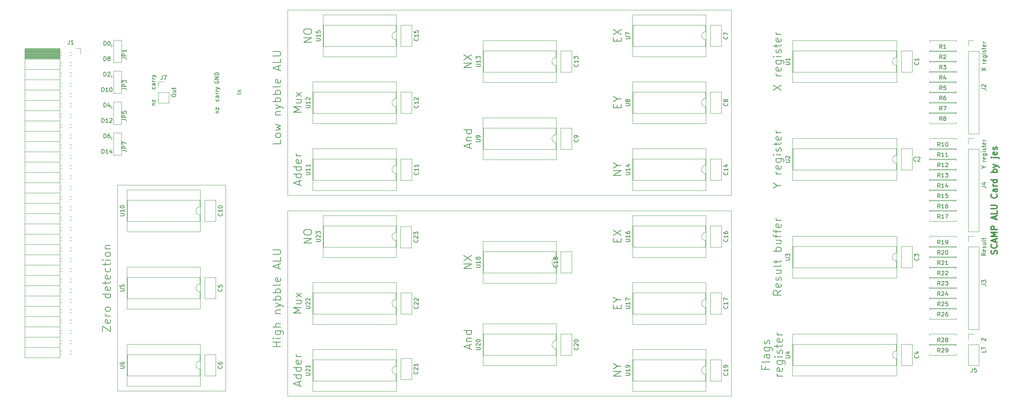
<source format=gbr>
G04 #@! TF.GenerationSoftware,KiCad,Pcbnew,5.1.5+dfsg1-2build2*
G04 #@! TF.CreationDate,2021-02-11T10:51:17+00:00*
G04 #@! TF.ProjectId,alu,616c752e-6b69-4636-9164-5f7063625858,rev?*
G04 #@! TF.SameCoordinates,Original*
G04 #@! TF.FileFunction,Legend,Top*
G04 #@! TF.FilePolarity,Positive*
%FSLAX46Y46*%
G04 Gerber Fmt 4.6, Leading zero omitted, Abs format (unit mm)*
G04 Created by KiCad (PCBNEW 5.1.5+dfsg1-2build2) date 2021-02-11 10:51:17*
%MOMM*%
%LPD*%
G04 APERTURE LIST*
%ADD10C,0.150000*%
%ADD11C,0.120000*%
%ADD12C,0.300000*%
G04 APERTURE END LIST*
D10*
X68500000Y-63261904D02*
X68452380Y-63357142D01*
X68452380Y-63500000D01*
X68500000Y-63642857D01*
X68595238Y-63738095D01*
X68690476Y-63785714D01*
X68880952Y-63833333D01*
X69023809Y-63833333D01*
X69214285Y-63785714D01*
X69309523Y-63738095D01*
X69404761Y-63642857D01*
X69452380Y-63500000D01*
X69452380Y-63404761D01*
X69404761Y-63261904D01*
X69357142Y-63214285D01*
X69023809Y-63214285D01*
X69023809Y-63404761D01*
X69452380Y-62785714D02*
X68452380Y-62785714D01*
X69452380Y-62214285D01*
X68452380Y-62214285D01*
X69452380Y-61738095D02*
X68452380Y-61738095D01*
X68452380Y-61500000D01*
X68500000Y-61357142D01*
X68595238Y-61261904D01*
X68690476Y-61214285D01*
X68880952Y-61166666D01*
X69023809Y-61166666D01*
X69214285Y-61214285D01*
X69309523Y-61261904D01*
X69404761Y-61357142D01*
X69452380Y-61500000D01*
X69452380Y-61738095D01*
X74952380Y-66452380D02*
X73952380Y-66452380D01*
X74285714Y-65976190D02*
X74952380Y-65976190D01*
X74380952Y-65976190D02*
X74333333Y-65928571D01*
X74285714Y-65833333D01*
X74285714Y-65690476D01*
X74333333Y-65595238D01*
X74428571Y-65547619D01*
X74952380Y-65547619D01*
X69404761Y-67714285D02*
X69452380Y-67809523D01*
X69452380Y-68000000D01*
X69404761Y-68095238D01*
X69357142Y-68142857D01*
X69261904Y-68190476D01*
X68976190Y-68190476D01*
X68880952Y-68142857D01*
X68833333Y-68095238D01*
X68785714Y-68000000D01*
X68785714Y-67809523D01*
X68833333Y-67714285D01*
X69452380Y-66857142D02*
X68928571Y-66857142D01*
X68833333Y-66904761D01*
X68785714Y-67000000D01*
X68785714Y-67190476D01*
X68833333Y-67285714D01*
X69404761Y-66857142D02*
X69452380Y-66952380D01*
X69452380Y-67190476D01*
X69404761Y-67285714D01*
X69309523Y-67333333D01*
X69214285Y-67333333D01*
X69119047Y-67285714D01*
X69071428Y-67190476D01*
X69071428Y-66952380D01*
X69023809Y-66857142D01*
X69452380Y-66380952D02*
X68785714Y-66380952D01*
X68976190Y-66380952D02*
X68880952Y-66333333D01*
X68833333Y-66285714D01*
X68785714Y-66190476D01*
X68785714Y-66095238D01*
X69452380Y-65761904D02*
X68785714Y-65761904D01*
X68976190Y-65761904D02*
X68880952Y-65714285D01*
X68833333Y-65666666D01*
X68785714Y-65571428D01*
X68785714Y-65476190D01*
X68785714Y-65238095D02*
X69452380Y-65000000D01*
X68785714Y-64761904D02*
X69452380Y-65000000D01*
X69690476Y-65095238D01*
X69738095Y-65142857D01*
X69785714Y-65238095D01*
X68785714Y-71119047D02*
X69452380Y-71119047D01*
X68880952Y-71119047D02*
X68833333Y-71071428D01*
X68785714Y-70976190D01*
X68785714Y-70833333D01*
X68833333Y-70738095D01*
X68928571Y-70690476D01*
X69452380Y-70690476D01*
X68785714Y-70309523D02*
X68785714Y-69785714D01*
X69452380Y-70309523D01*
X69452380Y-69785714D01*
D11*
X44450000Y-139700000D02*
X71120000Y-139700000D01*
X44450000Y-139700000D02*
X44450000Y-88900000D01*
X71120000Y-88900000D02*
X71120000Y-139700000D01*
X44450000Y-88900000D02*
X71120000Y-88900000D01*
D10*
X40814761Y-125014285D02*
X40814761Y-123680952D01*
X42814761Y-125014285D01*
X42814761Y-123680952D01*
X42719523Y-122157142D02*
X42814761Y-122347619D01*
X42814761Y-122728571D01*
X42719523Y-122919047D01*
X42529047Y-123014285D01*
X41767142Y-123014285D01*
X41576666Y-122919047D01*
X41481428Y-122728571D01*
X41481428Y-122347619D01*
X41576666Y-122157142D01*
X41767142Y-122061904D01*
X41957619Y-122061904D01*
X42148095Y-123014285D01*
X42814761Y-121204761D02*
X41481428Y-121204761D01*
X41862380Y-121204761D02*
X41671904Y-121109523D01*
X41576666Y-121014285D01*
X41481428Y-120823809D01*
X41481428Y-120633333D01*
X42814761Y-119680952D02*
X42719523Y-119871428D01*
X42624285Y-119966666D01*
X42433809Y-120061904D01*
X41862380Y-120061904D01*
X41671904Y-119966666D01*
X41576666Y-119871428D01*
X41481428Y-119680952D01*
X41481428Y-119395238D01*
X41576666Y-119204761D01*
X41671904Y-119109523D01*
X41862380Y-119014285D01*
X42433809Y-119014285D01*
X42624285Y-119109523D01*
X42719523Y-119204761D01*
X42814761Y-119395238D01*
X42814761Y-119680952D01*
X42814761Y-115776190D02*
X40814761Y-115776190D01*
X42719523Y-115776190D02*
X42814761Y-115966666D01*
X42814761Y-116347619D01*
X42719523Y-116538095D01*
X42624285Y-116633333D01*
X42433809Y-116728571D01*
X41862380Y-116728571D01*
X41671904Y-116633333D01*
X41576666Y-116538095D01*
X41481428Y-116347619D01*
X41481428Y-115966666D01*
X41576666Y-115776190D01*
X42719523Y-114061904D02*
X42814761Y-114252380D01*
X42814761Y-114633333D01*
X42719523Y-114823809D01*
X42529047Y-114919047D01*
X41767142Y-114919047D01*
X41576666Y-114823809D01*
X41481428Y-114633333D01*
X41481428Y-114252380D01*
X41576666Y-114061904D01*
X41767142Y-113966666D01*
X41957619Y-113966666D01*
X42148095Y-114919047D01*
X41481428Y-113395238D02*
X41481428Y-112633333D01*
X40814761Y-113109523D02*
X42529047Y-113109523D01*
X42719523Y-113014285D01*
X42814761Y-112823809D01*
X42814761Y-112633333D01*
X42719523Y-111204761D02*
X42814761Y-111395238D01*
X42814761Y-111776190D01*
X42719523Y-111966666D01*
X42529047Y-112061904D01*
X41767142Y-112061904D01*
X41576666Y-111966666D01*
X41481428Y-111776190D01*
X41481428Y-111395238D01*
X41576666Y-111204761D01*
X41767142Y-111109523D01*
X41957619Y-111109523D01*
X42148095Y-112061904D01*
X42719523Y-109395238D02*
X42814761Y-109585714D01*
X42814761Y-109966666D01*
X42719523Y-110157142D01*
X42624285Y-110252380D01*
X42433809Y-110347619D01*
X41862380Y-110347619D01*
X41671904Y-110252380D01*
X41576666Y-110157142D01*
X41481428Y-109966666D01*
X41481428Y-109585714D01*
X41576666Y-109395238D01*
X41481428Y-108823809D02*
X41481428Y-108061904D01*
X40814761Y-108538095D02*
X42529047Y-108538095D01*
X42719523Y-108442857D01*
X42814761Y-108252380D01*
X42814761Y-108061904D01*
X42814761Y-107395238D02*
X41481428Y-107395238D01*
X40814761Y-107395238D02*
X40910000Y-107490476D01*
X41005238Y-107395238D01*
X40910000Y-107300000D01*
X40814761Y-107395238D01*
X41005238Y-107395238D01*
X42814761Y-106157142D02*
X42719523Y-106347619D01*
X42624285Y-106442857D01*
X42433809Y-106538095D01*
X41862380Y-106538095D01*
X41671904Y-106442857D01*
X41576666Y-106347619D01*
X41481428Y-106157142D01*
X41481428Y-105871428D01*
X41576666Y-105680952D01*
X41671904Y-105585714D01*
X41862380Y-105490476D01*
X42433809Y-105490476D01*
X42624285Y-105585714D01*
X42719523Y-105680952D01*
X42814761Y-105871428D01*
X42814761Y-106157142D01*
X41481428Y-104633333D02*
X42814761Y-104633333D01*
X41671904Y-104633333D02*
X41576666Y-104538095D01*
X41481428Y-104347619D01*
X41481428Y-104061904D01*
X41576666Y-103871428D01*
X41767142Y-103776190D01*
X42814761Y-103776190D01*
X167497142Y-102980952D02*
X167497142Y-102314285D01*
X168544761Y-102028571D02*
X168544761Y-102980952D01*
X166544761Y-102980952D01*
X166544761Y-102028571D01*
X166544761Y-101361904D02*
X168544761Y-100028571D01*
X166544761Y-100028571D02*
X168544761Y-101361904D01*
X89804761Y-120490952D02*
X87804761Y-120490952D01*
X89233333Y-119824285D01*
X87804761Y-119157619D01*
X89804761Y-119157619D01*
X88471428Y-117348095D02*
X89804761Y-117348095D01*
X88471428Y-118205238D02*
X89519047Y-118205238D01*
X89709523Y-118110000D01*
X89804761Y-117919523D01*
X89804761Y-117633809D01*
X89709523Y-117443333D01*
X89614285Y-117348095D01*
X89804761Y-116586190D02*
X88471428Y-115538571D01*
X88471428Y-116586190D02*
X89804761Y-115538571D01*
X92344761Y-103219047D02*
X90344761Y-103219047D01*
X92344761Y-102076190D01*
X90344761Y-102076190D01*
X90344761Y-100742857D02*
X90344761Y-100361904D01*
X90440000Y-100171428D01*
X90630476Y-99980952D01*
X91011428Y-99885714D01*
X91678095Y-99885714D01*
X92059047Y-99980952D01*
X92249523Y-100171428D01*
X92344761Y-100361904D01*
X92344761Y-100742857D01*
X92249523Y-100933333D01*
X92059047Y-101123809D01*
X91678095Y-101219047D01*
X91011428Y-101219047D01*
X90630476Y-101123809D01*
X90440000Y-100933333D01*
X90344761Y-100742857D01*
X168544761Y-136048571D02*
X166544761Y-136048571D01*
X168544761Y-134905714D01*
X166544761Y-134905714D01*
X167592380Y-133572380D02*
X168544761Y-133572380D01*
X166544761Y-134239047D02*
X167592380Y-133572380D01*
X166544761Y-132905714D01*
X89233333Y-138381904D02*
X89233333Y-137429523D01*
X89804761Y-138572380D02*
X87804761Y-137905714D01*
X89804761Y-137239047D01*
X89804761Y-135715238D02*
X87804761Y-135715238D01*
X89709523Y-135715238D02*
X89804761Y-135905714D01*
X89804761Y-136286666D01*
X89709523Y-136477142D01*
X89614285Y-136572380D01*
X89423809Y-136667619D01*
X88852380Y-136667619D01*
X88661904Y-136572380D01*
X88566666Y-136477142D01*
X88471428Y-136286666D01*
X88471428Y-135905714D01*
X88566666Y-135715238D01*
X89804761Y-133905714D02*
X87804761Y-133905714D01*
X89709523Y-133905714D02*
X89804761Y-134096190D01*
X89804761Y-134477142D01*
X89709523Y-134667619D01*
X89614285Y-134762857D01*
X89423809Y-134858095D01*
X88852380Y-134858095D01*
X88661904Y-134762857D01*
X88566666Y-134667619D01*
X88471428Y-134477142D01*
X88471428Y-134096190D01*
X88566666Y-133905714D01*
X89709523Y-132191428D02*
X89804761Y-132381904D01*
X89804761Y-132762857D01*
X89709523Y-132953333D01*
X89519047Y-133048571D01*
X88757142Y-133048571D01*
X88566666Y-132953333D01*
X88471428Y-132762857D01*
X88471428Y-132381904D01*
X88566666Y-132191428D01*
X88757142Y-132096190D01*
X88947619Y-132096190D01*
X89138095Y-133048571D01*
X89804761Y-131239047D02*
X88471428Y-131239047D01*
X88852380Y-131239047D02*
X88661904Y-131143809D01*
X88566666Y-131048571D01*
X88471428Y-130858095D01*
X88471428Y-130667619D01*
X131143333Y-129285714D02*
X131143333Y-128333333D01*
X131714761Y-129476190D02*
X129714761Y-128809523D01*
X131714761Y-128142857D01*
X130381428Y-127476190D02*
X131714761Y-127476190D01*
X130571904Y-127476190D02*
X130476666Y-127380952D01*
X130381428Y-127190476D01*
X130381428Y-126904761D01*
X130476666Y-126714285D01*
X130667142Y-126619047D01*
X131714761Y-126619047D01*
X131714761Y-124809523D02*
X129714761Y-124809523D01*
X131619523Y-124809523D02*
X131714761Y-125000000D01*
X131714761Y-125380952D01*
X131619523Y-125571428D01*
X131524285Y-125666666D01*
X131333809Y-125761904D01*
X130762380Y-125761904D01*
X130571904Y-125666666D01*
X130476666Y-125571428D01*
X130381428Y-125380952D01*
X130381428Y-125000000D01*
X130476666Y-124809523D01*
X131714761Y-109473809D02*
X129714761Y-109473809D01*
X131714761Y-108330952D01*
X129714761Y-108330952D01*
X129714761Y-107569047D02*
X131714761Y-106235714D01*
X129714761Y-106235714D02*
X131714761Y-107569047D01*
X84724761Y-128792380D02*
X82724761Y-128792380D01*
X83677142Y-128792380D02*
X83677142Y-127649523D01*
X84724761Y-127649523D02*
X82724761Y-127649523D01*
X84724761Y-126697142D02*
X83391428Y-126697142D01*
X82724761Y-126697142D02*
X82820000Y-126792380D01*
X82915238Y-126697142D01*
X82820000Y-126601904D01*
X82724761Y-126697142D01*
X82915238Y-126697142D01*
X83391428Y-124887619D02*
X85010476Y-124887619D01*
X85200952Y-124982857D01*
X85296190Y-125078095D01*
X85391428Y-125268571D01*
X85391428Y-125554285D01*
X85296190Y-125744761D01*
X84629523Y-124887619D02*
X84724761Y-125078095D01*
X84724761Y-125459047D01*
X84629523Y-125649523D01*
X84534285Y-125744761D01*
X84343809Y-125840000D01*
X83772380Y-125840000D01*
X83581904Y-125744761D01*
X83486666Y-125649523D01*
X83391428Y-125459047D01*
X83391428Y-125078095D01*
X83486666Y-124887619D01*
X84724761Y-123935238D02*
X82724761Y-123935238D01*
X84724761Y-123078095D02*
X83677142Y-123078095D01*
X83486666Y-123173333D01*
X83391428Y-123363809D01*
X83391428Y-123649523D01*
X83486666Y-123840000D01*
X83581904Y-123935238D01*
X83391428Y-120601904D02*
X84724761Y-120601904D01*
X83581904Y-120601904D02*
X83486666Y-120506666D01*
X83391428Y-120316190D01*
X83391428Y-120030476D01*
X83486666Y-119840000D01*
X83677142Y-119744761D01*
X84724761Y-119744761D01*
X83391428Y-118982857D02*
X84724761Y-118506666D01*
X83391428Y-118030476D02*
X84724761Y-118506666D01*
X85200952Y-118697142D01*
X85296190Y-118792380D01*
X85391428Y-118982857D01*
X84724761Y-117268571D02*
X82724761Y-117268571D01*
X83486666Y-117268571D02*
X83391428Y-117078095D01*
X83391428Y-116697142D01*
X83486666Y-116506666D01*
X83581904Y-116411428D01*
X83772380Y-116316190D01*
X84343809Y-116316190D01*
X84534285Y-116411428D01*
X84629523Y-116506666D01*
X84724761Y-116697142D01*
X84724761Y-117078095D01*
X84629523Y-117268571D01*
X84724761Y-115459047D02*
X82724761Y-115459047D01*
X83486666Y-115459047D02*
X83391428Y-115268571D01*
X83391428Y-114887619D01*
X83486666Y-114697142D01*
X83581904Y-114601904D01*
X83772380Y-114506666D01*
X84343809Y-114506666D01*
X84534285Y-114601904D01*
X84629523Y-114697142D01*
X84724761Y-114887619D01*
X84724761Y-115268571D01*
X84629523Y-115459047D01*
X84724761Y-113363809D02*
X84629523Y-113554285D01*
X84439047Y-113649523D01*
X82724761Y-113649523D01*
X84629523Y-111840000D02*
X84724761Y-112030476D01*
X84724761Y-112411428D01*
X84629523Y-112601904D01*
X84439047Y-112697142D01*
X83677142Y-112697142D01*
X83486666Y-112601904D01*
X83391428Y-112411428D01*
X83391428Y-112030476D01*
X83486666Y-111840000D01*
X83677142Y-111744761D01*
X83867619Y-111744761D01*
X84058095Y-112697142D01*
X84153333Y-109459047D02*
X84153333Y-108506666D01*
X84724761Y-109649523D02*
X82724761Y-108982857D01*
X84724761Y-108316190D01*
X84724761Y-106697142D02*
X84724761Y-107649523D01*
X82724761Y-107649523D01*
X82724761Y-106030476D02*
X84343809Y-106030476D01*
X84534285Y-105935238D01*
X84629523Y-105840000D01*
X84724761Y-105649523D01*
X84724761Y-105268571D01*
X84629523Y-105078095D01*
X84534285Y-104982857D01*
X84343809Y-104887619D01*
X82724761Y-104887619D01*
X167497142Y-119395714D02*
X167497142Y-118729047D01*
X168544761Y-118443333D02*
X168544761Y-119395714D01*
X166544761Y-119395714D01*
X166544761Y-118443333D01*
X167592380Y-117205238D02*
X168544761Y-117205238D01*
X166544761Y-117871904D02*
X167592380Y-117205238D01*
X166544761Y-116538571D01*
X84724761Y-77738571D02*
X84724761Y-78690952D01*
X82724761Y-78690952D01*
X84724761Y-76786190D02*
X84629523Y-76976666D01*
X84534285Y-77071904D01*
X84343809Y-77167142D01*
X83772380Y-77167142D01*
X83581904Y-77071904D01*
X83486666Y-76976666D01*
X83391428Y-76786190D01*
X83391428Y-76500476D01*
X83486666Y-76310000D01*
X83581904Y-76214761D01*
X83772380Y-76119523D01*
X84343809Y-76119523D01*
X84534285Y-76214761D01*
X84629523Y-76310000D01*
X84724761Y-76500476D01*
X84724761Y-76786190D01*
X83391428Y-75452857D02*
X84724761Y-75071904D01*
X83772380Y-74690952D01*
X84724761Y-74310000D01*
X83391428Y-73929047D01*
X83391428Y-71643333D02*
X84724761Y-71643333D01*
X83581904Y-71643333D02*
X83486666Y-71548095D01*
X83391428Y-71357619D01*
X83391428Y-71071904D01*
X83486666Y-70881428D01*
X83677142Y-70786190D01*
X84724761Y-70786190D01*
X83391428Y-70024285D02*
X84724761Y-69548095D01*
X83391428Y-69071904D02*
X84724761Y-69548095D01*
X85200952Y-69738571D01*
X85296190Y-69833809D01*
X85391428Y-70024285D01*
X84724761Y-68310000D02*
X82724761Y-68310000D01*
X83486666Y-68310000D02*
X83391428Y-68119523D01*
X83391428Y-67738571D01*
X83486666Y-67548095D01*
X83581904Y-67452857D01*
X83772380Y-67357619D01*
X84343809Y-67357619D01*
X84534285Y-67452857D01*
X84629523Y-67548095D01*
X84724761Y-67738571D01*
X84724761Y-68119523D01*
X84629523Y-68310000D01*
X84724761Y-66500476D02*
X82724761Y-66500476D01*
X83486666Y-66500476D02*
X83391428Y-66310000D01*
X83391428Y-65929047D01*
X83486666Y-65738571D01*
X83581904Y-65643333D01*
X83772380Y-65548095D01*
X84343809Y-65548095D01*
X84534285Y-65643333D01*
X84629523Y-65738571D01*
X84724761Y-65929047D01*
X84724761Y-66310000D01*
X84629523Y-66500476D01*
X84724761Y-64405238D02*
X84629523Y-64595714D01*
X84439047Y-64690952D01*
X82724761Y-64690952D01*
X84629523Y-62881428D02*
X84724761Y-63071904D01*
X84724761Y-63452857D01*
X84629523Y-63643333D01*
X84439047Y-63738571D01*
X83677142Y-63738571D01*
X83486666Y-63643333D01*
X83391428Y-63452857D01*
X83391428Y-63071904D01*
X83486666Y-62881428D01*
X83677142Y-62786190D01*
X83867619Y-62786190D01*
X84058095Y-63738571D01*
X84153333Y-60500476D02*
X84153333Y-59548095D01*
X84724761Y-60690952D02*
X82724761Y-60024285D01*
X84724761Y-59357619D01*
X84724761Y-57738571D02*
X84724761Y-58690952D01*
X82724761Y-58690952D01*
X82724761Y-57071904D02*
X84343809Y-57071904D01*
X84534285Y-56976666D01*
X84629523Y-56881428D01*
X84724761Y-56690952D01*
X84724761Y-56310000D01*
X84629523Y-56119523D01*
X84534285Y-56024285D01*
X84343809Y-55929047D01*
X82724761Y-55929047D01*
X131143333Y-79755714D02*
X131143333Y-78803333D01*
X131714761Y-79946190D02*
X129714761Y-79279523D01*
X131714761Y-78612857D01*
X130381428Y-77946190D02*
X131714761Y-77946190D01*
X130571904Y-77946190D02*
X130476666Y-77850952D01*
X130381428Y-77660476D01*
X130381428Y-77374761D01*
X130476666Y-77184285D01*
X130667142Y-77089047D01*
X131714761Y-77089047D01*
X131714761Y-75279523D02*
X129714761Y-75279523D01*
X131619523Y-75279523D02*
X131714761Y-75470000D01*
X131714761Y-75850952D01*
X131619523Y-76041428D01*
X131524285Y-76136666D01*
X131333809Y-76231904D01*
X130762380Y-76231904D01*
X130571904Y-76136666D01*
X130476666Y-76041428D01*
X130381428Y-75850952D01*
X130381428Y-75470000D01*
X130476666Y-75279523D01*
X89233333Y-88851904D02*
X89233333Y-87899523D01*
X89804761Y-89042380D02*
X87804761Y-88375714D01*
X89804761Y-87709047D01*
X89804761Y-86185238D02*
X87804761Y-86185238D01*
X89709523Y-86185238D02*
X89804761Y-86375714D01*
X89804761Y-86756666D01*
X89709523Y-86947142D01*
X89614285Y-87042380D01*
X89423809Y-87137619D01*
X88852380Y-87137619D01*
X88661904Y-87042380D01*
X88566666Y-86947142D01*
X88471428Y-86756666D01*
X88471428Y-86375714D01*
X88566666Y-86185238D01*
X89804761Y-84375714D02*
X87804761Y-84375714D01*
X89709523Y-84375714D02*
X89804761Y-84566190D01*
X89804761Y-84947142D01*
X89709523Y-85137619D01*
X89614285Y-85232857D01*
X89423809Y-85328095D01*
X88852380Y-85328095D01*
X88661904Y-85232857D01*
X88566666Y-85137619D01*
X88471428Y-84947142D01*
X88471428Y-84566190D01*
X88566666Y-84375714D01*
X89709523Y-82661428D02*
X89804761Y-82851904D01*
X89804761Y-83232857D01*
X89709523Y-83423333D01*
X89519047Y-83518571D01*
X88757142Y-83518571D01*
X88566666Y-83423333D01*
X88471428Y-83232857D01*
X88471428Y-82851904D01*
X88566666Y-82661428D01*
X88757142Y-82566190D01*
X88947619Y-82566190D01*
X89138095Y-83518571D01*
X89804761Y-81709047D02*
X88471428Y-81709047D01*
X88852380Y-81709047D02*
X88661904Y-81613809D01*
X88566666Y-81518571D01*
X88471428Y-81328095D01*
X88471428Y-81137619D01*
X89804761Y-70960952D02*
X87804761Y-70960952D01*
X89233333Y-70294285D01*
X87804761Y-69627619D01*
X89804761Y-69627619D01*
X88471428Y-67818095D02*
X89804761Y-67818095D01*
X88471428Y-68675238D02*
X89519047Y-68675238D01*
X89709523Y-68580000D01*
X89804761Y-68389523D01*
X89804761Y-68103809D01*
X89709523Y-67913333D01*
X89614285Y-67818095D01*
X89804761Y-67056190D02*
X88471428Y-66008571D01*
X88471428Y-67056190D02*
X89804761Y-66008571D01*
X92344761Y-53689047D02*
X90344761Y-53689047D01*
X92344761Y-52546190D01*
X90344761Y-52546190D01*
X90344761Y-51212857D02*
X90344761Y-50831904D01*
X90440000Y-50641428D01*
X90630476Y-50450952D01*
X91011428Y-50355714D01*
X91678095Y-50355714D01*
X92059047Y-50450952D01*
X92249523Y-50641428D01*
X92344761Y-50831904D01*
X92344761Y-51212857D01*
X92249523Y-51403333D01*
X92059047Y-51593809D01*
X91678095Y-51689047D01*
X91011428Y-51689047D01*
X90630476Y-51593809D01*
X90440000Y-51403333D01*
X90344761Y-51212857D01*
X131714761Y-59943809D02*
X129714761Y-59943809D01*
X131714761Y-58800952D01*
X129714761Y-58800952D01*
X129714761Y-58039047D02*
X131714761Y-56705714D01*
X129714761Y-56705714D02*
X131714761Y-58039047D01*
X168544761Y-86518571D02*
X166544761Y-86518571D01*
X168544761Y-85375714D01*
X166544761Y-85375714D01*
X167592380Y-84042380D02*
X168544761Y-84042380D01*
X166544761Y-84709047D02*
X167592380Y-84042380D01*
X166544761Y-83375714D01*
X167497142Y-69865714D02*
X167497142Y-69199047D01*
X168544761Y-68913333D02*
X168544761Y-69865714D01*
X166544761Y-69865714D01*
X166544761Y-68913333D01*
X167592380Y-67675238D02*
X168544761Y-67675238D01*
X166544761Y-68341904D02*
X167592380Y-67675238D01*
X166544761Y-67008571D01*
X167497142Y-53450952D02*
X167497142Y-52784285D01*
X168544761Y-52498571D02*
X168544761Y-53450952D01*
X166544761Y-53450952D01*
X166544761Y-52498571D01*
X166544761Y-51831904D02*
X168544761Y-50498571D01*
X166544761Y-50498571D02*
X168544761Y-51831904D01*
D11*
X86360000Y-95250000D02*
X195580000Y-95250000D01*
X86360000Y-140970000D02*
X86360000Y-95250000D01*
X195580000Y-140970000D02*
X86360000Y-140970000D01*
X195580000Y-95250000D02*
X195580000Y-140970000D01*
X86360000Y-91440000D02*
X86360000Y-45720000D01*
X195580000Y-91440000D02*
X86360000Y-91440000D01*
X195580000Y-45720000D02*
X195580000Y-91440000D01*
X86360000Y-45720000D02*
X195580000Y-45720000D01*
D10*
X204022142Y-133667142D02*
X204022142Y-134333809D01*
X205069761Y-134333809D02*
X203069761Y-134333809D01*
X203069761Y-133381428D01*
X205069761Y-132333809D02*
X204974523Y-132524285D01*
X204784047Y-132619523D01*
X203069761Y-132619523D01*
X205069761Y-130714761D02*
X204022142Y-130714761D01*
X203831666Y-130810000D01*
X203736428Y-131000476D01*
X203736428Y-131381428D01*
X203831666Y-131571904D01*
X204974523Y-130714761D02*
X205069761Y-130905238D01*
X205069761Y-131381428D01*
X204974523Y-131571904D01*
X204784047Y-131667142D01*
X204593571Y-131667142D01*
X204403095Y-131571904D01*
X204307857Y-131381428D01*
X204307857Y-130905238D01*
X204212619Y-130714761D01*
X203736428Y-128905238D02*
X205355476Y-128905238D01*
X205545952Y-129000476D01*
X205641190Y-129095714D01*
X205736428Y-129286190D01*
X205736428Y-129571904D01*
X205641190Y-129762380D01*
X204974523Y-128905238D02*
X205069761Y-129095714D01*
X205069761Y-129476666D01*
X204974523Y-129667142D01*
X204879285Y-129762380D01*
X204688809Y-129857619D01*
X204117380Y-129857619D01*
X203926904Y-129762380D01*
X203831666Y-129667142D01*
X203736428Y-129476666D01*
X203736428Y-129095714D01*
X203831666Y-128905238D01*
X204974523Y-128048095D02*
X205069761Y-127857619D01*
X205069761Y-127476666D01*
X204974523Y-127286190D01*
X204784047Y-127190952D01*
X204688809Y-127190952D01*
X204498333Y-127286190D01*
X204403095Y-127476666D01*
X204403095Y-127762380D01*
X204307857Y-127952857D01*
X204117380Y-128048095D01*
X204022142Y-128048095D01*
X203831666Y-127952857D01*
X203736428Y-127762380D01*
X203736428Y-127476666D01*
X203831666Y-127286190D01*
X208219761Y-136048095D02*
X206886428Y-136048095D01*
X207267380Y-136048095D02*
X207076904Y-135952857D01*
X206981666Y-135857619D01*
X206886428Y-135667142D01*
X206886428Y-135476666D01*
X208124523Y-134048095D02*
X208219761Y-134238571D01*
X208219761Y-134619523D01*
X208124523Y-134810000D01*
X207934047Y-134905238D01*
X207172142Y-134905238D01*
X206981666Y-134810000D01*
X206886428Y-134619523D01*
X206886428Y-134238571D01*
X206981666Y-134048095D01*
X207172142Y-133952857D01*
X207362619Y-133952857D01*
X207553095Y-134905238D01*
X206886428Y-132238571D02*
X208505476Y-132238571D01*
X208695952Y-132333809D01*
X208791190Y-132429047D01*
X208886428Y-132619523D01*
X208886428Y-132905238D01*
X208791190Y-133095714D01*
X208124523Y-132238571D02*
X208219761Y-132429047D01*
X208219761Y-132810000D01*
X208124523Y-133000476D01*
X208029285Y-133095714D01*
X207838809Y-133190952D01*
X207267380Y-133190952D01*
X207076904Y-133095714D01*
X206981666Y-133000476D01*
X206886428Y-132810000D01*
X206886428Y-132429047D01*
X206981666Y-132238571D01*
X208219761Y-131286190D02*
X206886428Y-131286190D01*
X206219761Y-131286190D02*
X206315000Y-131381428D01*
X206410238Y-131286190D01*
X206315000Y-131190952D01*
X206219761Y-131286190D01*
X206410238Y-131286190D01*
X208124523Y-130429047D02*
X208219761Y-130238571D01*
X208219761Y-129857619D01*
X208124523Y-129667142D01*
X207934047Y-129571904D01*
X207838809Y-129571904D01*
X207648333Y-129667142D01*
X207553095Y-129857619D01*
X207553095Y-130143333D01*
X207457857Y-130333809D01*
X207267380Y-130429047D01*
X207172142Y-130429047D01*
X206981666Y-130333809D01*
X206886428Y-130143333D01*
X206886428Y-129857619D01*
X206981666Y-129667142D01*
X206886428Y-129000476D02*
X206886428Y-128238571D01*
X206219761Y-128714761D02*
X207934047Y-128714761D01*
X208124523Y-128619523D01*
X208219761Y-128429047D01*
X208219761Y-128238571D01*
X208124523Y-126810000D02*
X208219761Y-127000476D01*
X208219761Y-127381428D01*
X208124523Y-127571904D01*
X207934047Y-127667142D01*
X207172142Y-127667142D01*
X206981666Y-127571904D01*
X206886428Y-127381428D01*
X206886428Y-127000476D01*
X206981666Y-126810000D01*
X207172142Y-126714761D01*
X207362619Y-126714761D01*
X207553095Y-127667142D01*
X208219761Y-125857619D02*
X206886428Y-125857619D01*
X207267380Y-125857619D02*
X207076904Y-125762380D01*
X206981666Y-125667142D01*
X206886428Y-125476666D01*
X206886428Y-125286190D01*
X207914761Y-114918095D02*
X206962380Y-115584761D01*
X207914761Y-116060952D02*
X205914761Y-116060952D01*
X205914761Y-115299047D01*
X206010000Y-115108571D01*
X206105238Y-115013333D01*
X206295714Y-114918095D01*
X206581428Y-114918095D01*
X206771904Y-115013333D01*
X206867142Y-115108571D01*
X206962380Y-115299047D01*
X206962380Y-116060952D01*
X207819523Y-113299047D02*
X207914761Y-113489523D01*
X207914761Y-113870476D01*
X207819523Y-114060952D01*
X207629047Y-114156190D01*
X206867142Y-114156190D01*
X206676666Y-114060952D01*
X206581428Y-113870476D01*
X206581428Y-113489523D01*
X206676666Y-113299047D01*
X206867142Y-113203809D01*
X207057619Y-113203809D01*
X207248095Y-114156190D01*
X207819523Y-112441904D02*
X207914761Y-112251428D01*
X207914761Y-111870476D01*
X207819523Y-111680000D01*
X207629047Y-111584761D01*
X207533809Y-111584761D01*
X207343333Y-111680000D01*
X207248095Y-111870476D01*
X207248095Y-112156190D01*
X207152857Y-112346666D01*
X206962380Y-112441904D01*
X206867142Y-112441904D01*
X206676666Y-112346666D01*
X206581428Y-112156190D01*
X206581428Y-111870476D01*
X206676666Y-111680000D01*
X206581428Y-109870476D02*
X207914761Y-109870476D01*
X206581428Y-110727619D02*
X207629047Y-110727619D01*
X207819523Y-110632380D01*
X207914761Y-110441904D01*
X207914761Y-110156190D01*
X207819523Y-109965714D01*
X207724285Y-109870476D01*
X207914761Y-108632380D02*
X207819523Y-108822857D01*
X207629047Y-108918095D01*
X205914761Y-108918095D01*
X206581428Y-108156190D02*
X206581428Y-107394285D01*
X205914761Y-107870476D02*
X207629047Y-107870476D01*
X207819523Y-107775238D01*
X207914761Y-107584761D01*
X207914761Y-107394285D01*
X207914761Y-105203809D02*
X205914761Y-105203809D01*
X206676666Y-105203809D02*
X206581428Y-105013333D01*
X206581428Y-104632380D01*
X206676666Y-104441904D01*
X206771904Y-104346666D01*
X206962380Y-104251428D01*
X207533809Y-104251428D01*
X207724285Y-104346666D01*
X207819523Y-104441904D01*
X207914761Y-104632380D01*
X207914761Y-105013333D01*
X207819523Y-105203809D01*
X206581428Y-102537142D02*
X207914761Y-102537142D01*
X206581428Y-103394285D02*
X207629047Y-103394285D01*
X207819523Y-103299047D01*
X207914761Y-103108571D01*
X207914761Y-102822857D01*
X207819523Y-102632380D01*
X207724285Y-102537142D01*
X206581428Y-101870476D02*
X206581428Y-101108571D01*
X207914761Y-101584761D02*
X206200476Y-101584761D01*
X206010000Y-101489523D01*
X205914761Y-101299047D01*
X205914761Y-101108571D01*
X206581428Y-100727619D02*
X206581428Y-99965714D01*
X207914761Y-100441904D02*
X206200476Y-100441904D01*
X206010000Y-100346666D01*
X205914761Y-100156190D01*
X205914761Y-99965714D01*
X207819523Y-98537142D02*
X207914761Y-98727619D01*
X207914761Y-99108571D01*
X207819523Y-99299047D01*
X207629047Y-99394285D01*
X206867142Y-99394285D01*
X206676666Y-99299047D01*
X206581428Y-99108571D01*
X206581428Y-98727619D01*
X206676666Y-98537142D01*
X206867142Y-98441904D01*
X207057619Y-98441904D01*
X207248095Y-99394285D01*
X207914761Y-97584761D02*
X206581428Y-97584761D01*
X206962380Y-97584761D02*
X206771904Y-97489523D01*
X206676666Y-97394285D01*
X206581428Y-97203809D01*
X206581428Y-97013333D01*
X206962380Y-89026190D02*
X207914761Y-89026190D01*
X205914761Y-89692857D02*
X206962380Y-89026190D01*
X205914761Y-88359523D01*
X207914761Y-86169047D02*
X206581428Y-86169047D01*
X206962380Y-86169047D02*
X206771904Y-86073809D01*
X206676666Y-85978571D01*
X206581428Y-85788095D01*
X206581428Y-85597619D01*
X207819523Y-84169047D02*
X207914761Y-84359523D01*
X207914761Y-84740476D01*
X207819523Y-84930952D01*
X207629047Y-85026190D01*
X206867142Y-85026190D01*
X206676666Y-84930952D01*
X206581428Y-84740476D01*
X206581428Y-84359523D01*
X206676666Y-84169047D01*
X206867142Y-84073809D01*
X207057619Y-84073809D01*
X207248095Y-85026190D01*
X206581428Y-82359523D02*
X208200476Y-82359523D01*
X208390952Y-82454761D01*
X208486190Y-82550000D01*
X208581428Y-82740476D01*
X208581428Y-83026190D01*
X208486190Y-83216666D01*
X207819523Y-82359523D02*
X207914761Y-82550000D01*
X207914761Y-82930952D01*
X207819523Y-83121428D01*
X207724285Y-83216666D01*
X207533809Y-83311904D01*
X206962380Y-83311904D01*
X206771904Y-83216666D01*
X206676666Y-83121428D01*
X206581428Y-82930952D01*
X206581428Y-82550000D01*
X206676666Y-82359523D01*
X207914761Y-81407142D02*
X206581428Y-81407142D01*
X205914761Y-81407142D02*
X206010000Y-81502380D01*
X206105238Y-81407142D01*
X206010000Y-81311904D01*
X205914761Y-81407142D01*
X206105238Y-81407142D01*
X207819523Y-80550000D02*
X207914761Y-80359523D01*
X207914761Y-79978571D01*
X207819523Y-79788095D01*
X207629047Y-79692857D01*
X207533809Y-79692857D01*
X207343333Y-79788095D01*
X207248095Y-79978571D01*
X207248095Y-80264285D01*
X207152857Y-80454761D01*
X206962380Y-80550000D01*
X206867142Y-80550000D01*
X206676666Y-80454761D01*
X206581428Y-80264285D01*
X206581428Y-79978571D01*
X206676666Y-79788095D01*
X206581428Y-79121428D02*
X206581428Y-78359523D01*
X205914761Y-78835714D02*
X207629047Y-78835714D01*
X207819523Y-78740476D01*
X207914761Y-78550000D01*
X207914761Y-78359523D01*
X207819523Y-76930952D02*
X207914761Y-77121428D01*
X207914761Y-77502380D01*
X207819523Y-77692857D01*
X207629047Y-77788095D01*
X206867142Y-77788095D01*
X206676666Y-77692857D01*
X206581428Y-77502380D01*
X206581428Y-77121428D01*
X206676666Y-76930952D01*
X206867142Y-76835714D01*
X207057619Y-76835714D01*
X207248095Y-77788095D01*
X207914761Y-75978571D02*
X206581428Y-75978571D01*
X206962380Y-75978571D02*
X206771904Y-75883333D01*
X206676666Y-75788095D01*
X206581428Y-75597619D01*
X206581428Y-75407142D01*
X205914761Y-65562857D02*
X207914761Y-64229523D01*
X205914761Y-64229523D02*
X207914761Y-65562857D01*
X207914761Y-61943809D02*
X206581428Y-61943809D01*
X206962380Y-61943809D02*
X206771904Y-61848571D01*
X206676666Y-61753333D01*
X206581428Y-61562857D01*
X206581428Y-61372380D01*
X207819523Y-59943809D02*
X207914761Y-60134285D01*
X207914761Y-60515238D01*
X207819523Y-60705714D01*
X207629047Y-60800952D01*
X206867142Y-60800952D01*
X206676666Y-60705714D01*
X206581428Y-60515238D01*
X206581428Y-60134285D01*
X206676666Y-59943809D01*
X206867142Y-59848571D01*
X207057619Y-59848571D01*
X207248095Y-60800952D01*
X206581428Y-58134285D02*
X208200476Y-58134285D01*
X208390952Y-58229523D01*
X208486190Y-58324761D01*
X208581428Y-58515238D01*
X208581428Y-58800952D01*
X208486190Y-58991428D01*
X207819523Y-58134285D02*
X207914761Y-58324761D01*
X207914761Y-58705714D01*
X207819523Y-58896190D01*
X207724285Y-58991428D01*
X207533809Y-59086666D01*
X206962380Y-59086666D01*
X206771904Y-58991428D01*
X206676666Y-58896190D01*
X206581428Y-58705714D01*
X206581428Y-58324761D01*
X206676666Y-58134285D01*
X207914761Y-57181904D02*
X206581428Y-57181904D01*
X205914761Y-57181904D02*
X206010000Y-57277142D01*
X206105238Y-57181904D01*
X206010000Y-57086666D01*
X205914761Y-57181904D01*
X206105238Y-57181904D01*
X207819523Y-56324761D02*
X207914761Y-56134285D01*
X207914761Y-55753333D01*
X207819523Y-55562857D01*
X207629047Y-55467619D01*
X207533809Y-55467619D01*
X207343333Y-55562857D01*
X207248095Y-55753333D01*
X207248095Y-56039047D01*
X207152857Y-56229523D01*
X206962380Y-56324761D01*
X206867142Y-56324761D01*
X206676666Y-56229523D01*
X206581428Y-56039047D01*
X206581428Y-55753333D01*
X206676666Y-55562857D01*
X206581428Y-54896190D02*
X206581428Y-54134285D01*
X205914761Y-54610476D02*
X207629047Y-54610476D01*
X207819523Y-54515238D01*
X207914761Y-54324761D01*
X207914761Y-54134285D01*
X207819523Y-52705714D02*
X207914761Y-52896190D01*
X207914761Y-53277142D01*
X207819523Y-53467619D01*
X207629047Y-53562857D01*
X206867142Y-53562857D01*
X206676666Y-53467619D01*
X206581428Y-53277142D01*
X206581428Y-52896190D01*
X206676666Y-52705714D01*
X206867142Y-52610476D01*
X207057619Y-52610476D01*
X207248095Y-53562857D01*
X207914761Y-51753333D02*
X206581428Y-51753333D01*
X206962380Y-51753333D02*
X206771904Y-51658095D01*
X206676666Y-51562857D01*
X206581428Y-51372380D01*
X206581428Y-51181904D01*
X40695714Y-81097380D02*
X40695714Y-80097380D01*
X40933809Y-80097380D01*
X41076666Y-80145000D01*
X41171904Y-80240238D01*
X41219523Y-80335476D01*
X41267142Y-80525952D01*
X41267142Y-80668809D01*
X41219523Y-80859285D01*
X41171904Y-80954523D01*
X41076666Y-81049761D01*
X40933809Y-81097380D01*
X40695714Y-81097380D01*
X42219523Y-81097380D02*
X41648095Y-81097380D01*
X41933809Y-81097380D02*
X41933809Y-80097380D01*
X41838571Y-80240238D01*
X41743333Y-80335476D01*
X41648095Y-80383095D01*
X43076666Y-80430714D02*
X43076666Y-81097380D01*
X42838571Y-80049761D02*
X42600476Y-80764047D01*
X43219523Y-80764047D01*
X41171904Y-77287380D02*
X41171904Y-76287380D01*
X41410000Y-76287380D01*
X41552857Y-76335000D01*
X41648095Y-76430238D01*
X41695714Y-76525476D01*
X41743333Y-76715952D01*
X41743333Y-76858809D01*
X41695714Y-77049285D01*
X41648095Y-77144523D01*
X41552857Y-77239761D01*
X41410000Y-77287380D01*
X41171904Y-77287380D01*
X42600476Y-76287380D02*
X42410000Y-76287380D01*
X42314761Y-76335000D01*
X42267142Y-76382619D01*
X42171904Y-76525476D01*
X42124285Y-76715952D01*
X42124285Y-77096904D01*
X42171904Y-77192142D01*
X42219523Y-77239761D01*
X42314761Y-77287380D01*
X42505238Y-77287380D01*
X42600476Y-77239761D01*
X42648095Y-77192142D01*
X42695714Y-77096904D01*
X42695714Y-76858809D01*
X42648095Y-76763571D01*
X42600476Y-76715952D01*
X42505238Y-76668333D01*
X42314761Y-76668333D01*
X42219523Y-76715952D01*
X42171904Y-76763571D01*
X42124285Y-76858809D01*
X40695714Y-73477380D02*
X40695714Y-72477380D01*
X40933809Y-72477380D01*
X41076666Y-72525000D01*
X41171904Y-72620238D01*
X41219523Y-72715476D01*
X41267142Y-72905952D01*
X41267142Y-73048809D01*
X41219523Y-73239285D01*
X41171904Y-73334523D01*
X41076666Y-73429761D01*
X40933809Y-73477380D01*
X40695714Y-73477380D01*
X42219523Y-73477380D02*
X41648095Y-73477380D01*
X41933809Y-73477380D02*
X41933809Y-72477380D01*
X41838571Y-72620238D01*
X41743333Y-72715476D01*
X41648095Y-72763095D01*
X42600476Y-72572619D02*
X42648095Y-72525000D01*
X42743333Y-72477380D01*
X42981428Y-72477380D01*
X43076666Y-72525000D01*
X43124285Y-72572619D01*
X43171904Y-72667857D01*
X43171904Y-72763095D01*
X43124285Y-72905952D01*
X42552857Y-73477380D01*
X43171904Y-73477380D01*
X41171904Y-69667380D02*
X41171904Y-68667380D01*
X41410000Y-68667380D01*
X41552857Y-68715000D01*
X41648095Y-68810238D01*
X41695714Y-68905476D01*
X41743333Y-69095952D01*
X41743333Y-69238809D01*
X41695714Y-69429285D01*
X41648095Y-69524523D01*
X41552857Y-69619761D01*
X41410000Y-69667380D01*
X41171904Y-69667380D01*
X42600476Y-69000714D02*
X42600476Y-69667380D01*
X42362380Y-68619761D02*
X42124285Y-69334047D01*
X42743333Y-69334047D01*
X40695714Y-65857380D02*
X40695714Y-64857380D01*
X40933809Y-64857380D01*
X41076666Y-64905000D01*
X41171904Y-65000238D01*
X41219523Y-65095476D01*
X41267142Y-65285952D01*
X41267142Y-65428809D01*
X41219523Y-65619285D01*
X41171904Y-65714523D01*
X41076666Y-65809761D01*
X40933809Y-65857380D01*
X40695714Y-65857380D01*
X42219523Y-65857380D02*
X41648095Y-65857380D01*
X41933809Y-65857380D02*
X41933809Y-64857380D01*
X41838571Y-65000238D01*
X41743333Y-65095476D01*
X41648095Y-65143095D01*
X42838571Y-64857380D02*
X42933809Y-64857380D01*
X43029047Y-64905000D01*
X43076666Y-64952619D01*
X43124285Y-65047857D01*
X43171904Y-65238333D01*
X43171904Y-65476428D01*
X43124285Y-65666904D01*
X43076666Y-65762142D01*
X43029047Y-65809761D01*
X42933809Y-65857380D01*
X42838571Y-65857380D01*
X42743333Y-65809761D01*
X42695714Y-65762142D01*
X42648095Y-65666904D01*
X42600476Y-65476428D01*
X42600476Y-65238333D01*
X42648095Y-65047857D01*
X42695714Y-64952619D01*
X42743333Y-64905000D01*
X42838571Y-64857380D01*
X41171904Y-62047380D02*
X41171904Y-61047380D01*
X41410000Y-61047380D01*
X41552857Y-61095000D01*
X41648095Y-61190238D01*
X41695714Y-61285476D01*
X41743333Y-61475952D01*
X41743333Y-61618809D01*
X41695714Y-61809285D01*
X41648095Y-61904523D01*
X41552857Y-61999761D01*
X41410000Y-62047380D01*
X41171904Y-62047380D01*
X42124285Y-61142619D02*
X42171904Y-61095000D01*
X42267142Y-61047380D01*
X42505238Y-61047380D01*
X42600476Y-61095000D01*
X42648095Y-61142619D01*
X42695714Y-61237857D01*
X42695714Y-61333095D01*
X42648095Y-61475952D01*
X42076666Y-62047380D01*
X42695714Y-62047380D01*
X41171904Y-58237380D02*
X41171904Y-57237380D01*
X41410000Y-57237380D01*
X41552857Y-57285000D01*
X41648095Y-57380238D01*
X41695714Y-57475476D01*
X41743333Y-57665952D01*
X41743333Y-57808809D01*
X41695714Y-57999285D01*
X41648095Y-58094523D01*
X41552857Y-58189761D01*
X41410000Y-58237380D01*
X41171904Y-58237380D01*
X42314761Y-57665952D02*
X42219523Y-57618333D01*
X42171904Y-57570714D01*
X42124285Y-57475476D01*
X42124285Y-57427857D01*
X42171904Y-57332619D01*
X42219523Y-57285000D01*
X42314761Y-57237380D01*
X42505238Y-57237380D01*
X42600476Y-57285000D01*
X42648095Y-57332619D01*
X42695714Y-57427857D01*
X42695714Y-57475476D01*
X42648095Y-57570714D01*
X42600476Y-57618333D01*
X42505238Y-57665952D01*
X42314761Y-57665952D01*
X42219523Y-57713571D01*
X42171904Y-57761190D01*
X42124285Y-57856428D01*
X42124285Y-58046904D01*
X42171904Y-58142142D01*
X42219523Y-58189761D01*
X42314761Y-58237380D01*
X42505238Y-58237380D01*
X42600476Y-58189761D01*
X42648095Y-58142142D01*
X42695714Y-58046904D01*
X42695714Y-57856428D01*
X42648095Y-57761190D01*
X42600476Y-57713571D01*
X42505238Y-57665952D01*
X41171904Y-54427380D02*
X41171904Y-53427380D01*
X41410000Y-53427380D01*
X41552857Y-53475000D01*
X41648095Y-53570238D01*
X41695714Y-53665476D01*
X41743333Y-53855952D01*
X41743333Y-53998809D01*
X41695714Y-54189285D01*
X41648095Y-54284523D01*
X41552857Y-54379761D01*
X41410000Y-54427380D01*
X41171904Y-54427380D01*
X42362380Y-53427380D02*
X42457619Y-53427380D01*
X42552857Y-53475000D01*
X42600476Y-53522619D01*
X42648095Y-53617857D01*
X42695714Y-53808333D01*
X42695714Y-54046428D01*
X42648095Y-54236904D01*
X42600476Y-54332142D01*
X42552857Y-54379761D01*
X42457619Y-54427380D01*
X42362380Y-54427380D01*
X42267142Y-54379761D01*
X42219523Y-54332142D01*
X42171904Y-54236904D01*
X42124285Y-54046428D01*
X42124285Y-53808333D01*
X42171904Y-53617857D01*
X42219523Y-53522619D01*
X42267142Y-53475000D01*
X42362380Y-53427380D01*
X53125714Y-69199047D02*
X53792380Y-69199047D01*
X53220952Y-69199047D02*
X53173333Y-69151428D01*
X53125714Y-69056190D01*
X53125714Y-68913333D01*
X53173333Y-68818095D01*
X53268571Y-68770476D01*
X53792380Y-68770476D01*
X53125714Y-68389523D02*
X53125714Y-67865714D01*
X53792380Y-68389523D01*
X53792380Y-67865714D01*
X53744761Y-64714285D02*
X53792380Y-64809523D01*
X53792380Y-65000000D01*
X53744761Y-65095238D01*
X53697142Y-65142857D01*
X53601904Y-65190476D01*
X53316190Y-65190476D01*
X53220952Y-65142857D01*
X53173333Y-65095238D01*
X53125714Y-65000000D01*
X53125714Y-64809523D01*
X53173333Y-64714285D01*
X53792380Y-63857142D02*
X53268571Y-63857142D01*
X53173333Y-63904761D01*
X53125714Y-64000000D01*
X53125714Y-64190476D01*
X53173333Y-64285714D01*
X53744761Y-63857142D02*
X53792380Y-63952380D01*
X53792380Y-64190476D01*
X53744761Y-64285714D01*
X53649523Y-64333333D01*
X53554285Y-64333333D01*
X53459047Y-64285714D01*
X53411428Y-64190476D01*
X53411428Y-63952380D01*
X53363809Y-63857142D01*
X53792380Y-63380952D02*
X53125714Y-63380952D01*
X53316190Y-63380952D02*
X53220952Y-63333333D01*
X53173333Y-63285714D01*
X53125714Y-63190476D01*
X53125714Y-63095238D01*
X53792380Y-62761904D02*
X53125714Y-62761904D01*
X53316190Y-62761904D02*
X53220952Y-62714285D01*
X53173333Y-62666666D01*
X53125714Y-62571428D01*
X53125714Y-62476190D01*
X53125714Y-62238095D02*
X53792380Y-62000000D01*
X53125714Y-61761904D02*
X53792380Y-62000000D01*
X54030476Y-62095238D01*
X54078095Y-62142857D01*
X54125714Y-62238095D01*
X57872380Y-66873333D02*
X57872380Y-66682857D01*
X57920000Y-66587619D01*
X58015238Y-66492380D01*
X58205714Y-66444761D01*
X58539047Y-66444761D01*
X58729523Y-66492380D01*
X58824761Y-66587619D01*
X58872380Y-66682857D01*
X58872380Y-66873333D01*
X58824761Y-66968571D01*
X58729523Y-67063809D01*
X58539047Y-67111428D01*
X58205714Y-67111428D01*
X58015238Y-67063809D01*
X57920000Y-66968571D01*
X57872380Y-66873333D01*
X58205714Y-65587619D02*
X58872380Y-65587619D01*
X58205714Y-66016190D02*
X58729523Y-66016190D01*
X58824761Y-65968571D01*
X58872380Y-65873333D01*
X58872380Y-65730476D01*
X58824761Y-65635238D01*
X58777142Y-65587619D01*
X58205714Y-65254285D02*
X58205714Y-64873333D01*
X57872380Y-65111428D02*
X58729523Y-65111428D01*
X58824761Y-65063809D01*
X58872380Y-64968571D01*
X58872380Y-64873333D01*
X258262380Y-129611428D02*
X258262380Y-130087619D01*
X257262380Y-130087619D01*
X257262380Y-129420952D02*
X257262380Y-128849523D01*
X258262380Y-129135238D02*
X257262380Y-129135238D01*
X257262380Y-127333333D02*
X257262380Y-126666666D01*
X258262380Y-127333333D01*
X258262380Y-126666666D01*
X258262380Y-105663809D02*
X257786190Y-105997142D01*
X258262380Y-106235238D02*
X257262380Y-106235238D01*
X257262380Y-105854285D01*
X257310000Y-105759047D01*
X257357619Y-105711428D01*
X257452857Y-105663809D01*
X257595714Y-105663809D01*
X257690952Y-105711428D01*
X257738571Y-105759047D01*
X257786190Y-105854285D01*
X257786190Y-106235238D01*
X258214761Y-104854285D02*
X258262380Y-104949523D01*
X258262380Y-105140000D01*
X258214761Y-105235238D01*
X258119523Y-105282857D01*
X257738571Y-105282857D01*
X257643333Y-105235238D01*
X257595714Y-105140000D01*
X257595714Y-104949523D01*
X257643333Y-104854285D01*
X257738571Y-104806666D01*
X257833809Y-104806666D01*
X257929047Y-105282857D01*
X258214761Y-104425714D02*
X258262380Y-104330476D01*
X258262380Y-104140000D01*
X258214761Y-104044761D01*
X258119523Y-103997142D01*
X258071904Y-103997142D01*
X257976666Y-104044761D01*
X257929047Y-104140000D01*
X257929047Y-104282857D01*
X257881428Y-104378095D01*
X257786190Y-104425714D01*
X257738571Y-104425714D01*
X257643333Y-104378095D01*
X257595714Y-104282857D01*
X257595714Y-104140000D01*
X257643333Y-104044761D01*
X257595714Y-103140000D02*
X258262380Y-103140000D01*
X257595714Y-103568571D02*
X258119523Y-103568571D01*
X258214761Y-103520952D01*
X258262380Y-103425714D01*
X258262380Y-103282857D01*
X258214761Y-103187619D01*
X258167142Y-103140000D01*
X258262380Y-102520952D02*
X258214761Y-102616190D01*
X258119523Y-102663809D01*
X257262380Y-102663809D01*
X257595714Y-102282857D02*
X257595714Y-101901904D01*
X257262380Y-102140000D02*
X258119523Y-102140000D01*
X258214761Y-102092380D01*
X258262380Y-101997142D01*
X258262380Y-101901904D01*
X257786190Y-84518095D02*
X258262380Y-84518095D01*
X257262380Y-84851428D02*
X257786190Y-84518095D01*
X257262380Y-84184761D01*
X258262380Y-83089523D02*
X257595714Y-83089523D01*
X257786190Y-83089523D02*
X257690952Y-83041904D01*
X257643333Y-82994285D01*
X257595714Y-82899047D01*
X257595714Y-82803809D01*
X258214761Y-82089523D02*
X258262380Y-82184761D01*
X258262380Y-82375238D01*
X258214761Y-82470476D01*
X258119523Y-82518095D01*
X257738571Y-82518095D01*
X257643333Y-82470476D01*
X257595714Y-82375238D01*
X257595714Y-82184761D01*
X257643333Y-82089523D01*
X257738571Y-82041904D01*
X257833809Y-82041904D01*
X257929047Y-82518095D01*
X257595714Y-81184761D02*
X258405238Y-81184761D01*
X258500476Y-81232380D01*
X258548095Y-81280000D01*
X258595714Y-81375238D01*
X258595714Y-81518095D01*
X258548095Y-81613333D01*
X258214761Y-81184761D02*
X258262380Y-81280000D01*
X258262380Y-81470476D01*
X258214761Y-81565714D01*
X258167142Y-81613333D01*
X258071904Y-81660952D01*
X257786190Y-81660952D01*
X257690952Y-81613333D01*
X257643333Y-81565714D01*
X257595714Y-81470476D01*
X257595714Y-81280000D01*
X257643333Y-81184761D01*
X258262380Y-80708571D02*
X257595714Y-80708571D01*
X257262380Y-80708571D02*
X257310000Y-80756190D01*
X257357619Y-80708571D01*
X257310000Y-80660952D01*
X257262380Y-80708571D01*
X257357619Y-80708571D01*
X258214761Y-80280000D02*
X258262380Y-80184761D01*
X258262380Y-79994285D01*
X258214761Y-79899047D01*
X258119523Y-79851428D01*
X258071904Y-79851428D01*
X257976666Y-79899047D01*
X257929047Y-79994285D01*
X257929047Y-80137142D01*
X257881428Y-80232380D01*
X257786190Y-80280000D01*
X257738571Y-80280000D01*
X257643333Y-80232380D01*
X257595714Y-80137142D01*
X257595714Y-79994285D01*
X257643333Y-79899047D01*
X257595714Y-79565714D02*
X257595714Y-79184761D01*
X257262380Y-79422857D02*
X258119523Y-79422857D01*
X258214761Y-79375238D01*
X258262380Y-79280000D01*
X258262380Y-79184761D01*
X258214761Y-78470476D02*
X258262380Y-78565714D01*
X258262380Y-78756190D01*
X258214761Y-78851428D01*
X258119523Y-78899047D01*
X257738571Y-78899047D01*
X257643333Y-78851428D01*
X257595714Y-78756190D01*
X257595714Y-78565714D01*
X257643333Y-78470476D01*
X257738571Y-78422857D01*
X257833809Y-78422857D01*
X257929047Y-78899047D01*
X258262380Y-77994285D02*
X257595714Y-77994285D01*
X257786190Y-77994285D02*
X257690952Y-77946666D01*
X257643333Y-77899047D01*
X257595714Y-77803809D01*
X257595714Y-77708571D01*
X257262380Y-60721428D02*
X258262380Y-60054761D01*
X257262380Y-60054761D02*
X258262380Y-60721428D01*
X258262380Y-58911904D02*
X257595714Y-58911904D01*
X257786190Y-58911904D02*
X257690952Y-58864285D01*
X257643333Y-58816666D01*
X257595714Y-58721428D01*
X257595714Y-58626190D01*
X258214761Y-57911904D02*
X258262380Y-58007142D01*
X258262380Y-58197619D01*
X258214761Y-58292857D01*
X258119523Y-58340476D01*
X257738571Y-58340476D01*
X257643333Y-58292857D01*
X257595714Y-58197619D01*
X257595714Y-58007142D01*
X257643333Y-57911904D01*
X257738571Y-57864285D01*
X257833809Y-57864285D01*
X257929047Y-58340476D01*
X257595714Y-57007142D02*
X258405238Y-57007142D01*
X258500476Y-57054761D01*
X258548095Y-57102380D01*
X258595714Y-57197619D01*
X258595714Y-57340476D01*
X258548095Y-57435714D01*
X258214761Y-57007142D02*
X258262380Y-57102380D01*
X258262380Y-57292857D01*
X258214761Y-57388095D01*
X258167142Y-57435714D01*
X258071904Y-57483333D01*
X257786190Y-57483333D01*
X257690952Y-57435714D01*
X257643333Y-57388095D01*
X257595714Y-57292857D01*
X257595714Y-57102380D01*
X257643333Y-57007142D01*
X258262380Y-56530952D02*
X257595714Y-56530952D01*
X257262380Y-56530952D02*
X257310000Y-56578571D01*
X257357619Y-56530952D01*
X257310000Y-56483333D01*
X257262380Y-56530952D01*
X257357619Y-56530952D01*
X258214761Y-56102380D02*
X258262380Y-56007142D01*
X258262380Y-55816666D01*
X258214761Y-55721428D01*
X258119523Y-55673809D01*
X258071904Y-55673809D01*
X257976666Y-55721428D01*
X257929047Y-55816666D01*
X257929047Y-55959523D01*
X257881428Y-56054761D01*
X257786190Y-56102380D01*
X257738571Y-56102380D01*
X257643333Y-56054761D01*
X257595714Y-55959523D01*
X257595714Y-55816666D01*
X257643333Y-55721428D01*
X257595714Y-55388095D02*
X257595714Y-55007142D01*
X257262380Y-55245238D02*
X258119523Y-55245238D01*
X258214761Y-55197619D01*
X258262380Y-55102380D01*
X258262380Y-55007142D01*
X258214761Y-54292857D02*
X258262380Y-54388095D01*
X258262380Y-54578571D01*
X258214761Y-54673809D01*
X258119523Y-54721428D01*
X257738571Y-54721428D01*
X257643333Y-54673809D01*
X257595714Y-54578571D01*
X257595714Y-54388095D01*
X257643333Y-54292857D01*
X257738571Y-54245238D01*
X257833809Y-54245238D01*
X257929047Y-54721428D01*
X258262380Y-53816666D02*
X257595714Y-53816666D01*
X257786190Y-53816666D02*
X257690952Y-53769047D01*
X257643333Y-53721428D01*
X257595714Y-53626190D01*
X257595714Y-53530952D01*
D12*
X260957142Y-105888571D02*
X261028571Y-105674285D01*
X261028571Y-105317142D01*
X260957142Y-105174285D01*
X260885714Y-105102857D01*
X260742857Y-105031428D01*
X260600000Y-105031428D01*
X260457142Y-105102857D01*
X260385714Y-105174285D01*
X260314285Y-105317142D01*
X260242857Y-105602857D01*
X260171428Y-105745714D01*
X260100000Y-105817142D01*
X259957142Y-105888571D01*
X259814285Y-105888571D01*
X259671428Y-105817142D01*
X259600000Y-105745714D01*
X259528571Y-105602857D01*
X259528571Y-105245714D01*
X259600000Y-105031428D01*
X260885714Y-103531428D02*
X260957142Y-103602857D01*
X261028571Y-103817142D01*
X261028571Y-103960000D01*
X260957142Y-104174285D01*
X260814285Y-104317142D01*
X260671428Y-104388571D01*
X260385714Y-104460000D01*
X260171428Y-104460000D01*
X259885714Y-104388571D01*
X259742857Y-104317142D01*
X259600000Y-104174285D01*
X259528571Y-103960000D01*
X259528571Y-103817142D01*
X259600000Y-103602857D01*
X259671428Y-103531428D01*
X260600000Y-102960000D02*
X260600000Y-102245714D01*
X261028571Y-103102857D02*
X259528571Y-102602857D01*
X261028571Y-102102857D01*
X261028571Y-101602857D02*
X259528571Y-101602857D01*
X260600000Y-101102857D01*
X259528571Y-100602857D01*
X261028571Y-100602857D01*
X261028571Y-99888571D02*
X259528571Y-99888571D01*
X259528571Y-99317142D01*
X259600000Y-99174285D01*
X259671428Y-99102857D01*
X259814285Y-99031428D01*
X260028571Y-99031428D01*
X260171428Y-99102857D01*
X260242857Y-99174285D01*
X260314285Y-99317142D01*
X260314285Y-99888571D01*
X260600000Y-97317142D02*
X260600000Y-96602857D01*
X261028571Y-97460000D02*
X259528571Y-96960000D01*
X261028571Y-96460000D01*
X261028571Y-95245714D02*
X261028571Y-95960000D01*
X259528571Y-95960000D01*
X259528571Y-94745714D02*
X260742857Y-94745714D01*
X260885714Y-94674285D01*
X260957142Y-94602857D01*
X261028571Y-94460000D01*
X261028571Y-94174285D01*
X260957142Y-94031428D01*
X260885714Y-93960000D01*
X260742857Y-93888571D01*
X259528571Y-93888571D01*
X260885714Y-91174285D02*
X260957142Y-91245714D01*
X261028571Y-91460000D01*
X261028571Y-91602857D01*
X260957142Y-91817142D01*
X260814285Y-91960000D01*
X260671428Y-92031428D01*
X260385714Y-92102857D01*
X260171428Y-92102857D01*
X259885714Y-92031428D01*
X259742857Y-91960000D01*
X259600000Y-91817142D01*
X259528571Y-91602857D01*
X259528571Y-91460000D01*
X259600000Y-91245714D01*
X259671428Y-91174285D01*
X261028571Y-89888571D02*
X260242857Y-89888571D01*
X260100000Y-89960000D01*
X260028571Y-90102857D01*
X260028571Y-90388571D01*
X260100000Y-90531428D01*
X260957142Y-89888571D02*
X261028571Y-90031428D01*
X261028571Y-90388571D01*
X260957142Y-90531428D01*
X260814285Y-90602857D01*
X260671428Y-90602857D01*
X260528571Y-90531428D01*
X260457142Y-90388571D01*
X260457142Y-90031428D01*
X260385714Y-89888571D01*
X261028571Y-89174285D02*
X260028571Y-89174285D01*
X260314285Y-89174285D02*
X260171428Y-89102857D01*
X260100000Y-89031428D01*
X260028571Y-88888571D01*
X260028571Y-88745714D01*
X261028571Y-87602857D02*
X259528571Y-87602857D01*
X260957142Y-87602857D02*
X261028571Y-87745714D01*
X261028571Y-88031428D01*
X260957142Y-88174285D01*
X260885714Y-88245714D01*
X260742857Y-88317142D01*
X260314285Y-88317142D01*
X260171428Y-88245714D01*
X260100000Y-88174285D01*
X260028571Y-88031428D01*
X260028571Y-87745714D01*
X260100000Y-87602857D01*
X261028571Y-85745714D02*
X259528571Y-85745714D01*
X260100000Y-85745714D02*
X260028571Y-85602857D01*
X260028571Y-85317142D01*
X260100000Y-85174285D01*
X260171428Y-85102857D01*
X260314285Y-85031428D01*
X260742857Y-85031428D01*
X260885714Y-85102857D01*
X260957142Y-85174285D01*
X261028571Y-85317142D01*
X261028571Y-85602857D01*
X260957142Y-85745714D01*
X260028571Y-84531428D02*
X261028571Y-84174285D01*
X260028571Y-83817142D02*
X261028571Y-84174285D01*
X261385714Y-84317142D01*
X261457142Y-84388571D01*
X261528571Y-84531428D01*
X260028571Y-82102857D02*
X261314285Y-82102857D01*
X261457142Y-82174285D01*
X261528571Y-82317142D01*
X261528571Y-82388571D01*
X259528571Y-82102857D02*
X259600000Y-82174285D01*
X259671428Y-82102857D01*
X259600000Y-82031428D01*
X259528571Y-82102857D01*
X259671428Y-82102857D01*
X260957142Y-80817142D02*
X261028571Y-80960000D01*
X261028571Y-81245714D01*
X260957142Y-81388571D01*
X260814285Y-81460000D01*
X260242857Y-81460000D01*
X260100000Y-81388571D01*
X260028571Y-81245714D01*
X260028571Y-80960000D01*
X260100000Y-80817142D01*
X260242857Y-80745714D01*
X260385714Y-80745714D01*
X260528571Y-81460000D01*
X260957142Y-80174285D02*
X261028571Y-80031428D01*
X261028571Y-79745714D01*
X260957142Y-79602857D01*
X260814285Y-79531428D01*
X260742857Y-79531428D01*
X260600000Y-79602857D01*
X260528571Y-79745714D01*
X260528571Y-79960000D01*
X260457142Y-80102857D01*
X260314285Y-80174285D01*
X260242857Y-80174285D01*
X260100000Y-80102857D01*
X260028571Y-79960000D01*
X260028571Y-79745714D01*
X260100000Y-79602857D01*
D11*
X114130000Y-99130000D02*
X116870000Y-99130000D01*
X114130000Y-104370000D02*
X116870000Y-104370000D01*
X116870000Y-104370000D02*
X116870000Y-99130000D01*
X114130000Y-104370000D02*
X114130000Y-99130000D01*
X116940000Y-120750000D02*
X114200000Y-120750000D01*
X116940000Y-115510000D02*
X114200000Y-115510000D01*
X114200000Y-115510000D02*
X114200000Y-120750000D01*
X116940000Y-115510000D02*
X116940000Y-120750000D01*
X240130000Y-55820000D02*
X240130000Y-61060000D01*
X237390000Y-55820000D02*
X237390000Y-61060000D01*
X240130000Y-55820000D02*
X237390000Y-55820000D01*
X240130000Y-61060000D02*
X237390000Y-61060000D01*
X237390000Y-79950000D02*
X240130000Y-79950000D01*
X237390000Y-85190000D02*
X240130000Y-85190000D01*
X240130000Y-85190000D02*
X240130000Y-79950000D01*
X237390000Y-85190000D02*
X237390000Y-79950000D01*
X240130000Y-104080000D02*
X240130000Y-109320000D01*
X237390000Y-104080000D02*
X237390000Y-109320000D01*
X240130000Y-104080000D02*
X237390000Y-104080000D01*
X240130000Y-109320000D02*
X237390000Y-109320000D01*
X240130000Y-128170000D02*
X240130000Y-133410000D01*
X237390000Y-128170000D02*
X237390000Y-133410000D01*
X240130000Y-128170000D02*
X237390000Y-128170000D01*
X240130000Y-133410000D02*
X237390000Y-133410000D01*
X68680000Y-116940000D02*
X65940000Y-116940000D01*
X68680000Y-111700000D02*
X65940000Y-111700000D01*
X65940000Y-111700000D02*
X65940000Y-116940000D01*
X68680000Y-111700000D02*
X68680000Y-116940000D01*
X68680000Y-130750000D02*
X68680000Y-135990000D01*
X65940000Y-130750000D02*
X65940000Y-135990000D01*
X68680000Y-130750000D02*
X65940000Y-130750000D01*
X68680000Y-135990000D02*
X65940000Y-135990000D01*
X193140000Y-54710000D02*
X190400000Y-54710000D01*
X193140000Y-49470000D02*
X190400000Y-49470000D01*
X190400000Y-49470000D02*
X190400000Y-54710000D01*
X193140000Y-49470000D02*
X193140000Y-54710000D01*
X193140000Y-71180000D02*
X190400000Y-71180000D01*
X193140000Y-65940000D02*
X190400000Y-65940000D01*
X190400000Y-65940000D02*
X190400000Y-71180000D01*
X193140000Y-65940000D02*
X193140000Y-71180000D01*
X156310000Y-74830000D02*
X156310000Y-80070000D01*
X153570000Y-74830000D02*
X153570000Y-80070000D01*
X156310000Y-74830000D02*
X153570000Y-74830000D01*
X156310000Y-80070000D02*
X153570000Y-80070000D01*
X65940000Y-92650000D02*
X68680000Y-92650000D01*
X65940000Y-97890000D02*
X68680000Y-97890000D01*
X68680000Y-97890000D02*
X68680000Y-92650000D01*
X65940000Y-97890000D02*
X65940000Y-92650000D01*
X114200000Y-87730000D02*
X114200000Y-82490000D01*
X116940000Y-87730000D02*
X116940000Y-82490000D01*
X114200000Y-87730000D02*
X116940000Y-87730000D01*
X114200000Y-82490000D02*
X116940000Y-82490000D01*
X116940000Y-71220000D02*
X114200000Y-71220000D01*
X116940000Y-65980000D02*
X114200000Y-65980000D01*
X114200000Y-65980000D02*
X114200000Y-71220000D01*
X116940000Y-65980000D02*
X116940000Y-71220000D01*
X156310000Y-55820000D02*
X156310000Y-61060000D01*
X153570000Y-55820000D02*
X153570000Y-61060000D01*
X156310000Y-55820000D02*
X153570000Y-55820000D01*
X156310000Y-61060000D02*
X153570000Y-61060000D01*
X193140000Y-82490000D02*
X193140000Y-87730000D01*
X190400000Y-82490000D02*
X190400000Y-87730000D01*
X193140000Y-82490000D02*
X190400000Y-82490000D01*
X193140000Y-87730000D02*
X190400000Y-87730000D01*
X116940000Y-54670000D02*
X114200000Y-54670000D01*
X116940000Y-49430000D02*
X114200000Y-49430000D01*
X114200000Y-49430000D02*
X114200000Y-54670000D01*
X116940000Y-49430000D02*
X116940000Y-54670000D01*
X193140000Y-99000000D02*
X193140000Y-104240000D01*
X190400000Y-99000000D02*
X190400000Y-104240000D01*
X193140000Y-99000000D02*
X190400000Y-99000000D01*
X193140000Y-104240000D02*
X190400000Y-104240000D01*
X193140000Y-120710000D02*
X190400000Y-120710000D01*
X193140000Y-115470000D02*
X190400000Y-115470000D01*
X190400000Y-115470000D02*
X190400000Y-120710000D01*
X193140000Y-115470000D02*
X193140000Y-120710000D01*
X156310000Y-105310000D02*
X156310000Y-110550000D01*
X153570000Y-105310000D02*
X153570000Y-110550000D01*
X156310000Y-105310000D02*
X153570000Y-105310000D01*
X156310000Y-110550000D02*
X153570000Y-110550000D01*
X193140000Y-137220000D02*
X190400000Y-137220000D01*
X193140000Y-131980000D02*
X190400000Y-131980000D01*
X190400000Y-131980000D02*
X190400000Y-137220000D01*
X193140000Y-131980000D02*
X193140000Y-137220000D01*
X153570000Y-125670000D02*
X156310000Y-125670000D01*
X153570000Y-130910000D02*
X156310000Y-130910000D01*
X156310000Y-130910000D02*
X156310000Y-125670000D01*
X153570000Y-130910000D02*
X153570000Y-125670000D01*
X114200000Y-136870000D02*
X114200000Y-131630000D01*
X116940000Y-136870000D02*
X116940000Y-131630000D01*
X114200000Y-136870000D02*
X116940000Y-136870000D01*
X114200000Y-131630000D02*
X116940000Y-131630000D01*
X21660000Y-55305000D02*
X30290000Y-55305000D01*
X21660000Y-55423095D02*
X30290000Y-55423095D01*
X21660000Y-55541190D02*
X30290000Y-55541190D01*
X21660000Y-55659285D02*
X30290000Y-55659285D01*
X21660000Y-55777380D02*
X30290000Y-55777380D01*
X21660000Y-55895475D02*
X30290000Y-55895475D01*
X21660000Y-56013570D02*
X30290000Y-56013570D01*
X21660000Y-56131665D02*
X30290000Y-56131665D01*
X21660000Y-56249760D02*
X30290000Y-56249760D01*
X21660000Y-56367855D02*
X30290000Y-56367855D01*
X21660000Y-56485950D02*
X30290000Y-56485950D01*
X21660000Y-56604045D02*
X30290000Y-56604045D01*
X21660000Y-56722140D02*
X30290000Y-56722140D01*
X21660000Y-56840235D02*
X30290000Y-56840235D01*
X21660000Y-56958330D02*
X30290000Y-56958330D01*
X21660000Y-57076425D02*
X30290000Y-57076425D01*
X21660000Y-57194520D02*
X30290000Y-57194520D01*
X21660000Y-57312615D02*
X30290000Y-57312615D01*
X21660000Y-57430710D02*
X30290000Y-57430710D01*
X21660000Y-57548805D02*
X30290000Y-57548805D01*
X21660000Y-57666900D02*
X30290000Y-57666900D01*
X30290000Y-56155000D02*
X30700000Y-56155000D01*
X32800000Y-56155000D02*
X33180000Y-56155000D01*
X30290000Y-56875000D02*
X30700000Y-56875000D01*
X32800000Y-56875000D02*
X33180000Y-56875000D01*
X30290000Y-58695000D02*
X30700000Y-58695000D01*
X32800000Y-58695000D02*
X33240000Y-58695000D01*
X30290000Y-59415000D02*
X30700000Y-59415000D01*
X32800000Y-59415000D02*
X33240000Y-59415000D01*
X30290000Y-61235000D02*
X30700000Y-61235000D01*
X32800000Y-61235000D02*
X33240000Y-61235000D01*
X30290000Y-61955000D02*
X30700000Y-61955000D01*
X32800000Y-61955000D02*
X33240000Y-61955000D01*
X30290000Y-63775000D02*
X30700000Y-63775000D01*
X32800000Y-63775000D02*
X33240000Y-63775000D01*
X30290000Y-64495000D02*
X30700000Y-64495000D01*
X32800000Y-64495000D02*
X33240000Y-64495000D01*
X30290000Y-66315000D02*
X30700000Y-66315000D01*
X32800000Y-66315000D02*
X33240000Y-66315000D01*
X30290000Y-67035000D02*
X30700000Y-67035000D01*
X32800000Y-67035000D02*
X33240000Y-67035000D01*
X30290000Y-68855000D02*
X30700000Y-68855000D01*
X32800000Y-68855000D02*
X33240000Y-68855000D01*
X30290000Y-69575000D02*
X30700000Y-69575000D01*
X32800000Y-69575000D02*
X33240000Y-69575000D01*
X30290000Y-71395000D02*
X30700000Y-71395000D01*
X32800000Y-71395000D02*
X33240000Y-71395000D01*
X30290000Y-72115000D02*
X30700000Y-72115000D01*
X32800000Y-72115000D02*
X33240000Y-72115000D01*
X30290000Y-73935000D02*
X30700000Y-73935000D01*
X32800000Y-73935000D02*
X33240000Y-73935000D01*
X30290000Y-74655000D02*
X30700000Y-74655000D01*
X32800000Y-74655000D02*
X33240000Y-74655000D01*
X30290000Y-76475000D02*
X30700000Y-76475000D01*
X32800000Y-76475000D02*
X33240000Y-76475000D01*
X30290000Y-77195000D02*
X30700000Y-77195000D01*
X32800000Y-77195000D02*
X33240000Y-77195000D01*
X30290000Y-79015000D02*
X30700000Y-79015000D01*
X32800000Y-79015000D02*
X33240000Y-79015000D01*
X30290000Y-79735000D02*
X30700000Y-79735000D01*
X32800000Y-79735000D02*
X33240000Y-79735000D01*
X30290000Y-81555000D02*
X30700000Y-81555000D01*
X32800000Y-81555000D02*
X33240000Y-81555000D01*
X30290000Y-82275000D02*
X30700000Y-82275000D01*
X32800000Y-82275000D02*
X33240000Y-82275000D01*
X30290000Y-84095000D02*
X30700000Y-84095000D01*
X32800000Y-84095000D02*
X33240000Y-84095000D01*
X30290000Y-84815000D02*
X30700000Y-84815000D01*
X32800000Y-84815000D02*
X33240000Y-84815000D01*
X30290000Y-86635000D02*
X30700000Y-86635000D01*
X32800000Y-86635000D02*
X33240000Y-86635000D01*
X30290000Y-87355000D02*
X30700000Y-87355000D01*
X32800000Y-87355000D02*
X33240000Y-87355000D01*
X30290000Y-89175000D02*
X30700000Y-89175000D01*
X32800000Y-89175000D02*
X33240000Y-89175000D01*
X30290000Y-89895000D02*
X30700000Y-89895000D01*
X32800000Y-89895000D02*
X33240000Y-89895000D01*
X30290000Y-91715000D02*
X30700000Y-91715000D01*
X32800000Y-91715000D02*
X33240000Y-91715000D01*
X30290000Y-92435000D02*
X30700000Y-92435000D01*
X32800000Y-92435000D02*
X33240000Y-92435000D01*
X30290000Y-94255000D02*
X30700000Y-94255000D01*
X32800000Y-94255000D02*
X33240000Y-94255000D01*
X30290000Y-94975000D02*
X30700000Y-94975000D01*
X32800000Y-94975000D02*
X33240000Y-94975000D01*
X30290000Y-96795000D02*
X30700000Y-96795000D01*
X32800000Y-96795000D02*
X33240000Y-96795000D01*
X30290000Y-97515000D02*
X30700000Y-97515000D01*
X32800000Y-97515000D02*
X33240000Y-97515000D01*
X30290000Y-99335000D02*
X30700000Y-99335000D01*
X32800000Y-99335000D02*
X33240000Y-99335000D01*
X30290000Y-100055000D02*
X30700000Y-100055000D01*
X32800000Y-100055000D02*
X33240000Y-100055000D01*
X30290000Y-101875000D02*
X30700000Y-101875000D01*
X32800000Y-101875000D02*
X33240000Y-101875000D01*
X30290000Y-102595000D02*
X30700000Y-102595000D01*
X32800000Y-102595000D02*
X33240000Y-102595000D01*
X30290000Y-104415000D02*
X30700000Y-104415000D01*
X32800000Y-104415000D02*
X33240000Y-104415000D01*
X30290000Y-105135000D02*
X30700000Y-105135000D01*
X32800000Y-105135000D02*
X33240000Y-105135000D01*
X30290000Y-106955000D02*
X30700000Y-106955000D01*
X32800000Y-106955000D02*
X33240000Y-106955000D01*
X30290000Y-107675000D02*
X30700000Y-107675000D01*
X32800000Y-107675000D02*
X33240000Y-107675000D01*
X30290000Y-109495000D02*
X30700000Y-109495000D01*
X32800000Y-109495000D02*
X33240000Y-109495000D01*
X30290000Y-110215000D02*
X30700000Y-110215000D01*
X32800000Y-110215000D02*
X33240000Y-110215000D01*
X30290000Y-112035000D02*
X30700000Y-112035000D01*
X32800000Y-112035000D02*
X33240000Y-112035000D01*
X30290000Y-112755000D02*
X30700000Y-112755000D01*
X32800000Y-112755000D02*
X33240000Y-112755000D01*
X30290000Y-114575000D02*
X30700000Y-114575000D01*
X32800000Y-114575000D02*
X33240000Y-114575000D01*
X30290000Y-115295000D02*
X30700000Y-115295000D01*
X32800000Y-115295000D02*
X33240000Y-115295000D01*
X30290000Y-117115000D02*
X30700000Y-117115000D01*
X32800000Y-117115000D02*
X33240000Y-117115000D01*
X30290000Y-117835000D02*
X30700000Y-117835000D01*
X32800000Y-117835000D02*
X33240000Y-117835000D01*
X30290000Y-119655000D02*
X30700000Y-119655000D01*
X32800000Y-119655000D02*
X33240000Y-119655000D01*
X30290000Y-120375000D02*
X30700000Y-120375000D01*
X32800000Y-120375000D02*
X33240000Y-120375000D01*
X30290000Y-122195000D02*
X30700000Y-122195000D01*
X32800000Y-122195000D02*
X33240000Y-122195000D01*
X30290000Y-122915000D02*
X30700000Y-122915000D01*
X32800000Y-122915000D02*
X33240000Y-122915000D01*
X30290000Y-124735000D02*
X30700000Y-124735000D01*
X32800000Y-124735000D02*
X33240000Y-124735000D01*
X30290000Y-125455000D02*
X30700000Y-125455000D01*
X32800000Y-125455000D02*
X33240000Y-125455000D01*
X30290000Y-127275000D02*
X30700000Y-127275000D01*
X32800000Y-127275000D02*
X33240000Y-127275000D01*
X30290000Y-127995000D02*
X30700000Y-127995000D01*
X32800000Y-127995000D02*
X33240000Y-127995000D01*
X30290000Y-129815000D02*
X30700000Y-129815000D01*
X32800000Y-129815000D02*
X33240000Y-129815000D01*
X30290000Y-130535000D02*
X30700000Y-130535000D01*
X32800000Y-130535000D02*
X33240000Y-130535000D01*
X21660000Y-57785000D02*
X30290000Y-57785000D01*
X21660000Y-60325000D02*
X30290000Y-60325000D01*
X21660000Y-62865000D02*
X30290000Y-62865000D01*
X21660000Y-65405000D02*
X30290000Y-65405000D01*
X21660000Y-67945000D02*
X30290000Y-67945000D01*
X21660000Y-70485000D02*
X30290000Y-70485000D01*
X21660000Y-73025000D02*
X30290000Y-73025000D01*
X21660000Y-75565000D02*
X30290000Y-75565000D01*
X21660000Y-78105000D02*
X30290000Y-78105000D01*
X21660000Y-80645000D02*
X30290000Y-80645000D01*
X21660000Y-83185000D02*
X30290000Y-83185000D01*
X21660000Y-85725000D02*
X30290000Y-85725000D01*
X21660000Y-88265000D02*
X30290000Y-88265000D01*
X21660000Y-90805000D02*
X30290000Y-90805000D01*
X21660000Y-93345000D02*
X30290000Y-93345000D01*
X21660000Y-95885000D02*
X30290000Y-95885000D01*
X21660000Y-98425000D02*
X30290000Y-98425000D01*
X21660000Y-100965000D02*
X30290000Y-100965000D01*
X21660000Y-103505000D02*
X30290000Y-103505000D01*
X21660000Y-106045000D02*
X30290000Y-106045000D01*
X21660000Y-108585000D02*
X30290000Y-108585000D01*
X21660000Y-111125000D02*
X30290000Y-111125000D01*
X21660000Y-113665000D02*
X30290000Y-113665000D01*
X21660000Y-116205000D02*
X30290000Y-116205000D01*
X21660000Y-118745000D02*
X30290000Y-118745000D01*
X21660000Y-121285000D02*
X30290000Y-121285000D01*
X21660000Y-123825000D02*
X30290000Y-123825000D01*
X21660000Y-126365000D02*
X30290000Y-126365000D01*
X21660000Y-128905000D02*
X30290000Y-128905000D01*
X21660000Y-55185000D02*
X30290000Y-55185000D01*
X30290000Y-55185000D02*
X30290000Y-131505000D01*
X21660000Y-131505000D02*
X30290000Y-131505000D01*
X21660000Y-55185000D02*
X21660000Y-131505000D01*
X35400000Y-55185000D02*
X35400000Y-56515000D01*
X34290000Y-55185000D02*
X35400000Y-55185000D01*
X253940000Y-76260000D02*
X256600000Y-76260000D01*
X253940000Y-55880000D02*
X253940000Y-76260000D01*
X256600000Y-55880000D02*
X256600000Y-76260000D01*
X253940000Y-55880000D02*
X256600000Y-55880000D01*
X253940000Y-54610000D02*
X253940000Y-53280000D01*
X253940000Y-53280000D02*
X255270000Y-53280000D01*
X253940000Y-101540000D02*
X255270000Y-101540000D01*
X253940000Y-102870000D02*
X253940000Y-101540000D01*
X253940000Y-104140000D02*
X256600000Y-104140000D01*
X256600000Y-104140000D02*
X256600000Y-124520000D01*
X253940000Y-104140000D02*
X253940000Y-124520000D01*
X253940000Y-124520000D02*
X256600000Y-124520000D01*
X253940000Y-100390000D02*
X256600000Y-100390000D01*
X253940000Y-80010000D02*
X253940000Y-100390000D01*
X256600000Y-80010000D02*
X256600000Y-100390000D01*
X253940000Y-80010000D02*
X256600000Y-80010000D01*
X253940000Y-78740000D02*
X253940000Y-77410000D01*
X253940000Y-77410000D02*
X255270000Y-77410000D01*
X253940000Y-125670000D02*
X255270000Y-125670000D01*
X253940000Y-127000000D02*
X253940000Y-125670000D01*
X253940000Y-128270000D02*
X256600000Y-128270000D01*
X256600000Y-128270000D02*
X256600000Y-133410000D01*
X253940000Y-128270000D02*
X253940000Y-133410000D01*
X253940000Y-133410000D02*
X256600000Y-133410000D01*
X54550000Y-68640000D02*
X57210000Y-68640000D01*
X54550000Y-66040000D02*
X54550000Y-68640000D01*
X57210000Y-66040000D02*
X57210000Y-68640000D01*
X54550000Y-66040000D02*
X57210000Y-66040000D01*
X54550000Y-64770000D02*
X54550000Y-63440000D01*
X54550000Y-63440000D02*
X55880000Y-63440000D01*
X42950000Y-54850000D02*
X43250000Y-54550000D01*
X42950000Y-54250000D02*
X42950000Y-54850000D01*
X43250000Y-54550000D02*
X42950000Y-54250000D01*
X43500000Y-53200000D02*
X45450000Y-53200000D01*
X43500000Y-58700000D02*
X43500000Y-53200000D01*
X45450000Y-58700000D02*
X43500000Y-58700000D01*
X45450000Y-53200000D02*
X45450000Y-58700000D01*
X42950000Y-62400000D02*
X43250000Y-62100000D01*
X42950000Y-61800000D02*
X42950000Y-62400000D01*
X43250000Y-62100000D02*
X42950000Y-61800000D01*
X43500000Y-60750000D02*
X45450000Y-60750000D01*
X43500000Y-66250000D02*
X43500000Y-60750000D01*
X45450000Y-66250000D02*
X43500000Y-66250000D01*
X45450000Y-60750000D02*
X45450000Y-66250000D01*
X42950000Y-70020000D02*
X43250000Y-69720000D01*
X42950000Y-69420000D02*
X42950000Y-70020000D01*
X43250000Y-69720000D02*
X42950000Y-69420000D01*
X43500000Y-68370000D02*
X45450000Y-68370000D01*
X43500000Y-73870000D02*
X43500000Y-68370000D01*
X45450000Y-73870000D02*
X43500000Y-73870000D01*
X45450000Y-68370000D02*
X45450000Y-73870000D01*
X42950000Y-77640000D02*
X43250000Y-77340000D01*
X42950000Y-77040000D02*
X42950000Y-77640000D01*
X43250000Y-77340000D02*
X42950000Y-77040000D01*
X43500000Y-75990000D02*
X45450000Y-75990000D01*
X43500000Y-81490000D02*
X43500000Y-75990000D01*
X45450000Y-81490000D02*
X43500000Y-81490000D01*
X45450000Y-75990000D02*
X45450000Y-81490000D01*
X250920000Y-55980000D02*
X250920000Y-55650000D01*
X244380000Y-55980000D02*
X250920000Y-55980000D01*
X244380000Y-55650000D02*
X244380000Y-55980000D01*
X250920000Y-53240000D02*
X250920000Y-53570000D01*
X244380000Y-53240000D02*
X250920000Y-53240000D01*
X244380000Y-53570000D02*
X244380000Y-53240000D01*
X244380000Y-56110000D02*
X244380000Y-55780000D01*
X244380000Y-55780000D02*
X250920000Y-55780000D01*
X250920000Y-55780000D02*
X250920000Y-56110000D01*
X244380000Y-58190000D02*
X244380000Y-58520000D01*
X244380000Y-58520000D02*
X250920000Y-58520000D01*
X250920000Y-58520000D02*
X250920000Y-58190000D01*
X250920000Y-61060000D02*
X250920000Y-60730000D01*
X244380000Y-61060000D02*
X250920000Y-61060000D01*
X244380000Y-60730000D02*
X244380000Y-61060000D01*
X250920000Y-58320000D02*
X250920000Y-58650000D01*
X244380000Y-58320000D02*
X250920000Y-58320000D01*
X244380000Y-58650000D02*
X244380000Y-58320000D01*
X244380000Y-61190000D02*
X244380000Y-60860000D01*
X244380000Y-60860000D02*
X250920000Y-60860000D01*
X250920000Y-60860000D02*
X250920000Y-61190000D01*
X244380000Y-63270000D02*
X244380000Y-63600000D01*
X244380000Y-63600000D02*
X250920000Y-63600000D01*
X250920000Y-63600000D02*
X250920000Y-63270000D01*
X250920000Y-66140000D02*
X250920000Y-65810000D01*
X244380000Y-66140000D02*
X250920000Y-66140000D01*
X244380000Y-65810000D02*
X244380000Y-66140000D01*
X250920000Y-63400000D02*
X250920000Y-63730000D01*
X244380000Y-63400000D02*
X250920000Y-63400000D01*
X244380000Y-63730000D02*
X244380000Y-63400000D01*
X244380000Y-66270000D02*
X244380000Y-65940000D01*
X244380000Y-65940000D02*
X250920000Y-65940000D01*
X250920000Y-65940000D02*
X250920000Y-66270000D01*
X244380000Y-68350000D02*
X244380000Y-68680000D01*
X244380000Y-68680000D02*
X250920000Y-68680000D01*
X250920000Y-68680000D02*
X250920000Y-68350000D01*
X250920000Y-71220000D02*
X250920000Y-70890000D01*
X244380000Y-71220000D02*
X250920000Y-71220000D01*
X244380000Y-70890000D02*
X244380000Y-71220000D01*
X250920000Y-68480000D02*
X250920000Y-68810000D01*
X244380000Y-68480000D02*
X250920000Y-68480000D01*
X244380000Y-68810000D02*
X244380000Y-68480000D01*
X244380000Y-71350000D02*
X244380000Y-71020000D01*
X244380000Y-71020000D02*
X250920000Y-71020000D01*
X250920000Y-71020000D02*
X250920000Y-71350000D01*
X244380000Y-73430000D02*
X244380000Y-73760000D01*
X244380000Y-73760000D02*
X250920000Y-73760000D01*
X250920000Y-73760000D02*
X250920000Y-73430000D01*
X244380000Y-77700000D02*
X244380000Y-77370000D01*
X244380000Y-77370000D02*
X250920000Y-77370000D01*
X250920000Y-77370000D02*
X250920000Y-77700000D01*
X244380000Y-79780000D02*
X244380000Y-80110000D01*
X244380000Y-80110000D02*
X250920000Y-80110000D01*
X250920000Y-80110000D02*
X250920000Y-79780000D01*
X250920000Y-82650000D02*
X250920000Y-82320000D01*
X244380000Y-82650000D02*
X250920000Y-82650000D01*
X244380000Y-82320000D02*
X244380000Y-82650000D01*
X250920000Y-79910000D02*
X250920000Y-80240000D01*
X244380000Y-79910000D02*
X250920000Y-79910000D01*
X244380000Y-80240000D02*
X244380000Y-79910000D01*
X244380000Y-82780000D02*
X244380000Y-82450000D01*
X244380000Y-82450000D02*
X250920000Y-82450000D01*
X250920000Y-82450000D02*
X250920000Y-82780000D01*
X244380000Y-84860000D02*
X244380000Y-85190000D01*
X244380000Y-85190000D02*
X250920000Y-85190000D01*
X250920000Y-85190000D02*
X250920000Y-84860000D01*
X250920000Y-87730000D02*
X250920000Y-87400000D01*
X244380000Y-87730000D02*
X250920000Y-87730000D01*
X244380000Y-87400000D02*
X244380000Y-87730000D01*
X250920000Y-84990000D02*
X250920000Y-85320000D01*
X244380000Y-84990000D02*
X250920000Y-84990000D01*
X244380000Y-85320000D02*
X244380000Y-84990000D01*
X244380000Y-87860000D02*
X244380000Y-87530000D01*
X244380000Y-87530000D02*
X250920000Y-87530000D01*
X250920000Y-87530000D02*
X250920000Y-87860000D01*
X244380000Y-89940000D02*
X244380000Y-90270000D01*
X244380000Y-90270000D02*
X250920000Y-90270000D01*
X250920000Y-90270000D02*
X250920000Y-89940000D01*
X250920000Y-92810000D02*
X250920000Y-92480000D01*
X244380000Y-92810000D02*
X250920000Y-92810000D01*
X244380000Y-92480000D02*
X244380000Y-92810000D01*
X250920000Y-90070000D02*
X250920000Y-90400000D01*
X244380000Y-90070000D02*
X250920000Y-90070000D01*
X244380000Y-90400000D02*
X244380000Y-90070000D01*
X244380000Y-92940000D02*
X244380000Y-92610000D01*
X244380000Y-92610000D02*
X250920000Y-92610000D01*
X250920000Y-92610000D02*
X250920000Y-92940000D01*
X244380000Y-95020000D02*
X244380000Y-95350000D01*
X244380000Y-95350000D02*
X250920000Y-95350000D01*
X250920000Y-95350000D02*
X250920000Y-95020000D01*
X250920000Y-97890000D02*
X250920000Y-97560000D01*
X244380000Y-97890000D02*
X250920000Y-97890000D01*
X244380000Y-97560000D02*
X244380000Y-97890000D01*
X250920000Y-95150000D02*
X250920000Y-95480000D01*
X244380000Y-95150000D02*
X250920000Y-95150000D01*
X244380000Y-95480000D02*
X244380000Y-95150000D01*
X244380000Y-101830000D02*
X244380000Y-101500000D01*
X244380000Y-101500000D02*
X250920000Y-101500000D01*
X250920000Y-101500000D02*
X250920000Y-101830000D01*
X244380000Y-103910000D02*
X244380000Y-104240000D01*
X244380000Y-104240000D02*
X250920000Y-104240000D01*
X250920000Y-104240000D02*
X250920000Y-103910000D01*
X250920000Y-106780000D02*
X250920000Y-106450000D01*
X244380000Y-106780000D02*
X250920000Y-106780000D01*
X244380000Y-106450000D02*
X244380000Y-106780000D01*
X250920000Y-104040000D02*
X250920000Y-104370000D01*
X244380000Y-104040000D02*
X250920000Y-104040000D01*
X244380000Y-104370000D02*
X244380000Y-104040000D01*
X244380000Y-106910000D02*
X244380000Y-106580000D01*
X244380000Y-106580000D02*
X250920000Y-106580000D01*
X250920000Y-106580000D02*
X250920000Y-106910000D01*
X244380000Y-108990000D02*
X244380000Y-109320000D01*
X244380000Y-109320000D02*
X250920000Y-109320000D01*
X250920000Y-109320000D02*
X250920000Y-108990000D01*
X250920000Y-111860000D02*
X250920000Y-111530000D01*
X244380000Y-111860000D02*
X250920000Y-111860000D01*
X244380000Y-111530000D02*
X244380000Y-111860000D01*
X250920000Y-109120000D02*
X250920000Y-109450000D01*
X244380000Y-109120000D02*
X250920000Y-109120000D01*
X244380000Y-109450000D02*
X244380000Y-109120000D01*
X244380000Y-111990000D02*
X244380000Y-111660000D01*
X244380000Y-111660000D02*
X250920000Y-111660000D01*
X250920000Y-111660000D02*
X250920000Y-111990000D01*
X244380000Y-114070000D02*
X244380000Y-114400000D01*
X244380000Y-114400000D02*
X250920000Y-114400000D01*
X250920000Y-114400000D02*
X250920000Y-114070000D01*
X250920000Y-116940000D02*
X250920000Y-116610000D01*
X244380000Y-116940000D02*
X250920000Y-116940000D01*
X244380000Y-116610000D02*
X244380000Y-116940000D01*
X250920000Y-114200000D02*
X250920000Y-114530000D01*
X244380000Y-114200000D02*
X250920000Y-114200000D01*
X244380000Y-114530000D02*
X244380000Y-114200000D01*
X244380000Y-117070000D02*
X244380000Y-116740000D01*
X244380000Y-116740000D02*
X250920000Y-116740000D01*
X250920000Y-116740000D02*
X250920000Y-117070000D01*
X244380000Y-119150000D02*
X244380000Y-119480000D01*
X244380000Y-119480000D02*
X250920000Y-119480000D01*
X250920000Y-119480000D02*
X250920000Y-119150000D01*
X244380000Y-119610000D02*
X244380000Y-119280000D01*
X244380000Y-119280000D02*
X250920000Y-119280000D01*
X250920000Y-119280000D02*
X250920000Y-119610000D01*
X244380000Y-121690000D02*
X244380000Y-122020000D01*
X244380000Y-122020000D02*
X250920000Y-122020000D01*
X250920000Y-122020000D02*
X250920000Y-121690000D01*
X250920000Y-128370000D02*
X250920000Y-128040000D01*
X244380000Y-128370000D02*
X250920000Y-128370000D01*
X244380000Y-128040000D02*
X244380000Y-128370000D01*
X250920000Y-125630000D02*
X250920000Y-125960000D01*
X244380000Y-125630000D02*
X250920000Y-125630000D01*
X244380000Y-125960000D02*
X244380000Y-125630000D01*
X244380000Y-128500000D02*
X244380000Y-128170000D01*
X244380000Y-128170000D02*
X250920000Y-128170000D01*
X250920000Y-128170000D02*
X250920000Y-128500000D01*
X244380000Y-130580000D02*
X244380000Y-130910000D01*
X244380000Y-130910000D02*
X250920000Y-130910000D01*
X250920000Y-130910000D02*
X250920000Y-130580000D01*
X236280000Y-59420000D02*
G75*
G02X236280000Y-57420000I0J1000000D01*
G01*
X236280000Y-57420000D02*
X236280000Y-55770000D01*
X236280000Y-55770000D02*
X210760000Y-55770000D01*
X210760000Y-55770000D02*
X210760000Y-61070000D01*
X210760000Y-61070000D02*
X236280000Y-61070000D01*
X236280000Y-61070000D02*
X236280000Y-59420000D01*
X236340000Y-53280000D02*
X210700000Y-53280000D01*
X210700000Y-53280000D02*
X210700000Y-63560000D01*
X210700000Y-63560000D02*
X236340000Y-63560000D01*
X236340000Y-63560000D02*
X236340000Y-53280000D01*
X236280000Y-83550000D02*
G75*
G02X236280000Y-81550000I0J1000000D01*
G01*
X236280000Y-81550000D02*
X236280000Y-79900000D01*
X236280000Y-79900000D02*
X210760000Y-79900000D01*
X210760000Y-79900000D02*
X210760000Y-85200000D01*
X210760000Y-85200000D02*
X236280000Y-85200000D01*
X236280000Y-85200000D02*
X236280000Y-83550000D01*
X236340000Y-77410000D02*
X210700000Y-77410000D01*
X210700000Y-77410000D02*
X210700000Y-87690000D01*
X210700000Y-87690000D02*
X236340000Y-87690000D01*
X236340000Y-87690000D02*
X236340000Y-77410000D01*
X236280000Y-107680000D02*
G75*
G02X236280000Y-105680000I0J1000000D01*
G01*
X236280000Y-105680000D02*
X236280000Y-104030000D01*
X236280000Y-104030000D02*
X210760000Y-104030000D01*
X210760000Y-104030000D02*
X210760000Y-109330000D01*
X210760000Y-109330000D02*
X236280000Y-109330000D01*
X236280000Y-109330000D02*
X236280000Y-107680000D01*
X236340000Y-101540000D02*
X210700000Y-101540000D01*
X210700000Y-101540000D02*
X210700000Y-111820000D01*
X210700000Y-111820000D02*
X236340000Y-111820000D01*
X236340000Y-111820000D02*
X236340000Y-101540000D01*
X236340000Y-135950000D02*
X236340000Y-125670000D01*
X210700000Y-135950000D02*
X236340000Y-135950000D01*
X210700000Y-125670000D02*
X210700000Y-135950000D01*
X236340000Y-125670000D02*
X210700000Y-125670000D01*
X236280000Y-133460000D02*
X236280000Y-131810000D01*
X210760000Y-133460000D02*
X236280000Y-133460000D01*
X210760000Y-128160000D02*
X210760000Y-133460000D01*
X236280000Y-128160000D02*
X210760000Y-128160000D01*
X236280000Y-129810000D02*
X236280000Y-128160000D01*
X236280000Y-131810000D02*
G75*
G02X236280000Y-129810000I0J1000000D01*
G01*
X64830000Y-115300000D02*
G75*
G02X64830000Y-113300000I0J1000000D01*
G01*
X64830000Y-113300000D02*
X64830000Y-111650000D01*
X64830000Y-111650000D02*
X46930000Y-111650000D01*
X46930000Y-111650000D02*
X46930000Y-116950000D01*
X46930000Y-116950000D02*
X64830000Y-116950000D01*
X64830000Y-116950000D02*
X64830000Y-115300000D01*
X64890000Y-109160000D02*
X46870000Y-109160000D01*
X46870000Y-109160000D02*
X46870000Y-119440000D01*
X46870000Y-119440000D02*
X64890000Y-119440000D01*
X64890000Y-119440000D02*
X64890000Y-109160000D01*
X64830000Y-134350000D02*
G75*
G02X64830000Y-132350000I0J1000000D01*
G01*
X64830000Y-132350000D02*
X64830000Y-130700000D01*
X64830000Y-130700000D02*
X46930000Y-130700000D01*
X46930000Y-130700000D02*
X46930000Y-136000000D01*
X46930000Y-136000000D02*
X64830000Y-136000000D01*
X64830000Y-136000000D02*
X64830000Y-134350000D01*
X64890000Y-128210000D02*
X46870000Y-128210000D01*
X46870000Y-128210000D02*
X46870000Y-138490000D01*
X46870000Y-138490000D02*
X64890000Y-138490000D01*
X64890000Y-138490000D02*
X64890000Y-128210000D01*
X189350000Y-57210000D02*
X189350000Y-46930000D01*
X171330000Y-57210000D02*
X189350000Y-57210000D01*
X171330000Y-46930000D02*
X171330000Y-57210000D01*
X189350000Y-46930000D02*
X171330000Y-46930000D01*
X189290000Y-54720000D02*
X189290000Y-53070000D01*
X171390000Y-54720000D02*
X189290000Y-54720000D01*
X171390000Y-49420000D02*
X171390000Y-54720000D01*
X189290000Y-49420000D02*
X171390000Y-49420000D01*
X189290000Y-51070000D02*
X189290000Y-49420000D01*
X189290000Y-53070000D02*
G75*
G02X189290000Y-51070000I0J1000000D01*
G01*
X189290000Y-69580000D02*
G75*
G02X189290000Y-67580000I0J1000000D01*
G01*
X189290000Y-67580000D02*
X189290000Y-65930000D01*
X189290000Y-65930000D02*
X171390000Y-65930000D01*
X171390000Y-65930000D02*
X171390000Y-71230000D01*
X171390000Y-71230000D02*
X189290000Y-71230000D01*
X189290000Y-71230000D02*
X189290000Y-69580000D01*
X189350000Y-63440000D02*
X171330000Y-63440000D01*
X171330000Y-63440000D02*
X171330000Y-73720000D01*
X171330000Y-73720000D02*
X189350000Y-73720000D01*
X189350000Y-73720000D02*
X189350000Y-63440000D01*
X152520000Y-82610000D02*
X152520000Y-72330000D01*
X134500000Y-82610000D02*
X152520000Y-82610000D01*
X134500000Y-72330000D02*
X134500000Y-82610000D01*
X152520000Y-72330000D02*
X134500000Y-72330000D01*
X152460000Y-80120000D02*
X152460000Y-78470000D01*
X134560000Y-80120000D02*
X152460000Y-80120000D01*
X134560000Y-74820000D02*
X134560000Y-80120000D01*
X152460000Y-74820000D02*
X134560000Y-74820000D01*
X152460000Y-76470000D02*
X152460000Y-74820000D01*
X152460000Y-78470000D02*
G75*
G02X152460000Y-76470000I0J1000000D01*
G01*
X64830000Y-96250000D02*
G75*
G02X64830000Y-94250000I0J1000000D01*
G01*
X64830000Y-94250000D02*
X64830000Y-92600000D01*
X64830000Y-92600000D02*
X46930000Y-92600000D01*
X46930000Y-92600000D02*
X46930000Y-97900000D01*
X46930000Y-97900000D02*
X64830000Y-97900000D01*
X64830000Y-97900000D02*
X64830000Y-96250000D01*
X64890000Y-90110000D02*
X46870000Y-90110000D01*
X46870000Y-90110000D02*
X46870000Y-100390000D01*
X46870000Y-100390000D02*
X64890000Y-100390000D01*
X64890000Y-100390000D02*
X64890000Y-90110000D01*
X113150000Y-90230000D02*
X113150000Y-79950000D01*
X92590000Y-90230000D02*
X113150000Y-90230000D01*
X92590000Y-79950000D02*
X92590000Y-90230000D01*
X113150000Y-79950000D02*
X92590000Y-79950000D01*
X113090000Y-87740000D02*
X113090000Y-86090000D01*
X92650000Y-87740000D02*
X113090000Y-87740000D01*
X92650000Y-82440000D02*
X92650000Y-87740000D01*
X113090000Y-82440000D02*
X92650000Y-82440000D01*
X113090000Y-84090000D02*
X113090000Y-82440000D01*
X113090000Y-86090000D02*
G75*
G02X113090000Y-84090000I0J1000000D01*
G01*
X113090000Y-69580000D02*
G75*
G02X113090000Y-67580000I0J1000000D01*
G01*
X113090000Y-67580000D02*
X113090000Y-65930000D01*
X113090000Y-65930000D02*
X92650000Y-65930000D01*
X92650000Y-65930000D02*
X92650000Y-71230000D01*
X92650000Y-71230000D02*
X113090000Y-71230000D01*
X113090000Y-71230000D02*
X113090000Y-69580000D01*
X113150000Y-63440000D02*
X92590000Y-63440000D01*
X92590000Y-63440000D02*
X92590000Y-73720000D01*
X92590000Y-73720000D02*
X113150000Y-73720000D01*
X113150000Y-73720000D02*
X113150000Y-63440000D01*
X152460000Y-59420000D02*
G75*
G02X152460000Y-57420000I0J1000000D01*
G01*
X152460000Y-57420000D02*
X152460000Y-55770000D01*
X152460000Y-55770000D02*
X134560000Y-55770000D01*
X134560000Y-55770000D02*
X134560000Y-61070000D01*
X134560000Y-61070000D02*
X152460000Y-61070000D01*
X152460000Y-61070000D02*
X152460000Y-59420000D01*
X152520000Y-53280000D02*
X134500000Y-53280000D01*
X134500000Y-53280000D02*
X134500000Y-63560000D01*
X134500000Y-63560000D02*
X152520000Y-63560000D01*
X152520000Y-63560000D02*
X152520000Y-53280000D01*
X189350000Y-90230000D02*
X189350000Y-79950000D01*
X171330000Y-90230000D02*
X189350000Y-90230000D01*
X171330000Y-79950000D02*
X171330000Y-90230000D01*
X189350000Y-79950000D02*
X171330000Y-79950000D01*
X189290000Y-87740000D02*
X189290000Y-86090000D01*
X171390000Y-87740000D02*
X189290000Y-87740000D01*
X171390000Y-82440000D02*
X171390000Y-87740000D01*
X189290000Y-82440000D02*
X171390000Y-82440000D01*
X189290000Y-84090000D02*
X189290000Y-82440000D01*
X189290000Y-86090000D02*
G75*
G02X189290000Y-84090000I0J1000000D01*
G01*
X113090000Y-53070000D02*
G75*
G02X113090000Y-51070000I0J1000000D01*
G01*
X113090000Y-51070000D02*
X113090000Y-49420000D01*
X113090000Y-49420000D02*
X95190000Y-49420000D01*
X95190000Y-49420000D02*
X95190000Y-54720000D01*
X95190000Y-54720000D02*
X113090000Y-54720000D01*
X113090000Y-54720000D02*
X113090000Y-53070000D01*
X113150000Y-46930000D02*
X95130000Y-46930000D01*
X95130000Y-46930000D02*
X95130000Y-57210000D01*
X95130000Y-57210000D02*
X113150000Y-57210000D01*
X113150000Y-57210000D02*
X113150000Y-46930000D01*
X189350000Y-106740000D02*
X189350000Y-96460000D01*
X171330000Y-106740000D02*
X189350000Y-106740000D01*
X171330000Y-96460000D02*
X171330000Y-106740000D01*
X189350000Y-96460000D02*
X171330000Y-96460000D01*
X189290000Y-104250000D02*
X189290000Y-102600000D01*
X171390000Y-104250000D02*
X189290000Y-104250000D01*
X171390000Y-98950000D02*
X171390000Y-104250000D01*
X189290000Y-98950000D02*
X171390000Y-98950000D01*
X189290000Y-100600000D02*
X189290000Y-98950000D01*
X189290000Y-102600000D02*
G75*
G02X189290000Y-100600000I0J1000000D01*
G01*
X189290000Y-119110000D02*
G75*
G02X189290000Y-117110000I0J1000000D01*
G01*
X189290000Y-117110000D02*
X189290000Y-115460000D01*
X189290000Y-115460000D02*
X171390000Y-115460000D01*
X171390000Y-115460000D02*
X171390000Y-120760000D01*
X171390000Y-120760000D02*
X189290000Y-120760000D01*
X189290000Y-120760000D02*
X189290000Y-119110000D01*
X189350000Y-112970000D02*
X171330000Y-112970000D01*
X171330000Y-112970000D02*
X171330000Y-123250000D01*
X171330000Y-123250000D02*
X189350000Y-123250000D01*
X189350000Y-123250000D02*
X189350000Y-112970000D01*
X152520000Y-113090000D02*
X152520000Y-102810000D01*
X134500000Y-113090000D02*
X152520000Y-113090000D01*
X134500000Y-102810000D02*
X134500000Y-113090000D01*
X152520000Y-102810000D02*
X134500000Y-102810000D01*
X152460000Y-110600000D02*
X152460000Y-108950000D01*
X134560000Y-110600000D02*
X152460000Y-110600000D01*
X134560000Y-105300000D02*
X134560000Y-110600000D01*
X152460000Y-105300000D02*
X134560000Y-105300000D01*
X152460000Y-106950000D02*
X152460000Y-105300000D01*
X152460000Y-108950000D02*
G75*
G02X152460000Y-106950000I0J1000000D01*
G01*
X189350000Y-139760000D02*
X189350000Y-129480000D01*
X171330000Y-139760000D02*
X189350000Y-139760000D01*
X171330000Y-129480000D02*
X171330000Y-139760000D01*
X189350000Y-129480000D02*
X171330000Y-129480000D01*
X189290000Y-137270000D02*
X189290000Y-135620000D01*
X171390000Y-137270000D02*
X189290000Y-137270000D01*
X171390000Y-131970000D02*
X171390000Y-137270000D01*
X189290000Y-131970000D02*
X171390000Y-131970000D01*
X189290000Y-133620000D02*
X189290000Y-131970000D01*
X189290000Y-135620000D02*
G75*
G02X189290000Y-133620000I0J1000000D01*
G01*
X152460000Y-129270000D02*
G75*
G02X152460000Y-127270000I0J1000000D01*
G01*
X152460000Y-127270000D02*
X152460000Y-125620000D01*
X152460000Y-125620000D02*
X134560000Y-125620000D01*
X134560000Y-125620000D02*
X134560000Y-130920000D01*
X134560000Y-130920000D02*
X152460000Y-130920000D01*
X152460000Y-130920000D02*
X152460000Y-129270000D01*
X152520000Y-123130000D02*
X134500000Y-123130000D01*
X134500000Y-123130000D02*
X134500000Y-133410000D01*
X134500000Y-133410000D02*
X152520000Y-133410000D01*
X152520000Y-133410000D02*
X152520000Y-123130000D01*
X113150000Y-139760000D02*
X113150000Y-129480000D01*
X92590000Y-139760000D02*
X113150000Y-139760000D01*
X92590000Y-129480000D02*
X92590000Y-139760000D01*
X113150000Y-129480000D02*
X92590000Y-129480000D01*
X113090000Y-137270000D02*
X113090000Y-135620000D01*
X92650000Y-137270000D02*
X113090000Y-137270000D01*
X92650000Y-131970000D02*
X92650000Y-137270000D01*
X113090000Y-131970000D02*
X92650000Y-131970000D01*
X113090000Y-133620000D02*
X113090000Y-131970000D01*
X113090000Y-135620000D02*
G75*
G02X113090000Y-133620000I0J1000000D01*
G01*
X113090000Y-119110000D02*
G75*
G02X113090000Y-117110000I0J1000000D01*
G01*
X113090000Y-117110000D02*
X113090000Y-115460000D01*
X113090000Y-115460000D02*
X92650000Y-115460000D01*
X92650000Y-115460000D02*
X92650000Y-120760000D01*
X92650000Y-120760000D02*
X113090000Y-120760000D01*
X113090000Y-120760000D02*
X113090000Y-119110000D01*
X113150000Y-112970000D02*
X92590000Y-112970000D01*
X92590000Y-112970000D02*
X92590000Y-123250000D01*
X92590000Y-123250000D02*
X113150000Y-123250000D01*
X113150000Y-123250000D02*
X113150000Y-112970000D01*
X113150000Y-106740000D02*
X113150000Y-96460000D01*
X95130000Y-106740000D02*
X113150000Y-106740000D01*
X95130000Y-96460000D02*
X95130000Y-106740000D01*
X113150000Y-96460000D02*
X95130000Y-96460000D01*
X113090000Y-104250000D02*
X113090000Y-102600000D01*
X95190000Y-104250000D02*
X113090000Y-104250000D01*
X95190000Y-98950000D02*
X95190000Y-104250000D01*
X113090000Y-98950000D02*
X95190000Y-98950000D01*
X113090000Y-100600000D02*
X113090000Y-98950000D01*
X113090000Y-102600000D02*
G75*
G02X113090000Y-100600000I0J1000000D01*
G01*
D10*
X118357142Y-102392857D02*
X118404761Y-102440476D01*
X118452380Y-102583333D01*
X118452380Y-102678571D01*
X118404761Y-102821428D01*
X118309523Y-102916666D01*
X118214285Y-102964285D01*
X118023809Y-103011904D01*
X117880952Y-103011904D01*
X117690476Y-102964285D01*
X117595238Y-102916666D01*
X117500000Y-102821428D01*
X117452380Y-102678571D01*
X117452380Y-102583333D01*
X117500000Y-102440476D01*
X117547619Y-102392857D01*
X117547619Y-102011904D02*
X117500000Y-101964285D01*
X117452380Y-101869047D01*
X117452380Y-101630952D01*
X117500000Y-101535714D01*
X117547619Y-101488095D01*
X117642857Y-101440476D01*
X117738095Y-101440476D01*
X117880952Y-101488095D01*
X118452380Y-102059523D01*
X118452380Y-101440476D01*
X117452380Y-101107142D02*
X117452380Y-100488095D01*
X117833333Y-100821428D01*
X117833333Y-100678571D01*
X117880952Y-100583333D01*
X117928571Y-100535714D01*
X118023809Y-100488095D01*
X118261904Y-100488095D01*
X118357142Y-100535714D01*
X118404761Y-100583333D01*
X118452380Y-100678571D01*
X118452380Y-100964285D01*
X118404761Y-101059523D01*
X118357142Y-101107142D01*
X118427142Y-118772857D02*
X118474761Y-118820476D01*
X118522380Y-118963333D01*
X118522380Y-119058571D01*
X118474761Y-119201428D01*
X118379523Y-119296666D01*
X118284285Y-119344285D01*
X118093809Y-119391904D01*
X117950952Y-119391904D01*
X117760476Y-119344285D01*
X117665238Y-119296666D01*
X117570000Y-119201428D01*
X117522380Y-119058571D01*
X117522380Y-118963333D01*
X117570000Y-118820476D01*
X117617619Y-118772857D01*
X117617619Y-118391904D02*
X117570000Y-118344285D01*
X117522380Y-118249047D01*
X117522380Y-118010952D01*
X117570000Y-117915714D01*
X117617619Y-117868095D01*
X117712857Y-117820476D01*
X117808095Y-117820476D01*
X117950952Y-117868095D01*
X118522380Y-118439523D01*
X118522380Y-117820476D01*
X117617619Y-117439523D02*
X117570000Y-117391904D01*
X117522380Y-117296666D01*
X117522380Y-117058571D01*
X117570000Y-116963333D01*
X117617619Y-116915714D01*
X117712857Y-116868095D01*
X117808095Y-116868095D01*
X117950952Y-116915714D01*
X118522380Y-117487142D01*
X118522380Y-116868095D01*
X241617142Y-58606666D02*
X241664761Y-58654285D01*
X241712380Y-58797142D01*
X241712380Y-58892380D01*
X241664761Y-59035238D01*
X241569523Y-59130476D01*
X241474285Y-59178095D01*
X241283809Y-59225714D01*
X241140952Y-59225714D01*
X240950476Y-59178095D01*
X240855238Y-59130476D01*
X240760000Y-59035238D01*
X240712380Y-58892380D01*
X240712380Y-58797142D01*
X240760000Y-58654285D01*
X240807619Y-58606666D01*
X241712380Y-57654285D02*
X241712380Y-58225714D01*
X241712380Y-57940000D02*
X240712380Y-57940000D01*
X240855238Y-58035238D01*
X240950476Y-58130476D01*
X240998095Y-58225714D01*
X241133333Y-82927142D02*
X241085714Y-82974761D01*
X240942857Y-83022380D01*
X240847619Y-83022380D01*
X240704761Y-82974761D01*
X240609523Y-82879523D01*
X240561904Y-82784285D01*
X240514285Y-82593809D01*
X240514285Y-82450952D01*
X240561904Y-82260476D01*
X240609523Y-82165238D01*
X240704761Y-82070000D01*
X240847619Y-82022380D01*
X240942857Y-82022380D01*
X241085714Y-82070000D01*
X241133333Y-82117619D01*
X241514285Y-82117619D02*
X241561904Y-82070000D01*
X241657142Y-82022380D01*
X241895238Y-82022380D01*
X241990476Y-82070000D01*
X242038095Y-82117619D01*
X242085714Y-82212857D01*
X242085714Y-82308095D01*
X242038095Y-82450952D01*
X241466666Y-83022380D01*
X242085714Y-83022380D01*
X241617142Y-106866666D02*
X241664761Y-106914285D01*
X241712380Y-107057142D01*
X241712380Y-107152380D01*
X241664761Y-107295238D01*
X241569523Y-107390476D01*
X241474285Y-107438095D01*
X241283809Y-107485714D01*
X241140952Y-107485714D01*
X240950476Y-107438095D01*
X240855238Y-107390476D01*
X240760000Y-107295238D01*
X240712380Y-107152380D01*
X240712380Y-107057142D01*
X240760000Y-106914285D01*
X240807619Y-106866666D01*
X240712380Y-106533333D02*
X240712380Y-105914285D01*
X241093333Y-106247619D01*
X241093333Y-106104761D01*
X241140952Y-106009523D01*
X241188571Y-105961904D01*
X241283809Y-105914285D01*
X241521904Y-105914285D01*
X241617142Y-105961904D01*
X241664761Y-106009523D01*
X241712380Y-106104761D01*
X241712380Y-106390476D01*
X241664761Y-106485714D01*
X241617142Y-106533333D01*
X241617142Y-130956666D02*
X241664761Y-131004285D01*
X241712380Y-131147142D01*
X241712380Y-131242380D01*
X241664761Y-131385238D01*
X241569523Y-131480476D01*
X241474285Y-131528095D01*
X241283809Y-131575714D01*
X241140952Y-131575714D01*
X240950476Y-131528095D01*
X240855238Y-131480476D01*
X240760000Y-131385238D01*
X240712380Y-131242380D01*
X240712380Y-131147142D01*
X240760000Y-131004285D01*
X240807619Y-130956666D01*
X241045714Y-130099523D02*
X241712380Y-130099523D01*
X240664761Y-130337619D02*
X241379047Y-130575714D01*
X241379047Y-129956666D01*
X70167142Y-114486666D02*
X70214761Y-114534285D01*
X70262380Y-114677142D01*
X70262380Y-114772380D01*
X70214761Y-114915238D01*
X70119523Y-115010476D01*
X70024285Y-115058095D01*
X69833809Y-115105714D01*
X69690952Y-115105714D01*
X69500476Y-115058095D01*
X69405238Y-115010476D01*
X69310000Y-114915238D01*
X69262380Y-114772380D01*
X69262380Y-114677142D01*
X69310000Y-114534285D01*
X69357619Y-114486666D01*
X69262380Y-113581904D02*
X69262380Y-114058095D01*
X69738571Y-114105714D01*
X69690952Y-114058095D01*
X69643333Y-113962857D01*
X69643333Y-113724761D01*
X69690952Y-113629523D01*
X69738571Y-113581904D01*
X69833809Y-113534285D01*
X70071904Y-113534285D01*
X70167142Y-113581904D01*
X70214761Y-113629523D01*
X70262380Y-113724761D01*
X70262380Y-113962857D01*
X70214761Y-114058095D01*
X70167142Y-114105714D01*
X70167142Y-133536666D02*
X70214761Y-133584285D01*
X70262380Y-133727142D01*
X70262380Y-133822380D01*
X70214761Y-133965238D01*
X70119523Y-134060476D01*
X70024285Y-134108095D01*
X69833809Y-134155714D01*
X69690952Y-134155714D01*
X69500476Y-134108095D01*
X69405238Y-134060476D01*
X69310000Y-133965238D01*
X69262380Y-133822380D01*
X69262380Y-133727142D01*
X69310000Y-133584285D01*
X69357619Y-133536666D01*
X69262380Y-132679523D02*
X69262380Y-132870000D01*
X69310000Y-132965238D01*
X69357619Y-133012857D01*
X69500476Y-133108095D01*
X69690952Y-133155714D01*
X70071904Y-133155714D01*
X70167142Y-133108095D01*
X70214761Y-133060476D01*
X70262380Y-132965238D01*
X70262380Y-132774761D01*
X70214761Y-132679523D01*
X70167142Y-132631904D01*
X70071904Y-132584285D01*
X69833809Y-132584285D01*
X69738571Y-132631904D01*
X69690952Y-132679523D01*
X69643333Y-132774761D01*
X69643333Y-132965238D01*
X69690952Y-133060476D01*
X69738571Y-133108095D01*
X69833809Y-133155714D01*
X194627142Y-52256666D02*
X194674761Y-52304285D01*
X194722380Y-52447142D01*
X194722380Y-52542380D01*
X194674761Y-52685238D01*
X194579523Y-52780476D01*
X194484285Y-52828095D01*
X194293809Y-52875714D01*
X194150952Y-52875714D01*
X193960476Y-52828095D01*
X193865238Y-52780476D01*
X193770000Y-52685238D01*
X193722380Y-52542380D01*
X193722380Y-52447142D01*
X193770000Y-52304285D01*
X193817619Y-52256666D01*
X193722380Y-51923333D02*
X193722380Y-51256666D01*
X194722380Y-51685238D01*
X194627142Y-68726666D02*
X194674761Y-68774285D01*
X194722380Y-68917142D01*
X194722380Y-69012380D01*
X194674761Y-69155238D01*
X194579523Y-69250476D01*
X194484285Y-69298095D01*
X194293809Y-69345714D01*
X194150952Y-69345714D01*
X193960476Y-69298095D01*
X193865238Y-69250476D01*
X193770000Y-69155238D01*
X193722380Y-69012380D01*
X193722380Y-68917142D01*
X193770000Y-68774285D01*
X193817619Y-68726666D01*
X194150952Y-68155238D02*
X194103333Y-68250476D01*
X194055714Y-68298095D01*
X193960476Y-68345714D01*
X193912857Y-68345714D01*
X193817619Y-68298095D01*
X193770000Y-68250476D01*
X193722380Y-68155238D01*
X193722380Y-67964761D01*
X193770000Y-67869523D01*
X193817619Y-67821904D01*
X193912857Y-67774285D01*
X193960476Y-67774285D01*
X194055714Y-67821904D01*
X194103333Y-67869523D01*
X194150952Y-67964761D01*
X194150952Y-68155238D01*
X194198571Y-68250476D01*
X194246190Y-68298095D01*
X194341428Y-68345714D01*
X194531904Y-68345714D01*
X194627142Y-68298095D01*
X194674761Y-68250476D01*
X194722380Y-68155238D01*
X194722380Y-67964761D01*
X194674761Y-67869523D01*
X194627142Y-67821904D01*
X194531904Y-67774285D01*
X194341428Y-67774285D01*
X194246190Y-67821904D01*
X194198571Y-67869523D01*
X194150952Y-67964761D01*
X157797142Y-77616666D02*
X157844761Y-77664285D01*
X157892380Y-77807142D01*
X157892380Y-77902380D01*
X157844761Y-78045238D01*
X157749523Y-78140476D01*
X157654285Y-78188095D01*
X157463809Y-78235714D01*
X157320952Y-78235714D01*
X157130476Y-78188095D01*
X157035238Y-78140476D01*
X156940000Y-78045238D01*
X156892380Y-77902380D01*
X156892380Y-77807142D01*
X156940000Y-77664285D01*
X156987619Y-77616666D01*
X157892380Y-77140476D02*
X157892380Y-76950000D01*
X157844761Y-76854761D01*
X157797142Y-76807142D01*
X157654285Y-76711904D01*
X157463809Y-76664285D01*
X157082857Y-76664285D01*
X156987619Y-76711904D01*
X156940000Y-76759523D01*
X156892380Y-76854761D01*
X156892380Y-77045238D01*
X156940000Y-77140476D01*
X156987619Y-77188095D01*
X157082857Y-77235714D01*
X157320952Y-77235714D01*
X157416190Y-77188095D01*
X157463809Y-77140476D01*
X157511428Y-77045238D01*
X157511428Y-76854761D01*
X157463809Y-76759523D01*
X157416190Y-76711904D01*
X157320952Y-76664285D01*
X70207142Y-95912857D02*
X70254761Y-95960476D01*
X70302380Y-96103333D01*
X70302380Y-96198571D01*
X70254761Y-96341428D01*
X70159523Y-96436666D01*
X70064285Y-96484285D01*
X69873809Y-96531904D01*
X69730952Y-96531904D01*
X69540476Y-96484285D01*
X69445238Y-96436666D01*
X69350000Y-96341428D01*
X69302380Y-96198571D01*
X69302380Y-96103333D01*
X69350000Y-95960476D01*
X69397619Y-95912857D01*
X70302380Y-94960476D02*
X70302380Y-95531904D01*
X70302380Y-95246190D02*
X69302380Y-95246190D01*
X69445238Y-95341428D01*
X69540476Y-95436666D01*
X69588095Y-95531904D01*
X69302380Y-94341428D02*
X69302380Y-94246190D01*
X69350000Y-94150952D01*
X69397619Y-94103333D01*
X69492857Y-94055714D01*
X69683333Y-94008095D01*
X69921428Y-94008095D01*
X70111904Y-94055714D01*
X70207142Y-94103333D01*
X70254761Y-94150952D01*
X70302380Y-94246190D01*
X70302380Y-94341428D01*
X70254761Y-94436666D01*
X70207142Y-94484285D01*
X70111904Y-94531904D01*
X69921428Y-94579523D01*
X69683333Y-94579523D01*
X69492857Y-94531904D01*
X69397619Y-94484285D01*
X69350000Y-94436666D01*
X69302380Y-94341428D01*
X118467142Y-85752857D02*
X118514761Y-85800476D01*
X118562380Y-85943333D01*
X118562380Y-86038571D01*
X118514761Y-86181428D01*
X118419523Y-86276666D01*
X118324285Y-86324285D01*
X118133809Y-86371904D01*
X117990952Y-86371904D01*
X117800476Y-86324285D01*
X117705238Y-86276666D01*
X117610000Y-86181428D01*
X117562380Y-86038571D01*
X117562380Y-85943333D01*
X117610000Y-85800476D01*
X117657619Y-85752857D01*
X118562380Y-84800476D02*
X118562380Y-85371904D01*
X118562380Y-85086190D02*
X117562380Y-85086190D01*
X117705238Y-85181428D01*
X117800476Y-85276666D01*
X117848095Y-85371904D01*
X118562380Y-83848095D02*
X118562380Y-84419523D01*
X118562380Y-84133809D02*
X117562380Y-84133809D01*
X117705238Y-84229047D01*
X117800476Y-84324285D01*
X117848095Y-84419523D01*
X118427142Y-69242857D02*
X118474761Y-69290476D01*
X118522380Y-69433333D01*
X118522380Y-69528571D01*
X118474761Y-69671428D01*
X118379523Y-69766666D01*
X118284285Y-69814285D01*
X118093809Y-69861904D01*
X117950952Y-69861904D01*
X117760476Y-69814285D01*
X117665238Y-69766666D01*
X117570000Y-69671428D01*
X117522380Y-69528571D01*
X117522380Y-69433333D01*
X117570000Y-69290476D01*
X117617619Y-69242857D01*
X118522380Y-68290476D02*
X118522380Y-68861904D01*
X118522380Y-68576190D02*
X117522380Y-68576190D01*
X117665238Y-68671428D01*
X117760476Y-68766666D01*
X117808095Y-68861904D01*
X117617619Y-67909523D02*
X117570000Y-67861904D01*
X117522380Y-67766666D01*
X117522380Y-67528571D01*
X117570000Y-67433333D01*
X117617619Y-67385714D01*
X117712857Y-67338095D01*
X117808095Y-67338095D01*
X117950952Y-67385714D01*
X118522380Y-67957142D01*
X118522380Y-67338095D01*
X157797142Y-59082857D02*
X157844761Y-59130476D01*
X157892380Y-59273333D01*
X157892380Y-59368571D01*
X157844761Y-59511428D01*
X157749523Y-59606666D01*
X157654285Y-59654285D01*
X157463809Y-59701904D01*
X157320952Y-59701904D01*
X157130476Y-59654285D01*
X157035238Y-59606666D01*
X156940000Y-59511428D01*
X156892380Y-59368571D01*
X156892380Y-59273333D01*
X156940000Y-59130476D01*
X156987619Y-59082857D01*
X157892380Y-58130476D02*
X157892380Y-58701904D01*
X157892380Y-58416190D02*
X156892380Y-58416190D01*
X157035238Y-58511428D01*
X157130476Y-58606666D01*
X157178095Y-58701904D01*
X156892380Y-57797142D02*
X156892380Y-57178095D01*
X157273333Y-57511428D01*
X157273333Y-57368571D01*
X157320952Y-57273333D01*
X157368571Y-57225714D01*
X157463809Y-57178095D01*
X157701904Y-57178095D01*
X157797142Y-57225714D01*
X157844761Y-57273333D01*
X157892380Y-57368571D01*
X157892380Y-57654285D01*
X157844761Y-57749523D01*
X157797142Y-57797142D01*
X194627142Y-85752857D02*
X194674761Y-85800476D01*
X194722380Y-85943333D01*
X194722380Y-86038571D01*
X194674761Y-86181428D01*
X194579523Y-86276666D01*
X194484285Y-86324285D01*
X194293809Y-86371904D01*
X194150952Y-86371904D01*
X193960476Y-86324285D01*
X193865238Y-86276666D01*
X193770000Y-86181428D01*
X193722380Y-86038571D01*
X193722380Y-85943333D01*
X193770000Y-85800476D01*
X193817619Y-85752857D01*
X194722380Y-84800476D02*
X194722380Y-85371904D01*
X194722380Y-85086190D02*
X193722380Y-85086190D01*
X193865238Y-85181428D01*
X193960476Y-85276666D01*
X194008095Y-85371904D01*
X194055714Y-83943333D02*
X194722380Y-83943333D01*
X193674761Y-84181428D02*
X194389047Y-84419523D01*
X194389047Y-83800476D01*
X118427142Y-52692857D02*
X118474761Y-52740476D01*
X118522380Y-52883333D01*
X118522380Y-52978571D01*
X118474761Y-53121428D01*
X118379523Y-53216666D01*
X118284285Y-53264285D01*
X118093809Y-53311904D01*
X117950952Y-53311904D01*
X117760476Y-53264285D01*
X117665238Y-53216666D01*
X117570000Y-53121428D01*
X117522380Y-52978571D01*
X117522380Y-52883333D01*
X117570000Y-52740476D01*
X117617619Y-52692857D01*
X118522380Y-51740476D02*
X118522380Y-52311904D01*
X118522380Y-52026190D02*
X117522380Y-52026190D01*
X117665238Y-52121428D01*
X117760476Y-52216666D01*
X117808095Y-52311904D01*
X117522380Y-50835714D02*
X117522380Y-51311904D01*
X117998571Y-51359523D01*
X117950952Y-51311904D01*
X117903333Y-51216666D01*
X117903333Y-50978571D01*
X117950952Y-50883333D01*
X117998571Y-50835714D01*
X118093809Y-50788095D01*
X118331904Y-50788095D01*
X118427142Y-50835714D01*
X118474761Y-50883333D01*
X118522380Y-50978571D01*
X118522380Y-51216666D01*
X118474761Y-51311904D01*
X118427142Y-51359523D01*
X194627142Y-102262857D02*
X194674761Y-102310476D01*
X194722380Y-102453333D01*
X194722380Y-102548571D01*
X194674761Y-102691428D01*
X194579523Y-102786666D01*
X194484285Y-102834285D01*
X194293809Y-102881904D01*
X194150952Y-102881904D01*
X193960476Y-102834285D01*
X193865238Y-102786666D01*
X193770000Y-102691428D01*
X193722380Y-102548571D01*
X193722380Y-102453333D01*
X193770000Y-102310476D01*
X193817619Y-102262857D01*
X194722380Y-101310476D02*
X194722380Y-101881904D01*
X194722380Y-101596190D02*
X193722380Y-101596190D01*
X193865238Y-101691428D01*
X193960476Y-101786666D01*
X194008095Y-101881904D01*
X193722380Y-100453333D02*
X193722380Y-100643809D01*
X193770000Y-100739047D01*
X193817619Y-100786666D01*
X193960476Y-100881904D01*
X194150952Y-100929523D01*
X194531904Y-100929523D01*
X194627142Y-100881904D01*
X194674761Y-100834285D01*
X194722380Y-100739047D01*
X194722380Y-100548571D01*
X194674761Y-100453333D01*
X194627142Y-100405714D01*
X194531904Y-100358095D01*
X194293809Y-100358095D01*
X194198571Y-100405714D01*
X194150952Y-100453333D01*
X194103333Y-100548571D01*
X194103333Y-100739047D01*
X194150952Y-100834285D01*
X194198571Y-100881904D01*
X194293809Y-100929523D01*
X194627142Y-118732857D02*
X194674761Y-118780476D01*
X194722380Y-118923333D01*
X194722380Y-119018571D01*
X194674761Y-119161428D01*
X194579523Y-119256666D01*
X194484285Y-119304285D01*
X194293809Y-119351904D01*
X194150952Y-119351904D01*
X193960476Y-119304285D01*
X193865238Y-119256666D01*
X193770000Y-119161428D01*
X193722380Y-119018571D01*
X193722380Y-118923333D01*
X193770000Y-118780476D01*
X193817619Y-118732857D01*
X194722380Y-117780476D02*
X194722380Y-118351904D01*
X194722380Y-118066190D02*
X193722380Y-118066190D01*
X193865238Y-118161428D01*
X193960476Y-118256666D01*
X194008095Y-118351904D01*
X193722380Y-117447142D02*
X193722380Y-116780476D01*
X194722380Y-117209047D01*
X152757142Y-108592857D02*
X152804761Y-108640476D01*
X152852380Y-108783333D01*
X152852380Y-108878571D01*
X152804761Y-109021428D01*
X152709523Y-109116666D01*
X152614285Y-109164285D01*
X152423809Y-109211904D01*
X152280952Y-109211904D01*
X152090476Y-109164285D01*
X151995238Y-109116666D01*
X151900000Y-109021428D01*
X151852380Y-108878571D01*
X151852380Y-108783333D01*
X151900000Y-108640476D01*
X151947619Y-108592857D01*
X152852380Y-107640476D02*
X152852380Y-108211904D01*
X152852380Y-107926190D02*
X151852380Y-107926190D01*
X151995238Y-108021428D01*
X152090476Y-108116666D01*
X152138095Y-108211904D01*
X152280952Y-107069047D02*
X152233333Y-107164285D01*
X152185714Y-107211904D01*
X152090476Y-107259523D01*
X152042857Y-107259523D01*
X151947619Y-107211904D01*
X151900000Y-107164285D01*
X151852380Y-107069047D01*
X151852380Y-106878571D01*
X151900000Y-106783333D01*
X151947619Y-106735714D01*
X152042857Y-106688095D01*
X152090476Y-106688095D01*
X152185714Y-106735714D01*
X152233333Y-106783333D01*
X152280952Y-106878571D01*
X152280952Y-107069047D01*
X152328571Y-107164285D01*
X152376190Y-107211904D01*
X152471428Y-107259523D01*
X152661904Y-107259523D01*
X152757142Y-107211904D01*
X152804761Y-107164285D01*
X152852380Y-107069047D01*
X152852380Y-106878571D01*
X152804761Y-106783333D01*
X152757142Y-106735714D01*
X152661904Y-106688095D01*
X152471428Y-106688095D01*
X152376190Y-106735714D01*
X152328571Y-106783333D01*
X152280952Y-106878571D01*
X194627142Y-135242857D02*
X194674761Y-135290476D01*
X194722380Y-135433333D01*
X194722380Y-135528571D01*
X194674761Y-135671428D01*
X194579523Y-135766666D01*
X194484285Y-135814285D01*
X194293809Y-135861904D01*
X194150952Y-135861904D01*
X193960476Y-135814285D01*
X193865238Y-135766666D01*
X193770000Y-135671428D01*
X193722380Y-135528571D01*
X193722380Y-135433333D01*
X193770000Y-135290476D01*
X193817619Y-135242857D01*
X194722380Y-134290476D02*
X194722380Y-134861904D01*
X194722380Y-134576190D02*
X193722380Y-134576190D01*
X193865238Y-134671428D01*
X193960476Y-134766666D01*
X194008095Y-134861904D01*
X194722380Y-133814285D02*
X194722380Y-133623809D01*
X194674761Y-133528571D01*
X194627142Y-133480952D01*
X194484285Y-133385714D01*
X194293809Y-133338095D01*
X193912857Y-133338095D01*
X193817619Y-133385714D01*
X193770000Y-133433333D01*
X193722380Y-133528571D01*
X193722380Y-133719047D01*
X193770000Y-133814285D01*
X193817619Y-133861904D01*
X193912857Y-133909523D01*
X194150952Y-133909523D01*
X194246190Y-133861904D01*
X194293809Y-133814285D01*
X194341428Y-133719047D01*
X194341428Y-133528571D01*
X194293809Y-133433333D01*
X194246190Y-133385714D01*
X194150952Y-133338095D01*
X157797142Y-128932857D02*
X157844761Y-128980476D01*
X157892380Y-129123333D01*
X157892380Y-129218571D01*
X157844761Y-129361428D01*
X157749523Y-129456666D01*
X157654285Y-129504285D01*
X157463809Y-129551904D01*
X157320952Y-129551904D01*
X157130476Y-129504285D01*
X157035238Y-129456666D01*
X156940000Y-129361428D01*
X156892380Y-129218571D01*
X156892380Y-129123333D01*
X156940000Y-128980476D01*
X156987619Y-128932857D01*
X156987619Y-128551904D02*
X156940000Y-128504285D01*
X156892380Y-128409047D01*
X156892380Y-128170952D01*
X156940000Y-128075714D01*
X156987619Y-128028095D01*
X157082857Y-127980476D01*
X157178095Y-127980476D01*
X157320952Y-128028095D01*
X157892380Y-128599523D01*
X157892380Y-127980476D01*
X156892380Y-127361428D02*
X156892380Y-127266190D01*
X156940000Y-127170952D01*
X156987619Y-127123333D01*
X157082857Y-127075714D01*
X157273333Y-127028095D01*
X157511428Y-127028095D01*
X157701904Y-127075714D01*
X157797142Y-127123333D01*
X157844761Y-127170952D01*
X157892380Y-127266190D01*
X157892380Y-127361428D01*
X157844761Y-127456666D01*
X157797142Y-127504285D01*
X157701904Y-127551904D01*
X157511428Y-127599523D01*
X157273333Y-127599523D01*
X157082857Y-127551904D01*
X156987619Y-127504285D01*
X156940000Y-127456666D01*
X156892380Y-127361428D01*
X118357142Y-134892857D02*
X118404761Y-134940476D01*
X118452380Y-135083333D01*
X118452380Y-135178571D01*
X118404761Y-135321428D01*
X118309523Y-135416666D01*
X118214285Y-135464285D01*
X118023809Y-135511904D01*
X117880952Y-135511904D01*
X117690476Y-135464285D01*
X117595238Y-135416666D01*
X117500000Y-135321428D01*
X117452380Y-135178571D01*
X117452380Y-135083333D01*
X117500000Y-134940476D01*
X117547619Y-134892857D01*
X117547619Y-134511904D02*
X117500000Y-134464285D01*
X117452380Y-134369047D01*
X117452380Y-134130952D01*
X117500000Y-134035714D01*
X117547619Y-133988095D01*
X117642857Y-133940476D01*
X117738095Y-133940476D01*
X117880952Y-133988095D01*
X118452380Y-134559523D01*
X118452380Y-133940476D01*
X118452380Y-132988095D02*
X118452380Y-133559523D01*
X118452380Y-133273809D02*
X117452380Y-133273809D01*
X117595238Y-133369047D01*
X117690476Y-133464285D01*
X117738095Y-133559523D01*
X32686666Y-53197380D02*
X32686666Y-53911666D01*
X32639047Y-54054523D01*
X32543809Y-54149761D01*
X32400952Y-54197380D01*
X32305714Y-54197380D01*
X33686666Y-54197380D02*
X33115238Y-54197380D01*
X33400952Y-54197380D02*
X33400952Y-53197380D01*
X33305714Y-53340238D01*
X33210476Y-53435476D01*
X33115238Y-53483095D01*
X257262380Y-65103333D02*
X257976666Y-65103333D01*
X258119523Y-65150952D01*
X258214761Y-65246190D01*
X258262380Y-65389047D01*
X258262380Y-65484285D01*
X257357619Y-64674761D02*
X257310000Y-64627142D01*
X257262380Y-64531904D01*
X257262380Y-64293809D01*
X257310000Y-64198571D01*
X257357619Y-64150952D01*
X257452857Y-64103333D01*
X257548095Y-64103333D01*
X257690952Y-64150952D01*
X258262380Y-64722380D01*
X258262380Y-64103333D01*
X257262380Y-113363333D02*
X257976666Y-113363333D01*
X258119523Y-113410952D01*
X258214761Y-113506190D01*
X258262380Y-113649047D01*
X258262380Y-113744285D01*
X257262380Y-112982380D02*
X257262380Y-112363333D01*
X257643333Y-112696666D01*
X257643333Y-112553809D01*
X257690952Y-112458571D01*
X257738571Y-112410952D01*
X257833809Y-112363333D01*
X258071904Y-112363333D01*
X258167142Y-112410952D01*
X258214761Y-112458571D01*
X258262380Y-112553809D01*
X258262380Y-112839523D01*
X258214761Y-112934761D01*
X258167142Y-112982380D01*
X257262380Y-89233333D02*
X257976666Y-89233333D01*
X258119523Y-89280952D01*
X258214761Y-89376190D01*
X258262380Y-89519047D01*
X258262380Y-89614285D01*
X257595714Y-88328571D02*
X258262380Y-88328571D01*
X257214761Y-88566666D02*
X257929047Y-88804761D01*
X257929047Y-88185714D01*
X254936666Y-134072380D02*
X254936666Y-134786666D01*
X254889047Y-134929523D01*
X254793809Y-135024761D01*
X254650952Y-135072380D01*
X254555714Y-135072380D01*
X255889047Y-134072380D02*
X255412857Y-134072380D01*
X255365238Y-134548571D01*
X255412857Y-134500952D01*
X255508095Y-134453333D01*
X255746190Y-134453333D01*
X255841428Y-134500952D01*
X255889047Y-134548571D01*
X255936666Y-134643809D01*
X255936666Y-134881904D01*
X255889047Y-134977142D01*
X255841428Y-135024761D01*
X255746190Y-135072380D01*
X255508095Y-135072380D01*
X255412857Y-135024761D01*
X255365238Y-134977142D01*
X55546666Y-61892380D02*
X55546666Y-62606666D01*
X55499047Y-62749523D01*
X55403809Y-62844761D01*
X55260952Y-62892380D01*
X55165714Y-62892380D01*
X55927619Y-61892380D02*
X56594285Y-61892380D01*
X56165714Y-62892380D01*
X45677380Y-57508333D02*
X46391666Y-57508333D01*
X46534523Y-57555952D01*
X46629761Y-57651190D01*
X46677380Y-57794047D01*
X46677380Y-57889285D01*
X46677380Y-57032142D02*
X45677380Y-57032142D01*
X45677380Y-56651190D01*
X45725000Y-56555952D01*
X45772619Y-56508333D01*
X45867857Y-56460714D01*
X46010714Y-56460714D01*
X46105952Y-56508333D01*
X46153571Y-56555952D01*
X46201190Y-56651190D01*
X46201190Y-57032142D01*
X46677380Y-55508333D02*
X46677380Y-56079761D01*
X46677380Y-55794047D02*
X45677380Y-55794047D01*
X45820238Y-55889285D01*
X45915476Y-55984523D01*
X45963095Y-56079761D01*
X45677380Y-65058333D02*
X46391666Y-65058333D01*
X46534523Y-65105952D01*
X46629761Y-65201190D01*
X46677380Y-65344047D01*
X46677380Y-65439285D01*
X46677380Y-64582142D02*
X45677380Y-64582142D01*
X45677380Y-64201190D01*
X45725000Y-64105952D01*
X45772619Y-64058333D01*
X45867857Y-64010714D01*
X46010714Y-64010714D01*
X46105952Y-64058333D01*
X46153571Y-64105952D01*
X46201190Y-64201190D01*
X46201190Y-64582142D01*
X45677380Y-63677380D02*
X45677380Y-63058333D01*
X46058333Y-63391666D01*
X46058333Y-63248809D01*
X46105952Y-63153571D01*
X46153571Y-63105952D01*
X46248809Y-63058333D01*
X46486904Y-63058333D01*
X46582142Y-63105952D01*
X46629761Y-63153571D01*
X46677380Y-63248809D01*
X46677380Y-63534523D01*
X46629761Y-63629761D01*
X46582142Y-63677380D01*
X45677380Y-72678333D02*
X46391666Y-72678333D01*
X46534523Y-72725952D01*
X46629761Y-72821190D01*
X46677380Y-72964047D01*
X46677380Y-73059285D01*
X46677380Y-72202142D02*
X45677380Y-72202142D01*
X45677380Y-71821190D01*
X45725000Y-71725952D01*
X45772619Y-71678333D01*
X45867857Y-71630714D01*
X46010714Y-71630714D01*
X46105952Y-71678333D01*
X46153571Y-71725952D01*
X46201190Y-71821190D01*
X46201190Y-72202142D01*
X45677380Y-70725952D02*
X45677380Y-71202142D01*
X46153571Y-71249761D01*
X46105952Y-71202142D01*
X46058333Y-71106904D01*
X46058333Y-70868809D01*
X46105952Y-70773571D01*
X46153571Y-70725952D01*
X46248809Y-70678333D01*
X46486904Y-70678333D01*
X46582142Y-70725952D01*
X46629761Y-70773571D01*
X46677380Y-70868809D01*
X46677380Y-71106904D01*
X46629761Y-71202142D01*
X46582142Y-71249761D01*
X45677380Y-80298333D02*
X46391666Y-80298333D01*
X46534523Y-80345952D01*
X46629761Y-80441190D01*
X46677380Y-80584047D01*
X46677380Y-80679285D01*
X46677380Y-79822142D02*
X45677380Y-79822142D01*
X45677380Y-79441190D01*
X45725000Y-79345952D01*
X45772619Y-79298333D01*
X45867857Y-79250714D01*
X46010714Y-79250714D01*
X46105952Y-79298333D01*
X46153571Y-79345952D01*
X46201190Y-79441190D01*
X46201190Y-79822142D01*
X45677380Y-78917380D02*
X45677380Y-78250714D01*
X46677380Y-78679285D01*
X247483333Y-55232380D02*
X247150000Y-54756190D01*
X246911904Y-55232380D02*
X246911904Y-54232380D01*
X247292857Y-54232380D01*
X247388095Y-54280000D01*
X247435714Y-54327619D01*
X247483333Y-54422857D01*
X247483333Y-54565714D01*
X247435714Y-54660952D01*
X247388095Y-54708571D01*
X247292857Y-54756190D01*
X246911904Y-54756190D01*
X248435714Y-55232380D02*
X247864285Y-55232380D01*
X248150000Y-55232380D02*
X248150000Y-54232380D01*
X248054761Y-54375238D01*
X247959523Y-54470476D01*
X247864285Y-54518095D01*
X247483333Y-57772380D02*
X247150000Y-57296190D01*
X246911904Y-57772380D02*
X246911904Y-56772380D01*
X247292857Y-56772380D01*
X247388095Y-56820000D01*
X247435714Y-56867619D01*
X247483333Y-56962857D01*
X247483333Y-57105714D01*
X247435714Y-57200952D01*
X247388095Y-57248571D01*
X247292857Y-57296190D01*
X246911904Y-57296190D01*
X247864285Y-56867619D02*
X247911904Y-56820000D01*
X248007142Y-56772380D01*
X248245238Y-56772380D01*
X248340476Y-56820000D01*
X248388095Y-56867619D01*
X248435714Y-56962857D01*
X248435714Y-57058095D01*
X248388095Y-57200952D01*
X247816666Y-57772380D01*
X248435714Y-57772380D01*
X247483333Y-60312380D02*
X247150000Y-59836190D01*
X246911904Y-60312380D02*
X246911904Y-59312380D01*
X247292857Y-59312380D01*
X247388095Y-59360000D01*
X247435714Y-59407619D01*
X247483333Y-59502857D01*
X247483333Y-59645714D01*
X247435714Y-59740952D01*
X247388095Y-59788571D01*
X247292857Y-59836190D01*
X246911904Y-59836190D01*
X247816666Y-59312380D02*
X248435714Y-59312380D01*
X248102380Y-59693333D01*
X248245238Y-59693333D01*
X248340476Y-59740952D01*
X248388095Y-59788571D01*
X248435714Y-59883809D01*
X248435714Y-60121904D01*
X248388095Y-60217142D01*
X248340476Y-60264761D01*
X248245238Y-60312380D01*
X247959523Y-60312380D01*
X247864285Y-60264761D01*
X247816666Y-60217142D01*
X247483333Y-62852380D02*
X247150000Y-62376190D01*
X246911904Y-62852380D02*
X246911904Y-61852380D01*
X247292857Y-61852380D01*
X247388095Y-61900000D01*
X247435714Y-61947619D01*
X247483333Y-62042857D01*
X247483333Y-62185714D01*
X247435714Y-62280952D01*
X247388095Y-62328571D01*
X247292857Y-62376190D01*
X246911904Y-62376190D01*
X248340476Y-62185714D02*
X248340476Y-62852380D01*
X248102380Y-61804761D02*
X247864285Y-62519047D01*
X248483333Y-62519047D01*
X247483333Y-65392380D02*
X247150000Y-64916190D01*
X246911904Y-65392380D02*
X246911904Y-64392380D01*
X247292857Y-64392380D01*
X247388095Y-64440000D01*
X247435714Y-64487619D01*
X247483333Y-64582857D01*
X247483333Y-64725714D01*
X247435714Y-64820952D01*
X247388095Y-64868571D01*
X247292857Y-64916190D01*
X246911904Y-64916190D01*
X248388095Y-64392380D02*
X247911904Y-64392380D01*
X247864285Y-64868571D01*
X247911904Y-64820952D01*
X248007142Y-64773333D01*
X248245238Y-64773333D01*
X248340476Y-64820952D01*
X248388095Y-64868571D01*
X248435714Y-64963809D01*
X248435714Y-65201904D01*
X248388095Y-65297142D01*
X248340476Y-65344761D01*
X248245238Y-65392380D01*
X248007142Y-65392380D01*
X247911904Y-65344761D01*
X247864285Y-65297142D01*
X247483333Y-67932380D02*
X247150000Y-67456190D01*
X246911904Y-67932380D02*
X246911904Y-66932380D01*
X247292857Y-66932380D01*
X247388095Y-66980000D01*
X247435714Y-67027619D01*
X247483333Y-67122857D01*
X247483333Y-67265714D01*
X247435714Y-67360952D01*
X247388095Y-67408571D01*
X247292857Y-67456190D01*
X246911904Y-67456190D01*
X248340476Y-66932380D02*
X248150000Y-66932380D01*
X248054761Y-66980000D01*
X248007142Y-67027619D01*
X247911904Y-67170476D01*
X247864285Y-67360952D01*
X247864285Y-67741904D01*
X247911904Y-67837142D01*
X247959523Y-67884761D01*
X248054761Y-67932380D01*
X248245238Y-67932380D01*
X248340476Y-67884761D01*
X248388095Y-67837142D01*
X248435714Y-67741904D01*
X248435714Y-67503809D01*
X248388095Y-67408571D01*
X248340476Y-67360952D01*
X248245238Y-67313333D01*
X248054761Y-67313333D01*
X247959523Y-67360952D01*
X247911904Y-67408571D01*
X247864285Y-67503809D01*
X247483333Y-70472380D02*
X247150000Y-69996190D01*
X246911904Y-70472380D02*
X246911904Y-69472380D01*
X247292857Y-69472380D01*
X247388095Y-69520000D01*
X247435714Y-69567619D01*
X247483333Y-69662857D01*
X247483333Y-69805714D01*
X247435714Y-69900952D01*
X247388095Y-69948571D01*
X247292857Y-69996190D01*
X246911904Y-69996190D01*
X247816666Y-69472380D02*
X248483333Y-69472380D01*
X248054761Y-70472380D01*
X247483333Y-73012380D02*
X247150000Y-72536190D01*
X246911904Y-73012380D02*
X246911904Y-72012380D01*
X247292857Y-72012380D01*
X247388095Y-72060000D01*
X247435714Y-72107619D01*
X247483333Y-72202857D01*
X247483333Y-72345714D01*
X247435714Y-72440952D01*
X247388095Y-72488571D01*
X247292857Y-72536190D01*
X246911904Y-72536190D01*
X248054761Y-72440952D02*
X247959523Y-72393333D01*
X247911904Y-72345714D01*
X247864285Y-72250476D01*
X247864285Y-72202857D01*
X247911904Y-72107619D01*
X247959523Y-72060000D01*
X248054761Y-72012380D01*
X248245238Y-72012380D01*
X248340476Y-72060000D01*
X248388095Y-72107619D01*
X248435714Y-72202857D01*
X248435714Y-72250476D01*
X248388095Y-72345714D01*
X248340476Y-72393333D01*
X248245238Y-72440952D01*
X248054761Y-72440952D01*
X247959523Y-72488571D01*
X247911904Y-72536190D01*
X247864285Y-72631428D01*
X247864285Y-72821904D01*
X247911904Y-72917142D01*
X247959523Y-72964761D01*
X248054761Y-73012380D01*
X248245238Y-73012380D01*
X248340476Y-72964761D01*
X248388095Y-72917142D01*
X248435714Y-72821904D01*
X248435714Y-72631428D01*
X248388095Y-72536190D01*
X248340476Y-72488571D01*
X248245238Y-72440952D01*
X247007142Y-79362380D02*
X246673809Y-78886190D01*
X246435714Y-79362380D02*
X246435714Y-78362380D01*
X246816666Y-78362380D01*
X246911904Y-78410000D01*
X246959523Y-78457619D01*
X247007142Y-78552857D01*
X247007142Y-78695714D01*
X246959523Y-78790952D01*
X246911904Y-78838571D01*
X246816666Y-78886190D01*
X246435714Y-78886190D01*
X247959523Y-79362380D02*
X247388095Y-79362380D01*
X247673809Y-79362380D02*
X247673809Y-78362380D01*
X247578571Y-78505238D01*
X247483333Y-78600476D01*
X247388095Y-78648095D01*
X248578571Y-78362380D02*
X248673809Y-78362380D01*
X248769047Y-78410000D01*
X248816666Y-78457619D01*
X248864285Y-78552857D01*
X248911904Y-78743333D01*
X248911904Y-78981428D01*
X248864285Y-79171904D01*
X248816666Y-79267142D01*
X248769047Y-79314761D01*
X248673809Y-79362380D01*
X248578571Y-79362380D01*
X248483333Y-79314761D01*
X248435714Y-79267142D01*
X248388095Y-79171904D01*
X248340476Y-78981428D01*
X248340476Y-78743333D01*
X248388095Y-78552857D01*
X248435714Y-78457619D01*
X248483333Y-78410000D01*
X248578571Y-78362380D01*
X247007142Y-81902380D02*
X246673809Y-81426190D01*
X246435714Y-81902380D02*
X246435714Y-80902380D01*
X246816666Y-80902380D01*
X246911904Y-80950000D01*
X246959523Y-80997619D01*
X247007142Y-81092857D01*
X247007142Y-81235714D01*
X246959523Y-81330952D01*
X246911904Y-81378571D01*
X246816666Y-81426190D01*
X246435714Y-81426190D01*
X247959523Y-81902380D02*
X247388095Y-81902380D01*
X247673809Y-81902380D02*
X247673809Y-80902380D01*
X247578571Y-81045238D01*
X247483333Y-81140476D01*
X247388095Y-81188095D01*
X248911904Y-81902380D02*
X248340476Y-81902380D01*
X248626190Y-81902380D02*
X248626190Y-80902380D01*
X248530952Y-81045238D01*
X248435714Y-81140476D01*
X248340476Y-81188095D01*
X247007142Y-84442380D02*
X246673809Y-83966190D01*
X246435714Y-84442380D02*
X246435714Y-83442380D01*
X246816666Y-83442380D01*
X246911904Y-83490000D01*
X246959523Y-83537619D01*
X247007142Y-83632857D01*
X247007142Y-83775714D01*
X246959523Y-83870952D01*
X246911904Y-83918571D01*
X246816666Y-83966190D01*
X246435714Y-83966190D01*
X247959523Y-84442380D02*
X247388095Y-84442380D01*
X247673809Y-84442380D02*
X247673809Y-83442380D01*
X247578571Y-83585238D01*
X247483333Y-83680476D01*
X247388095Y-83728095D01*
X248340476Y-83537619D02*
X248388095Y-83490000D01*
X248483333Y-83442380D01*
X248721428Y-83442380D01*
X248816666Y-83490000D01*
X248864285Y-83537619D01*
X248911904Y-83632857D01*
X248911904Y-83728095D01*
X248864285Y-83870952D01*
X248292857Y-84442380D01*
X248911904Y-84442380D01*
X247007142Y-86982380D02*
X246673809Y-86506190D01*
X246435714Y-86982380D02*
X246435714Y-85982380D01*
X246816666Y-85982380D01*
X246911904Y-86030000D01*
X246959523Y-86077619D01*
X247007142Y-86172857D01*
X247007142Y-86315714D01*
X246959523Y-86410952D01*
X246911904Y-86458571D01*
X246816666Y-86506190D01*
X246435714Y-86506190D01*
X247959523Y-86982380D02*
X247388095Y-86982380D01*
X247673809Y-86982380D02*
X247673809Y-85982380D01*
X247578571Y-86125238D01*
X247483333Y-86220476D01*
X247388095Y-86268095D01*
X248292857Y-85982380D02*
X248911904Y-85982380D01*
X248578571Y-86363333D01*
X248721428Y-86363333D01*
X248816666Y-86410952D01*
X248864285Y-86458571D01*
X248911904Y-86553809D01*
X248911904Y-86791904D01*
X248864285Y-86887142D01*
X248816666Y-86934761D01*
X248721428Y-86982380D01*
X248435714Y-86982380D01*
X248340476Y-86934761D01*
X248292857Y-86887142D01*
X247007142Y-89522380D02*
X246673809Y-89046190D01*
X246435714Y-89522380D02*
X246435714Y-88522380D01*
X246816666Y-88522380D01*
X246911904Y-88570000D01*
X246959523Y-88617619D01*
X247007142Y-88712857D01*
X247007142Y-88855714D01*
X246959523Y-88950952D01*
X246911904Y-88998571D01*
X246816666Y-89046190D01*
X246435714Y-89046190D01*
X247959523Y-89522380D02*
X247388095Y-89522380D01*
X247673809Y-89522380D02*
X247673809Y-88522380D01*
X247578571Y-88665238D01*
X247483333Y-88760476D01*
X247388095Y-88808095D01*
X248816666Y-88855714D02*
X248816666Y-89522380D01*
X248578571Y-88474761D02*
X248340476Y-89189047D01*
X248959523Y-89189047D01*
X247007142Y-92062380D02*
X246673809Y-91586190D01*
X246435714Y-92062380D02*
X246435714Y-91062380D01*
X246816666Y-91062380D01*
X246911904Y-91110000D01*
X246959523Y-91157619D01*
X247007142Y-91252857D01*
X247007142Y-91395714D01*
X246959523Y-91490952D01*
X246911904Y-91538571D01*
X246816666Y-91586190D01*
X246435714Y-91586190D01*
X247959523Y-92062380D02*
X247388095Y-92062380D01*
X247673809Y-92062380D02*
X247673809Y-91062380D01*
X247578571Y-91205238D01*
X247483333Y-91300476D01*
X247388095Y-91348095D01*
X248864285Y-91062380D02*
X248388095Y-91062380D01*
X248340476Y-91538571D01*
X248388095Y-91490952D01*
X248483333Y-91443333D01*
X248721428Y-91443333D01*
X248816666Y-91490952D01*
X248864285Y-91538571D01*
X248911904Y-91633809D01*
X248911904Y-91871904D01*
X248864285Y-91967142D01*
X248816666Y-92014761D01*
X248721428Y-92062380D01*
X248483333Y-92062380D01*
X248388095Y-92014761D01*
X248340476Y-91967142D01*
X247007142Y-94602380D02*
X246673809Y-94126190D01*
X246435714Y-94602380D02*
X246435714Y-93602380D01*
X246816666Y-93602380D01*
X246911904Y-93650000D01*
X246959523Y-93697619D01*
X247007142Y-93792857D01*
X247007142Y-93935714D01*
X246959523Y-94030952D01*
X246911904Y-94078571D01*
X246816666Y-94126190D01*
X246435714Y-94126190D01*
X247959523Y-94602380D02*
X247388095Y-94602380D01*
X247673809Y-94602380D02*
X247673809Y-93602380D01*
X247578571Y-93745238D01*
X247483333Y-93840476D01*
X247388095Y-93888095D01*
X248816666Y-93602380D02*
X248626190Y-93602380D01*
X248530952Y-93650000D01*
X248483333Y-93697619D01*
X248388095Y-93840476D01*
X248340476Y-94030952D01*
X248340476Y-94411904D01*
X248388095Y-94507142D01*
X248435714Y-94554761D01*
X248530952Y-94602380D01*
X248721428Y-94602380D01*
X248816666Y-94554761D01*
X248864285Y-94507142D01*
X248911904Y-94411904D01*
X248911904Y-94173809D01*
X248864285Y-94078571D01*
X248816666Y-94030952D01*
X248721428Y-93983333D01*
X248530952Y-93983333D01*
X248435714Y-94030952D01*
X248388095Y-94078571D01*
X248340476Y-94173809D01*
X247007142Y-97142380D02*
X246673809Y-96666190D01*
X246435714Y-97142380D02*
X246435714Y-96142380D01*
X246816666Y-96142380D01*
X246911904Y-96190000D01*
X246959523Y-96237619D01*
X247007142Y-96332857D01*
X247007142Y-96475714D01*
X246959523Y-96570952D01*
X246911904Y-96618571D01*
X246816666Y-96666190D01*
X246435714Y-96666190D01*
X247959523Y-97142380D02*
X247388095Y-97142380D01*
X247673809Y-97142380D02*
X247673809Y-96142380D01*
X247578571Y-96285238D01*
X247483333Y-96380476D01*
X247388095Y-96428095D01*
X248292857Y-96142380D02*
X248959523Y-96142380D01*
X248530952Y-97142380D01*
X247007142Y-103492380D02*
X246673809Y-103016190D01*
X246435714Y-103492380D02*
X246435714Y-102492380D01*
X246816666Y-102492380D01*
X246911904Y-102540000D01*
X246959523Y-102587619D01*
X247007142Y-102682857D01*
X247007142Y-102825714D01*
X246959523Y-102920952D01*
X246911904Y-102968571D01*
X246816666Y-103016190D01*
X246435714Y-103016190D01*
X247959523Y-103492380D02*
X247388095Y-103492380D01*
X247673809Y-103492380D02*
X247673809Y-102492380D01*
X247578571Y-102635238D01*
X247483333Y-102730476D01*
X247388095Y-102778095D01*
X248435714Y-103492380D02*
X248626190Y-103492380D01*
X248721428Y-103444761D01*
X248769047Y-103397142D01*
X248864285Y-103254285D01*
X248911904Y-103063809D01*
X248911904Y-102682857D01*
X248864285Y-102587619D01*
X248816666Y-102540000D01*
X248721428Y-102492380D01*
X248530952Y-102492380D01*
X248435714Y-102540000D01*
X248388095Y-102587619D01*
X248340476Y-102682857D01*
X248340476Y-102920952D01*
X248388095Y-103016190D01*
X248435714Y-103063809D01*
X248530952Y-103111428D01*
X248721428Y-103111428D01*
X248816666Y-103063809D01*
X248864285Y-103016190D01*
X248911904Y-102920952D01*
X247007142Y-106032380D02*
X246673809Y-105556190D01*
X246435714Y-106032380D02*
X246435714Y-105032380D01*
X246816666Y-105032380D01*
X246911904Y-105080000D01*
X246959523Y-105127619D01*
X247007142Y-105222857D01*
X247007142Y-105365714D01*
X246959523Y-105460952D01*
X246911904Y-105508571D01*
X246816666Y-105556190D01*
X246435714Y-105556190D01*
X247388095Y-105127619D02*
X247435714Y-105080000D01*
X247530952Y-105032380D01*
X247769047Y-105032380D01*
X247864285Y-105080000D01*
X247911904Y-105127619D01*
X247959523Y-105222857D01*
X247959523Y-105318095D01*
X247911904Y-105460952D01*
X247340476Y-106032380D01*
X247959523Y-106032380D01*
X248578571Y-105032380D02*
X248673809Y-105032380D01*
X248769047Y-105080000D01*
X248816666Y-105127619D01*
X248864285Y-105222857D01*
X248911904Y-105413333D01*
X248911904Y-105651428D01*
X248864285Y-105841904D01*
X248816666Y-105937142D01*
X248769047Y-105984761D01*
X248673809Y-106032380D01*
X248578571Y-106032380D01*
X248483333Y-105984761D01*
X248435714Y-105937142D01*
X248388095Y-105841904D01*
X248340476Y-105651428D01*
X248340476Y-105413333D01*
X248388095Y-105222857D01*
X248435714Y-105127619D01*
X248483333Y-105080000D01*
X248578571Y-105032380D01*
X247007142Y-108572380D02*
X246673809Y-108096190D01*
X246435714Y-108572380D02*
X246435714Y-107572380D01*
X246816666Y-107572380D01*
X246911904Y-107620000D01*
X246959523Y-107667619D01*
X247007142Y-107762857D01*
X247007142Y-107905714D01*
X246959523Y-108000952D01*
X246911904Y-108048571D01*
X246816666Y-108096190D01*
X246435714Y-108096190D01*
X247388095Y-107667619D02*
X247435714Y-107620000D01*
X247530952Y-107572380D01*
X247769047Y-107572380D01*
X247864285Y-107620000D01*
X247911904Y-107667619D01*
X247959523Y-107762857D01*
X247959523Y-107858095D01*
X247911904Y-108000952D01*
X247340476Y-108572380D01*
X247959523Y-108572380D01*
X248911904Y-108572380D02*
X248340476Y-108572380D01*
X248626190Y-108572380D02*
X248626190Y-107572380D01*
X248530952Y-107715238D01*
X248435714Y-107810476D01*
X248340476Y-107858095D01*
X247007142Y-111112380D02*
X246673809Y-110636190D01*
X246435714Y-111112380D02*
X246435714Y-110112380D01*
X246816666Y-110112380D01*
X246911904Y-110160000D01*
X246959523Y-110207619D01*
X247007142Y-110302857D01*
X247007142Y-110445714D01*
X246959523Y-110540952D01*
X246911904Y-110588571D01*
X246816666Y-110636190D01*
X246435714Y-110636190D01*
X247388095Y-110207619D02*
X247435714Y-110160000D01*
X247530952Y-110112380D01*
X247769047Y-110112380D01*
X247864285Y-110160000D01*
X247911904Y-110207619D01*
X247959523Y-110302857D01*
X247959523Y-110398095D01*
X247911904Y-110540952D01*
X247340476Y-111112380D01*
X247959523Y-111112380D01*
X248340476Y-110207619D02*
X248388095Y-110160000D01*
X248483333Y-110112380D01*
X248721428Y-110112380D01*
X248816666Y-110160000D01*
X248864285Y-110207619D01*
X248911904Y-110302857D01*
X248911904Y-110398095D01*
X248864285Y-110540952D01*
X248292857Y-111112380D01*
X248911904Y-111112380D01*
X247007142Y-113652380D02*
X246673809Y-113176190D01*
X246435714Y-113652380D02*
X246435714Y-112652380D01*
X246816666Y-112652380D01*
X246911904Y-112700000D01*
X246959523Y-112747619D01*
X247007142Y-112842857D01*
X247007142Y-112985714D01*
X246959523Y-113080952D01*
X246911904Y-113128571D01*
X246816666Y-113176190D01*
X246435714Y-113176190D01*
X247388095Y-112747619D02*
X247435714Y-112700000D01*
X247530952Y-112652380D01*
X247769047Y-112652380D01*
X247864285Y-112700000D01*
X247911904Y-112747619D01*
X247959523Y-112842857D01*
X247959523Y-112938095D01*
X247911904Y-113080952D01*
X247340476Y-113652380D01*
X247959523Y-113652380D01*
X248292857Y-112652380D02*
X248911904Y-112652380D01*
X248578571Y-113033333D01*
X248721428Y-113033333D01*
X248816666Y-113080952D01*
X248864285Y-113128571D01*
X248911904Y-113223809D01*
X248911904Y-113461904D01*
X248864285Y-113557142D01*
X248816666Y-113604761D01*
X248721428Y-113652380D01*
X248435714Y-113652380D01*
X248340476Y-113604761D01*
X248292857Y-113557142D01*
X247007142Y-116192380D02*
X246673809Y-115716190D01*
X246435714Y-116192380D02*
X246435714Y-115192380D01*
X246816666Y-115192380D01*
X246911904Y-115240000D01*
X246959523Y-115287619D01*
X247007142Y-115382857D01*
X247007142Y-115525714D01*
X246959523Y-115620952D01*
X246911904Y-115668571D01*
X246816666Y-115716190D01*
X246435714Y-115716190D01*
X247388095Y-115287619D02*
X247435714Y-115240000D01*
X247530952Y-115192380D01*
X247769047Y-115192380D01*
X247864285Y-115240000D01*
X247911904Y-115287619D01*
X247959523Y-115382857D01*
X247959523Y-115478095D01*
X247911904Y-115620952D01*
X247340476Y-116192380D01*
X247959523Y-116192380D01*
X248816666Y-115525714D02*
X248816666Y-116192380D01*
X248578571Y-115144761D02*
X248340476Y-115859047D01*
X248959523Y-115859047D01*
X247007142Y-118732380D02*
X246673809Y-118256190D01*
X246435714Y-118732380D02*
X246435714Y-117732380D01*
X246816666Y-117732380D01*
X246911904Y-117780000D01*
X246959523Y-117827619D01*
X247007142Y-117922857D01*
X247007142Y-118065714D01*
X246959523Y-118160952D01*
X246911904Y-118208571D01*
X246816666Y-118256190D01*
X246435714Y-118256190D01*
X247388095Y-117827619D02*
X247435714Y-117780000D01*
X247530952Y-117732380D01*
X247769047Y-117732380D01*
X247864285Y-117780000D01*
X247911904Y-117827619D01*
X247959523Y-117922857D01*
X247959523Y-118018095D01*
X247911904Y-118160952D01*
X247340476Y-118732380D01*
X247959523Y-118732380D01*
X248864285Y-117732380D02*
X248388095Y-117732380D01*
X248340476Y-118208571D01*
X248388095Y-118160952D01*
X248483333Y-118113333D01*
X248721428Y-118113333D01*
X248816666Y-118160952D01*
X248864285Y-118208571D01*
X248911904Y-118303809D01*
X248911904Y-118541904D01*
X248864285Y-118637142D01*
X248816666Y-118684761D01*
X248721428Y-118732380D01*
X248483333Y-118732380D01*
X248388095Y-118684761D01*
X248340476Y-118637142D01*
X247007142Y-121272380D02*
X246673809Y-120796190D01*
X246435714Y-121272380D02*
X246435714Y-120272380D01*
X246816666Y-120272380D01*
X246911904Y-120320000D01*
X246959523Y-120367619D01*
X247007142Y-120462857D01*
X247007142Y-120605714D01*
X246959523Y-120700952D01*
X246911904Y-120748571D01*
X246816666Y-120796190D01*
X246435714Y-120796190D01*
X247388095Y-120367619D02*
X247435714Y-120320000D01*
X247530952Y-120272380D01*
X247769047Y-120272380D01*
X247864285Y-120320000D01*
X247911904Y-120367619D01*
X247959523Y-120462857D01*
X247959523Y-120558095D01*
X247911904Y-120700952D01*
X247340476Y-121272380D01*
X247959523Y-121272380D01*
X248816666Y-120272380D02*
X248626190Y-120272380D01*
X248530952Y-120320000D01*
X248483333Y-120367619D01*
X248388095Y-120510476D01*
X248340476Y-120700952D01*
X248340476Y-121081904D01*
X248388095Y-121177142D01*
X248435714Y-121224761D01*
X248530952Y-121272380D01*
X248721428Y-121272380D01*
X248816666Y-121224761D01*
X248864285Y-121177142D01*
X248911904Y-121081904D01*
X248911904Y-120843809D01*
X248864285Y-120748571D01*
X248816666Y-120700952D01*
X248721428Y-120653333D01*
X248530952Y-120653333D01*
X248435714Y-120700952D01*
X248388095Y-120748571D01*
X248340476Y-120843809D01*
X247007142Y-127622380D02*
X246673809Y-127146190D01*
X246435714Y-127622380D02*
X246435714Y-126622380D01*
X246816666Y-126622380D01*
X246911904Y-126670000D01*
X246959523Y-126717619D01*
X247007142Y-126812857D01*
X247007142Y-126955714D01*
X246959523Y-127050952D01*
X246911904Y-127098571D01*
X246816666Y-127146190D01*
X246435714Y-127146190D01*
X247388095Y-126717619D02*
X247435714Y-126670000D01*
X247530952Y-126622380D01*
X247769047Y-126622380D01*
X247864285Y-126670000D01*
X247911904Y-126717619D01*
X247959523Y-126812857D01*
X247959523Y-126908095D01*
X247911904Y-127050952D01*
X247340476Y-127622380D01*
X247959523Y-127622380D01*
X248530952Y-127050952D02*
X248435714Y-127003333D01*
X248388095Y-126955714D01*
X248340476Y-126860476D01*
X248340476Y-126812857D01*
X248388095Y-126717619D01*
X248435714Y-126670000D01*
X248530952Y-126622380D01*
X248721428Y-126622380D01*
X248816666Y-126670000D01*
X248864285Y-126717619D01*
X248911904Y-126812857D01*
X248911904Y-126860476D01*
X248864285Y-126955714D01*
X248816666Y-127003333D01*
X248721428Y-127050952D01*
X248530952Y-127050952D01*
X248435714Y-127098571D01*
X248388095Y-127146190D01*
X248340476Y-127241428D01*
X248340476Y-127431904D01*
X248388095Y-127527142D01*
X248435714Y-127574761D01*
X248530952Y-127622380D01*
X248721428Y-127622380D01*
X248816666Y-127574761D01*
X248864285Y-127527142D01*
X248911904Y-127431904D01*
X248911904Y-127241428D01*
X248864285Y-127146190D01*
X248816666Y-127098571D01*
X248721428Y-127050952D01*
X247007142Y-130162380D02*
X246673809Y-129686190D01*
X246435714Y-130162380D02*
X246435714Y-129162380D01*
X246816666Y-129162380D01*
X246911904Y-129210000D01*
X246959523Y-129257619D01*
X247007142Y-129352857D01*
X247007142Y-129495714D01*
X246959523Y-129590952D01*
X246911904Y-129638571D01*
X246816666Y-129686190D01*
X246435714Y-129686190D01*
X247388095Y-129257619D02*
X247435714Y-129210000D01*
X247530952Y-129162380D01*
X247769047Y-129162380D01*
X247864285Y-129210000D01*
X247911904Y-129257619D01*
X247959523Y-129352857D01*
X247959523Y-129448095D01*
X247911904Y-129590952D01*
X247340476Y-130162380D01*
X247959523Y-130162380D01*
X248435714Y-130162380D02*
X248626190Y-130162380D01*
X248721428Y-130114761D01*
X248769047Y-130067142D01*
X248864285Y-129924285D01*
X248911904Y-129733809D01*
X248911904Y-129352857D01*
X248864285Y-129257619D01*
X248816666Y-129210000D01*
X248721428Y-129162380D01*
X248530952Y-129162380D01*
X248435714Y-129210000D01*
X248388095Y-129257619D01*
X248340476Y-129352857D01*
X248340476Y-129590952D01*
X248388095Y-129686190D01*
X248435714Y-129733809D01*
X248530952Y-129781428D01*
X248721428Y-129781428D01*
X248816666Y-129733809D01*
X248864285Y-129686190D01*
X248911904Y-129590952D01*
X209002380Y-59181904D02*
X209811904Y-59181904D01*
X209907142Y-59134285D01*
X209954761Y-59086666D01*
X210002380Y-58991428D01*
X210002380Y-58800952D01*
X209954761Y-58705714D01*
X209907142Y-58658095D01*
X209811904Y-58610476D01*
X209002380Y-58610476D01*
X210002380Y-57610476D02*
X210002380Y-58181904D01*
X210002380Y-57896190D02*
X209002380Y-57896190D01*
X209145238Y-57991428D01*
X209240476Y-58086666D01*
X209288095Y-58181904D01*
X209002380Y-83311904D02*
X209811904Y-83311904D01*
X209907142Y-83264285D01*
X209954761Y-83216666D01*
X210002380Y-83121428D01*
X210002380Y-82930952D01*
X209954761Y-82835714D01*
X209907142Y-82788095D01*
X209811904Y-82740476D01*
X209002380Y-82740476D01*
X209097619Y-82311904D02*
X209050000Y-82264285D01*
X209002380Y-82169047D01*
X209002380Y-81930952D01*
X209050000Y-81835714D01*
X209097619Y-81788095D01*
X209192857Y-81740476D01*
X209288095Y-81740476D01*
X209430952Y-81788095D01*
X210002380Y-82359523D01*
X210002380Y-81740476D01*
X209002380Y-107441904D02*
X209811904Y-107441904D01*
X209907142Y-107394285D01*
X209954761Y-107346666D01*
X210002380Y-107251428D01*
X210002380Y-107060952D01*
X209954761Y-106965714D01*
X209907142Y-106918095D01*
X209811904Y-106870476D01*
X209002380Y-106870476D01*
X209002380Y-106489523D02*
X209002380Y-105870476D01*
X209383333Y-106203809D01*
X209383333Y-106060952D01*
X209430952Y-105965714D01*
X209478571Y-105918095D01*
X209573809Y-105870476D01*
X209811904Y-105870476D01*
X209907142Y-105918095D01*
X209954761Y-105965714D01*
X210002380Y-106060952D01*
X210002380Y-106346666D01*
X209954761Y-106441904D01*
X209907142Y-106489523D01*
X209002380Y-131571904D02*
X209811904Y-131571904D01*
X209907142Y-131524285D01*
X209954761Y-131476666D01*
X210002380Y-131381428D01*
X210002380Y-131190952D01*
X209954761Y-131095714D01*
X209907142Y-131048095D01*
X209811904Y-131000476D01*
X209002380Y-131000476D01*
X209335714Y-130095714D02*
X210002380Y-130095714D01*
X208954761Y-130333809D02*
X209669047Y-130571904D01*
X209669047Y-129952857D01*
X45172380Y-115061904D02*
X45981904Y-115061904D01*
X46077142Y-115014285D01*
X46124761Y-114966666D01*
X46172380Y-114871428D01*
X46172380Y-114680952D01*
X46124761Y-114585714D01*
X46077142Y-114538095D01*
X45981904Y-114490476D01*
X45172380Y-114490476D01*
X45172380Y-113538095D02*
X45172380Y-114014285D01*
X45648571Y-114061904D01*
X45600952Y-114014285D01*
X45553333Y-113919047D01*
X45553333Y-113680952D01*
X45600952Y-113585714D01*
X45648571Y-113538095D01*
X45743809Y-113490476D01*
X45981904Y-113490476D01*
X46077142Y-113538095D01*
X46124761Y-113585714D01*
X46172380Y-113680952D01*
X46172380Y-113919047D01*
X46124761Y-114014285D01*
X46077142Y-114061904D01*
X45172380Y-134111904D02*
X45981904Y-134111904D01*
X46077142Y-134064285D01*
X46124761Y-134016666D01*
X46172380Y-133921428D01*
X46172380Y-133730952D01*
X46124761Y-133635714D01*
X46077142Y-133588095D01*
X45981904Y-133540476D01*
X45172380Y-133540476D01*
X45172380Y-132635714D02*
X45172380Y-132826190D01*
X45220000Y-132921428D01*
X45267619Y-132969047D01*
X45410476Y-133064285D01*
X45600952Y-133111904D01*
X45981904Y-133111904D01*
X46077142Y-133064285D01*
X46124761Y-133016666D01*
X46172380Y-132921428D01*
X46172380Y-132730952D01*
X46124761Y-132635714D01*
X46077142Y-132588095D01*
X45981904Y-132540476D01*
X45743809Y-132540476D01*
X45648571Y-132588095D01*
X45600952Y-132635714D01*
X45553333Y-132730952D01*
X45553333Y-132921428D01*
X45600952Y-133016666D01*
X45648571Y-133064285D01*
X45743809Y-133111904D01*
X169632380Y-52831904D02*
X170441904Y-52831904D01*
X170537142Y-52784285D01*
X170584761Y-52736666D01*
X170632380Y-52641428D01*
X170632380Y-52450952D01*
X170584761Y-52355714D01*
X170537142Y-52308095D01*
X170441904Y-52260476D01*
X169632380Y-52260476D01*
X169632380Y-51879523D02*
X169632380Y-51212857D01*
X170632380Y-51641428D01*
X169632380Y-69341904D02*
X170441904Y-69341904D01*
X170537142Y-69294285D01*
X170584761Y-69246666D01*
X170632380Y-69151428D01*
X170632380Y-68960952D01*
X170584761Y-68865714D01*
X170537142Y-68818095D01*
X170441904Y-68770476D01*
X169632380Y-68770476D01*
X170060952Y-68151428D02*
X170013333Y-68246666D01*
X169965714Y-68294285D01*
X169870476Y-68341904D01*
X169822857Y-68341904D01*
X169727619Y-68294285D01*
X169680000Y-68246666D01*
X169632380Y-68151428D01*
X169632380Y-67960952D01*
X169680000Y-67865714D01*
X169727619Y-67818095D01*
X169822857Y-67770476D01*
X169870476Y-67770476D01*
X169965714Y-67818095D01*
X170013333Y-67865714D01*
X170060952Y-67960952D01*
X170060952Y-68151428D01*
X170108571Y-68246666D01*
X170156190Y-68294285D01*
X170251428Y-68341904D01*
X170441904Y-68341904D01*
X170537142Y-68294285D01*
X170584761Y-68246666D01*
X170632380Y-68151428D01*
X170632380Y-67960952D01*
X170584761Y-67865714D01*
X170537142Y-67818095D01*
X170441904Y-67770476D01*
X170251428Y-67770476D01*
X170156190Y-67818095D01*
X170108571Y-67865714D01*
X170060952Y-67960952D01*
X132802380Y-78231904D02*
X133611904Y-78231904D01*
X133707142Y-78184285D01*
X133754761Y-78136666D01*
X133802380Y-78041428D01*
X133802380Y-77850952D01*
X133754761Y-77755714D01*
X133707142Y-77708095D01*
X133611904Y-77660476D01*
X132802380Y-77660476D01*
X133802380Y-77136666D02*
X133802380Y-76946190D01*
X133754761Y-76850952D01*
X133707142Y-76803333D01*
X133564285Y-76708095D01*
X133373809Y-76660476D01*
X132992857Y-76660476D01*
X132897619Y-76708095D01*
X132850000Y-76755714D01*
X132802380Y-76850952D01*
X132802380Y-77041428D01*
X132850000Y-77136666D01*
X132897619Y-77184285D01*
X132992857Y-77231904D01*
X133230952Y-77231904D01*
X133326190Y-77184285D01*
X133373809Y-77136666D01*
X133421428Y-77041428D01*
X133421428Y-76850952D01*
X133373809Y-76755714D01*
X133326190Y-76708095D01*
X133230952Y-76660476D01*
X45172380Y-96488095D02*
X45981904Y-96488095D01*
X46077142Y-96440476D01*
X46124761Y-96392857D01*
X46172380Y-96297619D01*
X46172380Y-96107142D01*
X46124761Y-96011904D01*
X46077142Y-95964285D01*
X45981904Y-95916666D01*
X45172380Y-95916666D01*
X46172380Y-94916666D02*
X46172380Y-95488095D01*
X46172380Y-95202380D02*
X45172380Y-95202380D01*
X45315238Y-95297619D01*
X45410476Y-95392857D01*
X45458095Y-95488095D01*
X45172380Y-94297619D02*
X45172380Y-94202380D01*
X45220000Y-94107142D01*
X45267619Y-94059523D01*
X45362857Y-94011904D01*
X45553333Y-93964285D01*
X45791428Y-93964285D01*
X45981904Y-94011904D01*
X46077142Y-94059523D01*
X46124761Y-94107142D01*
X46172380Y-94202380D01*
X46172380Y-94297619D01*
X46124761Y-94392857D01*
X46077142Y-94440476D01*
X45981904Y-94488095D01*
X45791428Y-94535714D01*
X45553333Y-94535714D01*
X45362857Y-94488095D01*
X45267619Y-94440476D01*
X45220000Y-94392857D01*
X45172380Y-94297619D01*
X90892380Y-86328095D02*
X91701904Y-86328095D01*
X91797142Y-86280476D01*
X91844761Y-86232857D01*
X91892380Y-86137619D01*
X91892380Y-85947142D01*
X91844761Y-85851904D01*
X91797142Y-85804285D01*
X91701904Y-85756666D01*
X90892380Y-85756666D01*
X91892380Y-84756666D02*
X91892380Y-85328095D01*
X91892380Y-85042380D02*
X90892380Y-85042380D01*
X91035238Y-85137619D01*
X91130476Y-85232857D01*
X91178095Y-85328095D01*
X91892380Y-83804285D02*
X91892380Y-84375714D01*
X91892380Y-84090000D02*
X90892380Y-84090000D01*
X91035238Y-84185238D01*
X91130476Y-84280476D01*
X91178095Y-84375714D01*
X90892380Y-69818095D02*
X91701904Y-69818095D01*
X91797142Y-69770476D01*
X91844761Y-69722857D01*
X91892380Y-69627619D01*
X91892380Y-69437142D01*
X91844761Y-69341904D01*
X91797142Y-69294285D01*
X91701904Y-69246666D01*
X90892380Y-69246666D01*
X91892380Y-68246666D02*
X91892380Y-68818095D01*
X91892380Y-68532380D02*
X90892380Y-68532380D01*
X91035238Y-68627619D01*
X91130476Y-68722857D01*
X91178095Y-68818095D01*
X90987619Y-67865714D02*
X90940000Y-67818095D01*
X90892380Y-67722857D01*
X90892380Y-67484761D01*
X90940000Y-67389523D01*
X90987619Y-67341904D01*
X91082857Y-67294285D01*
X91178095Y-67294285D01*
X91320952Y-67341904D01*
X91892380Y-67913333D01*
X91892380Y-67294285D01*
X132802380Y-59658095D02*
X133611904Y-59658095D01*
X133707142Y-59610476D01*
X133754761Y-59562857D01*
X133802380Y-59467619D01*
X133802380Y-59277142D01*
X133754761Y-59181904D01*
X133707142Y-59134285D01*
X133611904Y-59086666D01*
X132802380Y-59086666D01*
X133802380Y-58086666D02*
X133802380Y-58658095D01*
X133802380Y-58372380D02*
X132802380Y-58372380D01*
X132945238Y-58467619D01*
X133040476Y-58562857D01*
X133088095Y-58658095D01*
X132802380Y-57753333D02*
X132802380Y-57134285D01*
X133183333Y-57467619D01*
X133183333Y-57324761D01*
X133230952Y-57229523D01*
X133278571Y-57181904D01*
X133373809Y-57134285D01*
X133611904Y-57134285D01*
X133707142Y-57181904D01*
X133754761Y-57229523D01*
X133802380Y-57324761D01*
X133802380Y-57610476D01*
X133754761Y-57705714D01*
X133707142Y-57753333D01*
X169632380Y-86328095D02*
X170441904Y-86328095D01*
X170537142Y-86280476D01*
X170584761Y-86232857D01*
X170632380Y-86137619D01*
X170632380Y-85947142D01*
X170584761Y-85851904D01*
X170537142Y-85804285D01*
X170441904Y-85756666D01*
X169632380Y-85756666D01*
X170632380Y-84756666D02*
X170632380Y-85328095D01*
X170632380Y-85042380D02*
X169632380Y-85042380D01*
X169775238Y-85137619D01*
X169870476Y-85232857D01*
X169918095Y-85328095D01*
X169965714Y-83899523D02*
X170632380Y-83899523D01*
X169584761Y-84137619D02*
X170299047Y-84375714D01*
X170299047Y-83756666D01*
X93432380Y-53308095D02*
X94241904Y-53308095D01*
X94337142Y-53260476D01*
X94384761Y-53212857D01*
X94432380Y-53117619D01*
X94432380Y-52927142D01*
X94384761Y-52831904D01*
X94337142Y-52784285D01*
X94241904Y-52736666D01*
X93432380Y-52736666D01*
X94432380Y-51736666D02*
X94432380Y-52308095D01*
X94432380Y-52022380D02*
X93432380Y-52022380D01*
X93575238Y-52117619D01*
X93670476Y-52212857D01*
X93718095Y-52308095D01*
X93432380Y-50831904D02*
X93432380Y-51308095D01*
X93908571Y-51355714D01*
X93860952Y-51308095D01*
X93813333Y-51212857D01*
X93813333Y-50974761D01*
X93860952Y-50879523D01*
X93908571Y-50831904D01*
X94003809Y-50784285D01*
X94241904Y-50784285D01*
X94337142Y-50831904D01*
X94384761Y-50879523D01*
X94432380Y-50974761D01*
X94432380Y-51212857D01*
X94384761Y-51308095D01*
X94337142Y-51355714D01*
X169632380Y-102838095D02*
X170441904Y-102838095D01*
X170537142Y-102790476D01*
X170584761Y-102742857D01*
X170632380Y-102647619D01*
X170632380Y-102457142D01*
X170584761Y-102361904D01*
X170537142Y-102314285D01*
X170441904Y-102266666D01*
X169632380Y-102266666D01*
X170632380Y-101266666D02*
X170632380Y-101838095D01*
X170632380Y-101552380D02*
X169632380Y-101552380D01*
X169775238Y-101647619D01*
X169870476Y-101742857D01*
X169918095Y-101838095D01*
X169632380Y-100409523D02*
X169632380Y-100600000D01*
X169680000Y-100695238D01*
X169727619Y-100742857D01*
X169870476Y-100838095D01*
X170060952Y-100885714D01*
X170441904Y-100885714D01*
X170537142Y-100838095D01*
X170584761Y-100790476D01*
X170632380Y-100695238D01*
X170632380Y-100504761D01*
X170584761Y-100409523D01*
X170537142Y-100361904D01*
X170441904Y-100314285D01*
X170203809Y-100314285D01*
X170108571Y-100361904D01*
X170060952Y-100409523D01*
X170013333Y-100504761D01*
X170013333Y-100695238D01*
X170060952Y-100790476D01*
X170108571Y-100838095D01*
X170203809Y-100885714D01*
X169632380Y-119348095D02*
X170441904Y-119348095D01*
X170537142Y-119300476D01*
X170584761Y-119252857D01*
X170632380Y-119157619D01*
X170632380Y-118967142D01*
X170584761Y-118871904D01*
X170537142Y-118824285D01*
X170441904Y-118776666D01*
X169632380Y-118776666D01*
X170632380Y-117776666D02*
X170632380Y-118348095D01*
X170632380Y-118062380D02*
X169632380Y-118062380D01*
X169775238Y-118157619D01*
X169870476Y-118252857D01*
X169918095Y-118348095D01*
X169632380Y-117443333D02*
X169632380Y-116776666D01*
X170632380Y-117205238D01*
X132802380Y-109188095D02*
X133611904Y-109188095D01*
X133707142Y-109140476D01*
X133754761Y-109092857D01*
X133802380Y-108997619D01*
X133802380Y-108807142D01*
X133754761Y-108711904D01*
X133707142Y-108664285D01*
X133611904Y-108616666D01*
X132802380Y-108616666D01*
X133802380Y-107616666D02*
X133802380Y-108188095D01*
X133802380Y-107902380D02*
X132802380Y-107902380D01*
X132945238Y-107997619D01*
X133040476Y-108092857D01*
X133088095Y-108188095D01*
X133230952Y-107045238D02*
X133183333Y-107140476D01*
X133135714Y-107188095D01*
X133040476Y-107235714D01*
X132992857Y-107235714D01*
X132897619Y-107188095D01*
X132850000Y-107140476D01*
X132802380Y-107045238D01*
X132802380Y-106854761D01*
X132850000Y-106759523D01*
X132897619Y-106711904D01*
X132992857Y-106664285D01*
X133040476Y-106664285D01*
X133135714Y-106711904D01*
X133183333Y-106759523D01*
X133230952Y-106854761D01*
X133230952Y-107045238D01*
X133278571Y-107140476D01*
X133326190Y-107188095D01*
X133421428Y-107235714D01*
X133611904Y-107235714D01*
X133707142Y-107188095D01*
X133754761Y-107140476D01*
X133802380Y-107045238D01*
X133802380Y-106854761D01*
X133754761Y-106759523D01*
X133707142Y-106711904D01*
X133611904Y-106664285D01*
X133421428Y-106664285D01*
X133326190Y-106711904D01*
X133278571Y-106759523D01*
X133230952Y-106854761D01*
X169632380Y-135858095D02*
X170441904Y-135858095D01*
X170537142Y-135810476D01*
X170584761Y-135762857D01*
X170632380Y-135667619D01*
X170632380Y-135477142D01*
X170584761Y-135381904D01*
X170537142Y-135334285D01*
X170441904Y-135286666D01*
X169632380Y-135286666D01*
X170632380Y-134286666D02*
X170632380Y-134858095D01*
X170632380Y-134572380D02*
X169632380Y-134572380D01*
X169775238Y-134667619D01*
X169870476Y-134762857D01*
X169918095Y-134858095D01*
X170632380Y-133810476D02*
X170632380Y-133620000D01*
X170584761Y-133524761D01*
X170537142Y-133477142D01*
X170394285Y-133381904D01*
X170203809Y-133334285D01*
X169822857Y-133334285D01*
X169727619Y-133381904D01*
X169680000Y-133429523D01*
X169632380Y-133524761D01*
X169632380Y-133715238D01*
X169680000Y-133810476D01*
X169727619Y-133858095D01*
X169822857Y-133905714D01*
X170060952Y-133905714D01*
X170156190Y-133858095D01*
X170203809Y-133810476D01*
X170251428Y-133715238D01*
X170251428Y-133524761D01*
X170203809Y-133429523D01*
X170156190Y-133381904D01*
X170060952Y-133334285D01*
X132802380Y-129508095D02*
X133611904Y-129508095D01*
X133707142Y-129460476D01*
X133754761Y-129412857D01*
X133802380Y-129317619D01*
X133802380Y-129127142D01*
X133754761Y-129031904D01*
X133707142Y-128984285D01*
X133611904Y-128936666D01*
X132802380Y-128936666D01*
X132897619Y-128508095D02*
X132850000Y-128460476D01*
X132802380Y-128365238D01*
X132802380Y-128127142D01*
X132850000Y-128031904D01*
X132897619Y-127984285D01*
X132992857Y-127936666D01*
X133088095Y-127936666D01*
X133230952Y-127984285D01*
X133802380Y-128555714D01*
X133802380Y-127936666D01*
X132802380Y-127317619D02*
X132802380Y-127222380D01*
X132850000Y-127127142D01*
X132897619Y-127079523D01*
X132992857Y-127031904D01*
X133183333Y-126984285D01*
X133421428Y-126984285D01*
X133611904Y-127031904D01*
X133707142Y-127079523D01*
X133754761Y-127127142D01*
X133802380Y-127222380D01*
X133802380Y-127317619D01*
X133754761Y-127412857D01*
X133707142Y-127460476D01*
X133611904Y-127508095D01*
X133421428Y-127555714D01*
X133183333Y-127555714D01*
X132992857Y-127508095D01*
X132897619Y-127460476D01*
X132850000Y-127412857D01*
X132802380Y-127317619D01*
X90892380Y-135858095D02*
X91701904Y-135858095D01*
X91797142Y-135810476D01*
X91844761Y-135762857D01*
X91892380Y-135667619D01*
X91892380Y-135477142D01*
X91844761Y-135381904D01*
X91797142Y-135334285D01*
X91701904Y-135286666D01*
X90892380Y-135286666D01*
X90987619Y-134858095D02*
X90940000Y-134810476D01*
X90892380Y-134715238D01*
X90892380Y-134477142D01*
X90940000Y-134381904D01*
X90987619Y-134334285D01*
X91082857Y-134286666D01*
X91178095Y-134286666D01*
X91320952Y-134334285D01*
X91892380Y-134905714D01*
X91892380Y-134286666D01*
X91892380Y-133334285D02*
X91892380Y-133905714D01*
X91892380Y-133620000D02*
X90892380Y-133620000D01*
X91035238Y-133715238D01*
X91130476Y-133810476D01*
X91178095Y-133905714D01*
X90892380Y-119348095D02*
X91701904Y-119348095D01*
X91797142Y-119300476D01*
X91844761Y-119252857D01*
X91892380Y-119157619D01*
X91892380Y-118967142D01*
X91844761Y-118871904D01*
X91797142Y-118824285D01*
X91701904Y-118776666D01*
X90892380Y-118776666D01*
X90987619Y-118348095D02*
X90940000Y-118300476D01*
X90892380Y-118205238D01*
X90892380Y-117967142D01*
X90940000Y-117871904D01*
X90987619Y-117824285D01*
X91082857Y-117776666D01*
X91178095Y-117776666D01*
X91320952Y-117824285D01*
X91892380Y-118395714D01*
X91892380Y-117776666D01*
X90987619Y-117395714D02*
X90940000Y-117348095D01*
X90892380Y-117252857D01*
X90892380Y-117014761D01*
X90940000Y-116919523D01*
X90987619Y-116871904D01*
X91082857Y-116824285D01*
X91178095Y-116824285D01*
X91320952Y-116871904D01*
X91892380Y-117443333D01*
X91892380Y-116824285D01*
X93432380Y-102838095D02*
X94241904Y-102838095D01*
X94337142Y-102790476D01*
X94384761Y-102742857D01*
X94432380Y-102647619D01*
X94432380Y-102457142D01*
X94384761Y-102361904D01*
X94337142Y-102314285D01*
X94241904Y-102266666D01*
X93432380Y-102266666D01*
X93527619Y-101838095D02*
X93480000Y-101790476D01*
X93432380Y-101695238D01*
X93432380Y-101457142D01*
X93480000Y-101361904D01*
X93527619Y-101314285D01*
X93622857Y-101266666D01*
X93718095Y-101266666D01*
X93860952Y-101314285D01*
X94432380Y-101885714D01*
X94432380Y-101266666D01*
X93432380Y-100933333D02*
X93432380Y-100314285D01*
X93813333Y-100647619D01*
X93813333Y-100504761D01*
X93860952Y-100409523D01*
X93908571Y-100361904D01*
X94003809Y-100314285D01*
X94241904Y-100314285D01*
X94337142Y-100361904D01*
X94384761Y-100409523D01*
X94432380Y-100504761D01*
X94432380Y-100790476D01*
X94384761Y-100885714D01*
X94337142Y-100933333D01*
M02*

</source>
